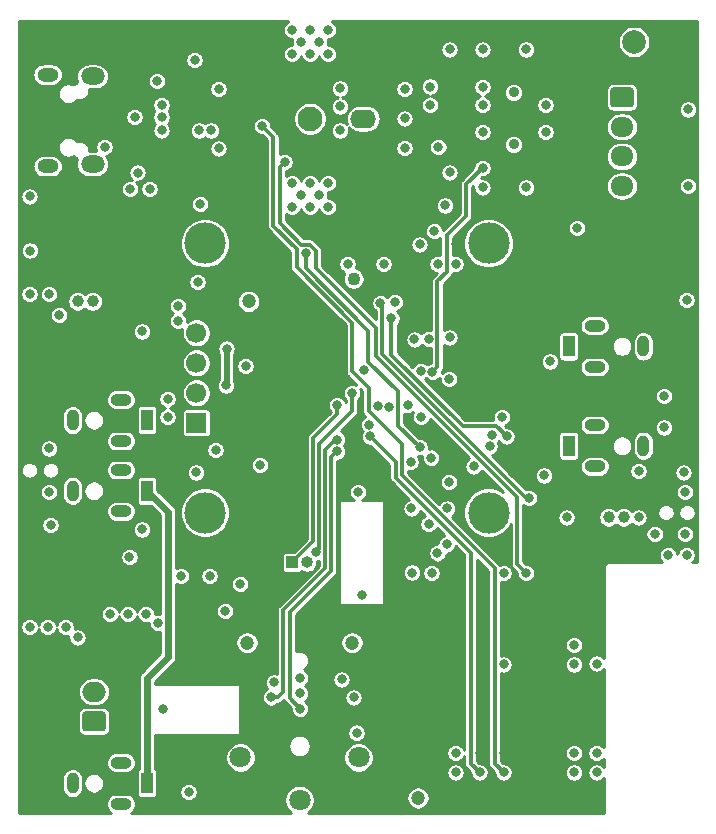
<source format=gbr>
%TF.GenerationSoftware,KiCad,Pcbnew,(5.1.10)-1*%
%TF.CreationDate,2022-01-17T19:42:39+07:00*%
%TF.ProjectId,Digital_module_v3,44696769-7461-46c5-9f6d-6f64756c655f,rev?*%
%TF.SameCoordinates,Original*%
%TF.FileFunction,Copper,L2,Inr*%
%TF.FilePolarity,Positive*%
%FSLAX46Y46*%
G04 Gerber Fmt 4.6, Leading zero omitted, Abs format (unit mm)*
G04 Created by KiCad (PCBNEW (5.1.10)-1) date 2022-01-17 19:42:39*
%MOMM*%
%LPD*%
G01*
G04 APERTURE LIST*
%TA.AperFunction,ComponentPad*%
%ADD10C,3.500000*%
%TD*%
%TA.AperFunction,ComponentPad*%
%ADD11C,1.700000*%
%TD*%
%TA.AperFunction,ComponentPad*%
%ADD12R,1.700000X1.700000*%
%TD*%
%TA.AperFunction,ComponentPad*%
%ADD13O,1.000000X1.000000*%
%TD*%
%TA.AperFunction,ComponentPad*%
%ADD14R,1.000000X1.000000*%
%TD*%
%TA.AperFunction,ComponentPad*%
%ADD15C,2.000000*%
%TD*%
%TA.AperFunction,ComponentPad*%
%ADD16C,1.800000*%
%TD*%
%TA.AperFunction,ComponentPad*%
%ADD17O,1.950000X1.700000*%
%TD*%
%TA.AperFunction,ComponentPad*%
%ADD18O,2.000000X1.700000*%
%TD*%
%TA.AperFunction,ComponentPad*%
%ADD19O,1.000000X1.800000*%
%TD*%
%TA.AperFunction,ComponentPad*%
%ADD20R,1.000000X1.800000*%
%TD*%
%TA.AperFunction,ComponentPad*%
%ADD21O,1.800000X1.000000*%
%TD*%
%TA.AperFunction,ComponentPad*%
%ADD22C,2.100000*%
%TD*%
%TA.AperFunction,ComponentPad*%
%ADD23O,2.200000X1.600000*%
%TD*%
%TA.AperFunction,ComponentPad*%
%ADD24C,0.900000*%
%TD*%
%TA.AperFunction,ComponentPad*%
%ADD25O,1.800000X1.150000*%
%TD*%
%TA.AperFunction,ComponentPad*%
%ADD26O,2.000000X1.450000*%
%TD*%
%TA.AperFunction,ViaPad*%
%ADD27C,0.800000*%
%TD*%
%TA.AperFunction,ViaPad*%
%ADD28C,1.000000*%
%TD*%
%TA.AperFunction,ViaPad*%
%ADD29C,1.200000*%
%TD*%
%TA.AperFunction,ViaPad*%
%ADD30C,1.100000*%
%TD*%
%TA.AperFunction,Conductor*%
%ADD31C,0.500000*%
%TD*%
%TA.AperFunction,Conductor*%
%ADD32C,0.300000*%
%TD*%
%TA.AperFunction,Conductor*%
%ADD33C,0.600000*%
%TD*%
%TA.AperFunction,Conductor*%
%ADD34C,0.254000*%
%TD*%
%TA.AperFunction,Conductor*%
%ADD35C,0.100000*%
%TD*%
G04 APERTURE END LIST*
D10*
%TO.N,N/C*%
%TO.C,U8*%
X111048800Y-116987800D03*
X111048800Y-94187800D03*
X87048800Y-94187800D03*
X87048800Y-116987800D03*
D11*
%TO.N,/Ctrl_part/IFC_SDA_VLT/S_left*%
X86318800Y-101777800D03*
%TO.N,/Ctrl_part/IFC_SCL_VLT/S_left*%
X86318800Y-104317800D03*
%TO.N,+5P*%
X86318800Y-106857800D03*
D12*
%TO.N,GND1*%
X86318800Y-109397800D03*
%TD*%
D13*
%TO.N,GND1*%
%TO.C,JP2*%
X95681800Y-121208800D03*
D14*
%TO.N,/Ctrl_part/SWCLK*%
X94411800Y-121208800D03*
%TD*%
D15*
%TO.N,GND1*%
%TO.C,GND1*%
X123367800Y-77139800D03*
%TD*%
D16*
%TO.N,GND1*%
%TO.C,BT1*%
X95046800Y-141318800D03*
%TO.N,N/C*%
X90046800Y-137718800D03*
%TO.N,Net-(BT1-Pad1)*%
X100046800Y-137718800D03*
%TD*%
D17*
%TO.N,Net-(J1-Pad4)*%
%TO.C,J1*%
X122351800Y-89338800D03*
%TO.N,/scl1*%
X122351800Y-86838800D03*
%TO.N,/sda1*%
X122351800Y-84338800D03*
%TO.N,GND1*%
%TA.AperFunction,ComponentPad*%
G36*
G01*
X121626800Y-80988800D02*
X123076800Y-80988800D01*
G75*
G02*
X123326800Y-81238800I0J-250000D01*
G01*
X123326800Y-82438800D01*
G75*
G02*
X123076800Y-82688800I-250000J0D01*
G01*
X121626800Y-82688800D01*
G75*
G02*
X121376800Y-82438800I0J250000D01*
G01*
X121376800Y-81238800D01*
G75*
G02*
X121626800Y-80988800I250000J0D01*
G01*
G37*
%TD.AperFunction*%
%TD*%
D18*
%TO.N,GND1*%
%TO.C,J4*%
X77647800Y-132170800D03*
%TO.N,Net-(BT1-Pad1)*%
%TA.AperFunction,ComponentPad*%
G36*
G01*
X78397800Y-135520800D02*
X76897800Y-135520800D01*
G75*
G02*
X76647800Y-135270800I0J250000D01*
G01*
X76647800Y-134070800D01*
G75*
G02*
X76897800Y-133820800I250000J0D01*
G01*
X78397800Y-133820800D01*
G75*
G02*
X78647800Y-134070800I0J-250000D01*
G01*
X78647800Y-135270800D01*
G75*
G02*
X78397800Y-135520800I-250000J0D01*
G01*
G37*
%TD.AperFunction*%
%TD*%
D19*
%TO.N,GND1*%
%TO.C,J2*%
X124151800Y-111330800D03*
D20*
%TO.N,/ADC*%
X117851800Y-111330800D03*
D21*
%TO.N,/ADC0*%
X120051800Y-113080800D03*
X120051800Y-109580800D03*
%TD*%
D19*
%TO.N,GND1*%
%TO.C,J8*%
X75833800Y-109171800D03*
D20*
%TO.N,+5VD*%
X82133800Y-109171800D03*
D21*
%TO.N,Net-(J8-Pad3)*%
X79933800Y-107421800D03*
X79933800Y-110921800D03*
%TD*%
D19*
%TO.N,GND1*%
%TO.C,J7*%
X75833800Y-115140800D03*
D20*
%TO.N,+5VD*%
X82133800Y-115140800D03*
D21*
%TO.N,Net-(J7-Pad3)*%
X79933800Y-113390800D03*
X79933800Y-116890800D03*
%TD*%
D19*
%TO.N,GND1*%
%TO.C,J6*%
X75833800Y-139905800D03*
D20*
%TO.N,+5VD*%
X82133800Y-139905800D03*
D21*
%TO.N,Net-(J6-Pad3)*%
X79933800Y-138155800D03*
X79933800Y-141655800D03*
%TD*%
%TO.N,/ADC2*%
%TO.C,J3*%
X120051800Y-101170800D03*
X120051800Y-104670800D03*
D20*
%TO.N,/ADC1*%
X117851800Y-102920800D03*
D19*
%TO.N,GND1*%
X124151800Y-102920800D03*
%TD*%
D22*
%TO.N,N/C*%
%TO.C,J11*%
X95938800Y-83639800D03*
D23*
X100438800Y-83639800D03*
%TD*%
D24*
%TO.N,N/C*%
%TO.C,J10*%
X113171800Y-81416800D03*
X113171800Y-85816800D03*
%TD*%
D25*
%TO.N,GND1*%
%TO.C,J5*%
X73720800Y-87660800D03*
X73720800Y-79910800D03*
D26*
X77520800Y-87510800D03*
X77520800Y-80060800D03*
%TD*%
D27*
%TO.N,*%
X94411800Y-76123800D03*
X94411800Y-78155800D03*
X97459800Y-78155800D03*
X97459800Y-76123800D03*
X95935800Y-76123800D03*
X95935800Y-78155800D03*
X94411800Y-89077800D03*
X97459800Y-89077800D03*
X95935800Y-89077800D03*
X94411800Y-91109800D03*
X95935800Y-91109800D03*
X97459800Y-91109800D03*
X96697800Y-90093800D03*
X95173800Y-90093800D03*
X95173800Y-77139800D03*
X96697800Y-77139800D03*
%TO.N,GND1*%
X107556300Y-116636800D03*
X84759800Y-99491800D03*
X73837800Y-111556800D03*
X73837800Y-115239800D03*
X125907800Y-109778800D03*
X116255800Y-104190800D03*
X112318800Y-129844800D03*
X108254800Y-137337800D03*
X118287800Y-129844800D03*
X127812800Y-120573800D03*
X107365800Y-90982800D03*
X83870800Y-108889800D03*
X106095800Y-82473800D03*
X110540800Y-84759800D03*
X115874800Y-84759800D03*
X115874800Y-82473800D03*
X110540800Y-82473800D03*
X88188800Y-86156800D03*
X98475800Y-84632800D03*
X103936800Y-83616800D03*
X98475800Y-82600800D03*
X86156800Y-78663800D03*
X82346800Y-89585800D03*
X80695800Y-89585800D03*
X72186800Y-90220800D03*
D28*
X77520800Y-99110800D03*
D27*
X99872800Y-135623300D03*
X127685800Y-118795800D03*
X127685800Y-115239800D03*
D29*
X105079800Y-141147800D03*
D27*
X104571800Y-122071800D03*
X106222800Y-122084800D03*
X92887800Y-131368800D03*
X83489800Y-133654800D03*
X83362800Y-83489800D03*
X78536790Y-86029800D03*
X81330800Y-88201800D03*
X86638800Y-90855800D03*
X73837800Y-98501800D03*
X72186800Y-98501800D03*
X74700800Y-100253800D03*
X107746800Y-88188800D03*
D28*
X122479000Y-117398600D03*
D27*
X104521300Y-116636800D03*
X76250800Y-127558800D03*
X80645300Y-120764300D03*
X73964800Y-118033800D03*
X83045300Y-126352300D03*
X100317300Y-123939300D03*
D29*
X90601792Y-128003300D03*
X99491800Y-128003304D03*
X90728800Y-99110800D03*
D27*
X88760300Y-125336300D03*
X105206800Y-94284800D03*
X107746800Y-102158800D03*
D30*
X99618800Y-97205800D03*
D27*
X127812800Y-98983800D03*
%TO.N,+3V3*%
X101904800Y-93141800D03*
X118160800Y-87807800D03*
X97713800Y-100507800D03*
X92506800Y-103301800D03*
X112318800Y-137337800D03*
X110286800Y-137337800D03*
X118287800Y-133908800D03*
X107746800Y-79425800D03*
X112191800Y-87807800D03*
X114223800Y-87807800D03*
X114223800Y-79425800D03*
X112191800Y-79425800D03*
X100126800Y-87807800D03*
X100126800Y-79425800D03*
X90220800Y-77139800D03*
X83362800Y-101650800D03*
X104571800Y-123621800D03*
X120192800Y-122098800D03*
X116255800Y-122098800D03*
X81330800Y-86651800D03*
X88188800Y-90855800D03*
D29*
X81584800Y-95681800D03*
D27*
X105841800Y-90982800D03*
X102971300Y-116636800D03*
X72414800Y-118033800D03*
X79095300Y-120764300D03*
D29*
X88061808Y-128003300D03*
X102031804Y-128003300D03*
D27*
X84759800Y-97967800D03*
X94157800Y-96697800D03*
X94538800Y-105460800D03*
D29*
X89458800Y-95173800D03*
D27*
X89458800Y-98856800D03*
X95554800Y-93396800D03*
X86220300Y-125336300D03*
X101904800Y-135559800D03*
X87934800Y-113588800D03*
X91998800Y-118160800D03*
X94284800Y-110667800D03*
X114096800Y-113842800D03*
X120192800Y-92887800D03*
X126415800Y-86029800D03*
X126414800Y-79552800D03*
X108254800Y-94285800D03*
X103682800Y-94284800D03*
X107746800Y-103682800D03*
X116001800Y-117398800D03*
%TO.N,+5P*%
X83870800Y-107365800D03*
X72211800Y-94806800D03*
D28*
X76251000Y-99110600D03*
X121209000Y-117398600D03*
D27*
X88823800Y-106221800D03*
X88873800Y-103097800D03*
%TO.N,/Ctrl_part/~RST*%
X85013800Y-122351800D03*
X105968800Y-117970300D03*
X81711800Y-118414800D03*
X90030300Y-123050300D03*
%TO.N,/Ctrl_part/jrline*%
X111136285Y-111381868D03*
%TO.N,/Ctrl_part/jcline*%
X110540800Y-80949800D03*
X106796800Y-86029800D03*
X112191800Y-108889800D03*
%TO.N,/Ctrl_part/jtline*%
X111335054Y-110401810D03*
%TO.N,/Ctrl_part/jlline*%
X106095800Y-80923800D03*
X109778800Y-113080800D03*
%TO.N,/Ctrl_part/jbline*%
X106301183Y-105088388D03*
X110540800Y-87808800D03*
%TO.N,/Ctrl_part/eLine_B*%
X98475800Y-81076800D03*
%TO.N,/ESP32_part/~RST*%
X126262800Y-120573800D03*
X127558800Y-113588800D03*
X114223800Y-122097800D03*
X93776800Y-87299800D03*
%TO.N,/ESP32_part/GPIO16*%
X120192800Y-129768800D03*
%TO.N,/ESP_LED*%
X110286800Y-138987800D03*
X101016127Y-110545725D03*
%TO.N,/Ctrl_part/SWDIO*%
X99491800Y-106857800D03*
X96443800Y-120319800D03*
%TO.N,/Ctrl_part/SWCLK*%
X87426800Y-122351800D03*
X98221800Y-107873800D03*
%TO.N,/+5V_valid*%
X95554800Y-95046800D03*
X105206800Y-111429800D03*
%TO.N,Net-(Q8-Pad3)*%
X123748800Y-113461800D03*
X115746800Y-113842800D03*
%TO.N,Net-(Q9-Pad3)*%
X117652800Y-117398800D03*
X123748800Y-117398800D03*
%TO.N,/DTS_2*%
X87934800Y-111683800D03*
X99999800Y-115250800D03*
%TO.N,/Ctrl_part/IFC_SDA*%
X84759800Y-100761800D03*
X101650800Y-108000800D03*
%TO.N,/Ctrl_part/IFC_SCL*%
X102650786Y-108008013D03*
X86410800Y-97459800D03*
%TO.N,/ESP32_part/GPIO0*%
X112318800Y-138987800D03*
X91871800Y-84251800D03*
%TO.N,/Ctrl_part/~IFC_INT*%
X81711800Y-101650800D03*
X106200469Y-112341145D03*
%TO.N,/ESP32_part/GPIO15*%
X108254800Y-138988300D03*
%TO.N,/ESP32_part/ADC*%
X118287800Y-128193800D03*
%TO.N,/~ESP_RST*%
X125907800Y-107111800D03*
X100949726Y-109547930D03*
%TO.N,/ESP32_part/RX*%
X118287800Y-138987800D03*
%TO.N,/ESP32_part/TX*%
X120192800Y-138988800D03*
%TO.N,/I2C_SDA*%
X95110302Y-130987816D03*
X98602800Y-131114800D03*
X105968800Y-102276541D03*
X107492800Y-119684800D03*
%TO.N,/I2C_SCL*%
X95095121Y-132305145D03*
X99618794Y-132638800D03*
X104776609Y-102334991D03*
X106724577Y-120434800D03*
%TO.N,/~I2C_INT*%
X107689476Y-114408124D03*
X105307131Y-104979469D03*
%TO.N,/~CTRL_INT*%
X100507800Y-104952800D03*
X104444800Y-112699800D03*
%TO.N,/~RTC_INT*%
X92630400Y-132631494D03*
X98221800Y-110810787D03*
%TO.N,/RTC_CLK*%
X95110300Y-133591300D03*
X98221792Y-111810800D03*
%TO.N,/Ctrl_part/~btn_int*%
X105333800Y-108889800D03*
X106451400Y-93167200D03*
%TO.N,Net-(D2-Pad2)*%
X82981800Y-80441800D03*
%TO.N,/Ctrl_part/IFC_SDA_VLT/S_left*%
X90474800Y-104572800D03*
%TO.N,Net-(R85-Pad2)*%
X118287800Y-137337800D03*
X87553800Y-84632800D03*
%TO.N,Net-(R86-Pad2)*%
X120192800Y-137337800D03*
X86537800Y-84632800D03*
%TO.N,/USB_D-*%
X83362804Y-82473800D03*
%TO.N,/USB_D+*%
X83362808Y-84632796D03*
%TO.N,/Ctrl_part/jtbtn*%
X114223800Y-77774800D03*
%TO.N,/Ctrl_part/jcbtn*%
X110540800Y-77774800D03*
%TO.N,/Ctrl_part/jlbtn*%
X107746800Y-77774800D03*
%TO.N,/Ctrl_part/jrbtn*%
X114223800Y-89458800D03*
%TO.N,/Ctrl_part/jbbtn*%
X110540800Y-89458800D03*
%TO.N,/Ctrl_part/EC11_A*%
X103938800Y-86139800D03*
%TO.N,/Ctrl_part/EC11_B*%
X103938800Y-81139800D03*
%TO.N,/Ctrl_part/EC11_E*%
X88188800Y-81139800D03*
%TO.N,/EXT_SDA*%
X127939800Y-82854800D03*
%TO.N,/EXT_SCL*%
X127939800Y-89330800D03*
%TO.N,/~EXT_INT*%
X118542800Y-92887800D03*
%TO.N,/POW_SCL*%
X103103800Y-99181800D03*
%TO.N,/POW_SDA*%
X102158800Y-95935800D03*
%TO.N,/FAN_SCL*%
X102834969Y-100548969D03*
X112572800Y-110541800D03*
%TO.N,/FAN_SDA*%
X114477800Y-115748800D03*
X101903810Y-99237800D03*
%TO.N,Net-(R19-Pad2)*%
X108254800Y-95935800D03*
%TO.N,Net-(R20-Pad2)*%
X106730800Y-95934800D03*
%TO.N,Net-(Q16-Pad1)*%
X112318300Y-122098300D03*
%TO.N,Net-(R41-Pad2)*%
X104190800Y-107873800D03*
X107698779Y-105674719D03*
%TO.N,Net-(R77-Pad2)*%
X125120798Y-118795800D03*
%TO.N,Net-(R89-Pad2)*%
X78981300Y-125590300D03*
%TO.N,Net-(R90-Pad2)*%
X80505300Y-125590300D03*
%TO.N,Net-(R95-Pad1)*%
X82029300Y-125590300D03*
%TO.N,/+5V*%
X81076800Y-83489800D03*
%TO.N,/ESP32_part/a0*%
X72186800Y-126669800D03*
%TO.N,/ESP32_part/a1*%
X73710800Y-126669800D03*
%TO.N,/ESP32_part/a2*%
X75234800Y-126669800D03*
%TO.N,Net-(Q6-Pad3)*%
X99110800Y-95935800D03*
%TO.N,Net-(Q10-Pad3)*%
X85648800Y-140639800D03*
X91683808Y-112953800D03*
%TO.N,Net-(Q12-Pad3)*%
X86284800Y-113588800D03*
%TD*%
D31*
%TO.N,+5P*%
X88873800Y-106171800D02*
X88823800Y-106221800D01*
X88873800Y-103097800D02*
X88873800Y-106171800D01*
D32*
%TO.N,/Ctrl_part/jbline*%
X109143800Y-89205800D02*
X110540800Y-87808800D01*
X109143800Y-91871800D02*
X109143800Y-89205800D01*
X107504799Y-93510801D02*
X109143800Y-91871800D01*
X106718801Y-97408299D02*
X107504799Y-96622301D01*
X106718801Y-104670770D02*
X106718801Y-97408299D01*
X107504799Y-96622301D02*
X107504799Y-93510801D01*
X106301183Y-105088388D02*
X106718801Y-104670770D01*
%TO.N,/ESP32_part/~RST*%
X113474299Y-121348299D02*
X114223800Y-122097800D01*
X113474299Y-115705419D02*
X113474299Y-121348299D01*
X95914801Y-94296799D02*
X96443800Y-94825798D01*
X101513546Y-103744666D02*
X113474299Y-115705419D01*
X96443800Y-96316800D02*
X101513546Y-101386546D01*
X95194799Y-94296799D02*
X95914801Y-94296799D01*
X93376801Y-87699799D02*
X93376801Y-92478801D01*
X101513546Y-101386546D02*
X101513546Y-103744666D01*
X96443800Y-94825798D02*
X96443800Y-96316800D01*
X93376801Y-92478801D02*
X95194799Y-94296799D01*
X93776800Y-87299800D02*
X93376801Y-87699799D01*
%TO.N,/ESP_LED*%
X103194789Y-112724387D02*
X101016127Y-110545725D01*
X103194789Y-114046658D02*
X103194789Y-112724387D01*
X109536799Y-120388668D02*
X103194789Y-114046658D01*
X109536799Y-138237799D02*
X109536799Y-120388668D01*
X110286800Y-138987800D02*
X109536799Y-138237799D01*
%TO.N,/Ctrl_part/SWDIO*%
X99491800Y-108381800D02*
X96697800Y-111175800D01*
X96697800Y-120065800D02*
X96443800Y-120319800D01*
X99491800Y-106857800D02*
X99491800Y-108381800D01*
X96697800Y-111175800D02*
X96697800Y-120065800D01*
%TO.N,/Ctrl_part/SWCLK*%
X96189800Y-119430800D02*
X94411800Y-121208800D01*
X98221800Y-108635800D02*
X96189800Y-110667800D01*
X96189800Y-110667800D02*
X96189800Y-119430800D01*
X98221800Y-107873800D02*
X98221800Y-108635800D01*
%TO.N,/+5V_valid*%
X95554800Y-95046800D02*
X95554800Y-96277678D01*
X100867801Y-104202799D02*
X103400787Y-106735785D01*
X95554800Y-96277678D02*
X100867801Y-101590679D01*
X100867801Y-101590679D02*
X100867801Y-104202799D01*
X103400787Y-106735785D02*
X103400787Y-109623787D01*
X103400787Y-109623787D02*
X105206800Y-111429800D01*
%TO.N,/ESP32_part/GPIO0*%
X111568799Y-122458801D02*
X111568799Y-138237799D01*
X111568299Y-122458301D02*
X111568799Y-122458801D01*
X111568299Y-121738299D02*
X111568299Y-122458301D01*
X111568799Y-138237799D02*
X112318800Y-138987800D01*
X91871800Y-84251800D02*
X92824300Y-85204300D01*
X92824300Y-85204300D02*
X92824300Y-92697300D01*
X92824300Y-92697300D02*
X94792800Y-94665800D01*
X94792800Y-96222798D02*
X99475301Y-100905299D01*
X94792800Y-94665800D02*
X94792800Y-96222798D01*
X99475301Y-100905299D02*
X99475301Y-105030303D01*
X99475301Y-105030303D02*
X100900799Y-106455801D01*
X100900799Y-106455801D02*
X100900799Y-108389001D01*
X111568799Y-121737799D02*
X111568299Y-121738299D01*
X100900799Y-108389001D02*
X103694799Y-111183001D01*
X103694799Y-113839548D02*
X111568799Y-121713548D01*
X103694799Y-111183001D02*
X103694799Y-113839548D01*
X111568799Y-121713548D02*
X111568799Y-121737799D01*
%TO.N,/~RTC_INT*%
X97213789Y-111675811D02*
X98078813Y-110810787D01*
X98078813Y-110810787D02*
X98221800Y-110810787D01*
X97213789Y-121708811D02*
X97213789Y-111675811D01*
X93649800Y-125272800D02*
X97213789Y-121708811D01*
X93649800Y-132177779D02*
X93649800Y-125272800D01*
X93196085Y-132631494D02*
X93649800Y-132177779D01*
X92630400Y-132631494D02*
X93196085Y-132631494D01*
%TO.N,/RTC_CLK*%
X97713800Y-121970800D02*
X97713800Y-112318792D01*
X97713800Y-112318792D02*
X98221792Y-111810800D01*
X94246799Y-132727799D02*
X94246799Y-125437801D01*
X94246799Y-125437801D02*
X97713800Y-121970800D01*
X95110300Y-133591300D02*
X94246799Y-132727799D01*
%TO.N,/FAN_SCL*%
X111682809Y-109651809D02*
X112572800Y-110541800D01*
X108869469Y-109651809D02*
X111682809Y-109651809D01*
X102834969Y-103617309D02*
X108869469Y-109651809D01*
X102834969Y-100548969D02*
X102834969Y-103617309D01*
X112572800Y-110541800D02*
X112572800Y-110541800D01*
%TO.N,/FAN_SDA*%
X114224800Y-115748800D02*
X102013556Y-103537556D01*
X102013556Y-103537556D02*
X102013556Y-99347546D01*
X102013556Y-99347546D02*
X101903810Y-99237800D01*
X114477800Y-115748800D02*
X114224800Y-115748800D01*
D33*
%TO.N,+5VD*%
X82133800Y-131010300D02*
X82133800Y-139905800D01*
X83945301Y-129198799D02*
X82133800Y-131010300D01*
X83945301Y-116952301D02*
X83945301Y-129198799D01*
X82133800Y-115140800D02*
X83945301Y-116952301D01*
%TD*%
D34*
%TO.N,+3V3*%
X94041858Y-75431687D02*
X93913941Y-75517158D01*
X93805158Y-75625941D01*
X93719687Y-75753858D01*
X93660813Y-75895991D01*
X93630800Y-76046878D01*
X93630800Y-76200722D01*
X93660813Y-76351609D01*
X93719687Y-76493742D01*
X93805158Y-76621659D01*
X93913941Y-76730442D01*
X94041858Y-76815913D01*
X94183991Y-76874787D01*
X94334878Y-76904800D01*
X94425792Y-76904800D01*
X94422813Y-76911991D01*
X94392800Y-77062878D01*
X94392800Y-77216722D01*
X94422813Y-77367609D01*
X94425792Y-77374800D01*
X94334878Y-77374800D01*
X94183991Y-77404813D01*
X94041858Y-77463687D01*
X93913941Y-77549158D01*
X93805158Y-77657941D01*
X93719687Y-77785858D01*
X93660813Y-77927991D01*
X93630800Y-78078878D01*
X93630800Y-78232722D01*
X93660813Y-78383609D01*
X93719687Y-78525742D01*
X93805158Y-78653659D01*
X93913941Y-78762442D01*
X94041858Y-78847913D01*
X94183991Y-78906787D01*
X94334878Y-78936800D01*
X94488722Y-78936800D01*
X94639609Y-78906787D01*
X94781742Y-78847913D01*
X94909659Y-78762442D01*
X95018442Y-78653659D01*
X95103913Y-78525742D01*
X95162787Y-78383609D01*
X95173800Y-78328242D01*
X95184813Y-78383609D01*
X95243687Y-78525742D01*
X95329158Y-78653659D01*
X95437941Y-78762442D01*
X95565858Y-78847913D01*
X95707991Y-78906787D01*
X95858878Y-78936800D01*
X96012722Y-78936800D01*
X96163609Y-78906787D01*
X96305742Y-78847913D01*
X96433659Y-78762442D01*
X96542442Y-78653659D01*
X96627913Y-78525742D01*
X96686787Y-78383609D01*
X96697800Y-78328242D01*
X96708813Y-78383609D01*
X96767687Y-78525742D01*
X96853158Y-78653659D01*
X96961941Y-78762442D01*
X97089858Y-78847913D01*
X97231991Y-78906787D01*
X97382878Y-78936800D01*
X97536722Y-78936800D01*
X97687609Y-78906787D01*
X97829742Y-78847913D01*
X97957659Y-78762442D01*
X98066442Y-78653659D01*
X98151913Y-78525742D01*
X98210787Y-78383609D01*
X98240800Y-78232722D01*
X98240800Y-78078878D01*
X98210787Y-77927991D01*
X98151913Y-77785858D01*
X98093127Y-77697878D01*
X106965800Y-77697878D01*
X106965800Y-77851722D01*
X106995813Y-78002609D01*
X107054687Y-78144742D01*
X107140158Y-78272659D01*
X107248941Y-78381442D01*
X107376858Y-78466913D01*
X107518991Y-78525787D01*
X107669878Y-78555800D01*
X107823722Y-78555800D01*
X107974609Y-78525787D01*
X108116742Y-78466913D01*
X108244659Y-78381442D01*
X108353442Y-78272659D01*
X108438913Y-78144742D01*
X108497787Y-78002609D01*
X108527800Y-77851722D01*
X108527800Y-77697878D01*
X109759800Y-77697878D01*
X109759800Y-77851722D01*
X109789813Y-78002609D01*
X109848687Y-78144742D01*
X109934158Y-78272659D01*
X110042941Y-78381442D01*
X110170858Y-78466913D01*
X110312991Y-78525787D01*
X110463878Y-78555800D01*
X110617722Y-78555800D01*
X110768609Y-78525787D01*
X110910742Y-78466913D01*
X111038659Y-78381442D01*
X111147442Y-78272659D01*
X111232913Y-78144742D01*
X111291787Y-78002609D01*
X111321800Y-77851722D01*
X111321800Y-77697878D01*
X113442800Y-77697878D01*
X113442800Y-77851722D01*
X113472813Y-78002609D01*
X113531687Y-78144742D01*
X113617158Y-78272659D01*
X113725941Y-78381442D01*
X113853858Y-78466913D01*
X113995991Y-78525787D01*
X114146878Y-78555800D01*
X114300722Y-78555800D01*
X114451609Y-78525787D01*
X114593742Y-78466913D01*
X114721659Y-78381442D01*
X114830442Y-78272659D01*
X114915913Y-78144742D01*
X114974787Y-78002609D01*
X115004800Y-77851722D01*
X115004800Y-77697878D01*
X114974787Y-77546991D01*
X114915913Y-77404858D01*
X114830442Y-77276941D01*
X114721659Y-77168158D01*
X114593742Y-77082687D01*
X114451609Y-77023813D01*
X114350911Y-77003783D01*
X121986800Y-77003783D01*
X121986800Y-77275817D01*
X122039871Y-77542623D01*
X122143974Y-77793949D01*
X122295107Y-78020136D01*
X122487464Y-78212493D01*
X122713651Y-78363626D01*
X122964977Y-78467729D01*
X123231783Y-78520800D01*
X123503817Y-78520800D01*
X123770623Y-78467729D01*
X124021949Y-78363626D01*
X124248136Y-78212493D01*
X124440493Y-78020136D01*
X124591626Y-77793949D01*
X124695729Y-77542623D01*
X124748800Y-77275817D01*
X124748800Y-77003783D01*
X124695729Y-76736977D01*
X124591626Y-76485651D01*
X124440493Y-76259464D01*
X124248136Y-76067107D01*
X124021949Y-75915974D01*
X123770623Y-75811871D01*
X123503817Y-75758800D01*
X123231783Y-75758800D01*
X122964977Y-75811871D01*
X122713651Y-75915974D01*
X122487464Y-76067107D01*
X122295107Y-76259464D01*
X122143974Y-76485651D01*
X122039871Y-76736977D01*
X121986800Y-77003783D01*
X114350911Y-77003783D01*
X114300722Y-76993800D01*
X114146878Y-76993800D01*
X113995991Y-77023813D01*
X113853858Y-77082687D01*
X113725941Y-77168158D01*
X113617158Y-77276941D01*
X113531687Y-77404858D01*
X113472813Y-77546991D01*
X113442800Y-77697878D01*
X111321800Y-77697878D01*
X111291787Y-77546991D01*
X111232913Y-77404858D01*
X111147442Y-77276941D01*
X111038659Y-77168158D01*
X110910742Y-77082687D01*
X110768609Y-77023813D01*
X110617722Y-76993800D01*
X110463878Y-76993800D01*
X110312991Y-77023813D01*
X110170858Y-77082687D01*
X110042941Y-77168158D01*
X109934158Y-77276941D01*
X109848687Y-77404858D01*
X109789813Y-77546991D01*
X109759800Y-77697878D01*
X108527800Y-77697878D01*
X108497787Y-77546991D01*
X108438913Y-77404858D01*
X108353442Y-77276941D01*
X108244659Y-77168158D01*
X108116742Y-77082687D01*
X107974609Y-77023813D01*
X107823722Y-76993800D01*
X107669878Y-76993800D01*
X107518991Y-77023813D01*
X107376858Y-77082687D01*
X107248941Y-77168158D01*
X107140158Y-77276941D01*
X107054687Y-77404858D01*
X106995813Y-77546991D01*
X106965800Y-77697878D01*
X98093127Y-77697878D01*
X98066442Y-77657941D01*
X97957659Y-77549158D01*
X97829742Y-77463687D01*
X97687609Y-77404813D01*
X97536722Y-77374800D01*
X97445808Y-77374800D01*
X97448787Y-77367609D01*
X97478800Y-77216722D01*
X97478800Y-77062878D01*
X97448787Y-76911991D01*
X97445808Y-76904800D01*
X97536722Y-76904800D01*
X97687609Y-76874787D01*
X97829742Y-76815913D01*
X97957659Y-76730442D01*
X98066442Y-76621659D01*
X98151913Y-76493742D01*
X98210787Y-76351609D01*
X98240800Y-76200722D01*
X98240800Y-76046878D01*
X98210787Y-75895991D01*
X98151913Y-75753858D01*
X98066442Y-75625941D01*
X97957659Y-75517158D01*
X97829742Y-75431687D01*
X97767729Y-75406000D01*
X128740500Y-75406000D01*
X128740501Y-121183800D01*
X128305633Y-121183800D01*
X128310659Y-121180442D01*
X128419442Y-121071659D01*
X128504913Y-120943742D01*
X128563787Y-120801609D01*
X128593800Y-120650722D01*
X128593800Y-120496878D01*
X128563787Y-120345991D01*
X128504913Y-120203858D01*
X128419442Y-120075941D01*
X128310659Y-119967158D01*
X128182742Y-119881687D01*
X128040609Y-119822813D01*
X127889722Y-119792800D01*
X127735878Y-119792800D01*
X127584991Y-119822813D01*
X127442858Y-119881687D01*
X127314941Y-119967158D01*
X127206158Y-120075941D01*
X127120687Y-120203858D01*
X127061813Y-120345991D01*
X127037800Y-120466714D01*
X127013787Y-120345991D01*
X126954913Y-120203858D01*
X126869442Y-120075941D01*
X126760659Y-119967158D01*
X126632742Y-119881687D01*
X126490609Y-119822813D01*
X126339722Y-119792800D01*
X126185878Y-119792800D01*
X126034991Y-119822813D01*
X125892858Y-119881687D01*
X125764941Y-119967158D01*
X125656158Y-120075941D01*
X125570687Y-120203858D01*
X125511813Y-120345991D01*
X125481800Y-120496878D01*
X125481800Y-120650722D01*
X125511813Y-120801609D01*
X125570687Y-120943742D01*
X125656158Y-121071659D01*
X125764941Y-121180442D01*
X125769967Y-121183800D01*
X121228741Y-121183800D01*
X121208800Y-121181836D01*
X121188860Y-121183800D01*
X121188859Y-121183800D01*
X121129210Y-121189675D01*
X121052679Y-121212890D01*
X120982147Y-121250590D01*
X120920326Y-121301326D01*
X120869590Y-121363147D01*
X120831890Y-121433679D01*
X120808675Y-121510210D01*
X120800836Y-121589800D01*
X120802801Y-121609751D01*
X120802801Y-129275968D01*
X120799442Y-129270941D01*
X120690659Y-129162158D01*
X120562742Y-129076687D01*
X120420609Y-129017813D01*
X120269722Y-128987800D01*
X120115878Y-128987800D01*
X119964991Y-129017813D01*
X119822858Y-129076687D01*
X119694941Y-129162158D01*
X119586158Y-129270941D01*
X119500687Y-129398858D01*
X119441813Y-129540991D01*
X119411800Y-129691878D01*
X119411800Y-129845722D01*
X119441813Y-129996609D01*
X119500687Y-130138742D01*
X119586158Y-130266659D01*
X119694941Y-130375442D01*
X119822858Y-130460913D01*
X119964991Y-130519787D01*
X120115878Y-130549800D01*
X120269722Y-130549800D01*
X120420609Y-130519787D01*
X120562742Y-130460913D01*
X120690659Y-130375442D01*
X120799442Y-130266659D01*
X120802801Y-130261632D01*
X120802800Y-136844967D01*
X120799442Y-136839941D01*
X120690659Y-136731158D01*
X120562742Y-136645687D01*
X120420609Y-136586813D01*
X120269722Y-136556800D01*
X120115878Y-136556800D01*
X119964991Y-136586813D01*
X119822858Y-136645687D01*
X119694941Y-136731158D01*
X119586158Y-136839941D01*
X119500687Y-136967858D01*
X119441813Y-137109991D01*
X119411800Y-137260878D01*
X119411800Y-137414722D01*
X119441813Y-137565609D01*
X119500687Y-137707742D01*
X119586158Y-137835659D01*
X119694941Y-137944442D01*
X119822858Y-138029913D01*
X119964991Y-138088787D01*
X120115878Y-138118800D01*
X120269722Y-138118800D01*
X120420609Y-138088787D01*
X120562742Y-138029913D01*
X120690659Y-137944442D01*
X120799442Y-137835659D01*
X120802800Y-137830633D01*
X120802800Y-138495967D01*
X120799442Y-138490941D01*
X120690659Y-138382158D01*
X120562742Y-138296687D01*
X120420609Y-138237813D01*
X120269722Y-138207800D01*
X120115878Y-138207800D01*
X119964991Y-138237813D01*
X119822858Y-138296687D01*
X119694941Y-138382158D01*
X119586158Y-138490941D01*
X119500687Y-138618858D01*
X119441813Y-138760991D01*
X119411800Y-138911878D01*
X119411800Y-139065722D01*
X119441813Y-139216609D01*
X119500687Y-139358742D01*
X119586158Y-139486659D01*
X119694941Y-139595442D01*
X119822858Y-139680913D01*
X119964991Y-139739787D01*
X120115878Y-139769800D01*
X120269722Y-139769800D01*
X120420609Y-139739787D01*
X120562742Y-139680913D01*
X120690659Y-139595442D01*
X120799442Y-139486659D01*
X120802800Y-139481633D01*
X120802800Y-142392810D01*
X95744275Y-142393407D01*
X95863390Y-142313818D01*
X96041818Y-142135390D01*
X96182007Y-141925581D01*
X96278572Y-141692454D01*
X96327800Y-141444967D01*
X96327800Y-141192633D01*
X96299664Y-141051180D01*
X104098800Y-141051180D01*
X104098800Y-141244420D01*
X104136499Y-141433947D01*
X104210449Y-141612478D01*
X104317807Y-141773151D01*
X104454449Y-141909793D01*
X104615122Y-142017151D01*
X104793653Y-142091101D01*
X104983180Y-142128800D01*
X105176420Y-142128800D01*
X105365947Y-142091101D01*
X105544478Y-142017151D01*
X105705151Y-141909793D01*
X105841793Y-141773151D01*
X105949151Y-141612478D01*
X106023101Y-141433947D01*
X106060800Y-141244420D01*
X106060800Y-141051180D01*
X106023101Y-140861653D01*
X105949151Y-140683122D01*
X105841793Y-140522449D01*
X105705151Y-140385807D01*
X105544478Y-140278449D01*
X105365947Y-140204499D01*
X105176420Y-140166800D01*
X104983180Y-140166800D01*
X104793653Y-140204499D01*
X104615122Y-140278449D01*
X104454449Y-140385807D01*
X104317807Y-140522449D01*
X104210449Y-140683122D01*
X104136499Y-140861653D01*
X104098800Y-141051180D01*
X96299664Y-141051180D01*
X96278572Y-140945146D01*
X96182007Y-140712019D01*
X96041818Y-140502210D01*
X95863390Y-140323782D01*
X95653581Y-140183593D01*
X95420454Y-140087028D01*
X95172967Y-140037800D01*
X94920633Y-140037800D01*
X94673146Y-140087028D01*
X94440019Y-140183593D01*
X94230210Y-140323782D01*
X94051782Y-140502210D01*
X93911593Y-140712019D01*
X93815028Y-140945146D01*
X93765800Y-141192633D01*
X93765800Y-141444967D01*
X93815028Y-141692454D01*
X93911593Y-141925581D01*
X94051782Y-142135390D01*
X94230210Y-142313818D01*
X94349374Y-142393441D01*
X80822080Y-142393763D01*
X80825625Y-142391868D01*
X80959775Y-142281775D01*
X81069868Y-142147625D01*
X81151675Y-141994575D01*
X81202052Y-141828506D01*
X81219062Y-141655800D01*
X81202052Y-141483094D01*
X81151675Y-141317025D01*
X81069868Y-141163975D01*
X80959775Y-141029825D01*
X80825625Y-140919732D01*
X80672575Y-140837925D01*
X80506506Y-140787548D01*
X80377073Y-140774800D01*
X79490527Y-140774800D01*
X79361094Y-140787548D01*
X79195025Y-140837925D01*
X79041975Y-140919732D01*
X78907825Y-141029825D01*
X78797732Y-141163975D01*
X78715925Y-141317025D01*
X78665548Y-141483094D01*
X78648538Y-141655800D01*
X78665548Y-141828506D01*
X78715925Y-141994575D01*
X78797732Y-142147625D01*
X78907825Y-142281775D01*
X79041975Y-142391868D01*
X79045599Y-142393805D01*
X71259500Y-142393991D01*
X71259500Y-139462527D01*
X74952800Y-139462527D01*
X74952800Y-140349072D01*
X74965548Y-140478505D01*
X75015925Y-140644574D01*
X75097732Y-140797624D01*
X75207825Y-140931775D01*
X75341975Y-141041868D01*
X75495025Y-141123675D01*
X75661094Y-141174052D01*
X75833800Y-141191062D01*
X76006505Y-141174052D01*
X76172574Y-141123675D01*
X76325624Y-141041868D01*
X76459775Y-140931775D01*
X76569868Y-140797625D01*
X76651675Y-140644575D01*
X76702052Y-140478506D01*
X76714800Y-140349073D01*
X76714800Y-139819029D01*
X76752800Y-139819029D01*
X76752800Y-139992571D01*
X76786656Y-140162778D01*
X76853068Y-140323110D01*
X76949482Y-140467405D01*
X77072195Y-140590118D01*
X77216490Y-140686532D01*
X77376822Y-140752944D01*
X77547029Y-140786800D01*
X77720571Y-140786800D01*
X77890778Y-140752944D01*
X78051110Y-140686532D01*
X78195405Y-140590118D01*
X78318118Y-140467405D01*
X78414532Y-140323110D01*
X78480944Y-140162778D01*
X78514800Y-139992571D01*
X78514800Y-139819029D01*
X78480944Y-139648822D01*
X78414532Y-139488490D01*
X78318118Y-139344195D01*
X78195405Y-139221482D01*
X78051110Y-139125068D01*
X77890778Y-139058656D01*
X77720571Y-139024800D01*
X77547029Y-139024800D01*
X77376822Y-139058656D01*
X77216490Y-139125068D01*
X77072195Y-139221482D01*
X76949482Y-139344195D01*
X76853068Y-139488490D01*
X76786656Y-139648822D01*
X76752800Y-139819029D01*
X76714800Y-139819029D01*
X76714800Y-139462527D01*
X76702052Y-139333094D01*
X76651675Y-139167025D01*
X76569868Y-139013975D01*
X76459775Y-138879825D01*
X76325625Y-138769732D01*
X76172575Y-138687925D01*
X76006506Y-138637548D01*
X75833800Y-138620538D01*
X75661095Y-138637548D01*
X75495026Y-138687925D01*
X75341976Y-138769732D01*
X75207826Y-138879825D01*
X75097733Y-139013975D01*
X75015926Y-139167025D01*
X74965549Y-139333094D01*
X74952800Y-139462527D01*
X71259500Y-139462527D01*
X71259500Y-138155800D01*
X78648538Y-138155800D01*
X78665548Y-138328506D01*
X78715925Y-138494575D01*
X78797732Y-138647625D01*
X78907825Y-138781775D01*
X79041975Y-138891868D01*
X79195025Y-138973675D01*
X79361094Y-139024052D01*
X79490527Y-139036800D01*
X80377073Y-139036800D01*
X80506506Y-139024052D01*
X80672575Y-138973675D01*
X80825625Y-138891868D01*
X80959775Y-138781775D01*
X81069868Y-138647625D01*
X81151675Y-138494575D01*
X81202052Y-138328506D01*
X81219062Y-138155800D01*
X81202052Y-137983094D01*
X81151675Y-137817025D01*
X81069868Y-137663975D01*
X80959775Y-137529825D01*
X80825625Y-137419732D01*
X80672575Y-137337925D01*
X80506506Y-137287548D01*
X80377073Y-137274800D01*
X79490527Y-137274800D01*
X79361094Y-137287548D01*
X79195025Y-137337925D01*
X79041975Y-137419732D01*
X78907825Y-137529825D01*
X78797732Y-137663975D01*
X78715925Y-137817025D01*
X78665548Y-137983094D01*
X78648538Y-138155800D01*
X71259500Y-138155800D01*
X71259500Y-134070800D01*
X76264957Y-134070800D01*
X76264957Y-135270800D01*
X76277117Y-135394262D01*
X76313129Y-135512979D01*
X76371610Y-135622389D01*
X76450312Y-135718288D01*
X76546211Y-135796990D01*
X76655621Y-135855471D01*
X76774338Y-135891483D01*
X76897800Y-135903643D01*
X78397800Y-135903643D01*
X78521262Y-135891483D01*
X78639979Y-135855471D01*
X78749389Y-135796990D01*
X78845288Y-135718288D01*
X78923990Y-135622389D01*
X78982471Y-135512979D01*
X79018483Y-135394262D01*
X79030643Y-135270800D01*
X79030643Y-134070800D01*
X79018483Y-133947338D01*
X78982471Y-133828621D01*
X78923990Y-133719211D01*
X78845288Y-133623312D01*
X78749389Y-133544610D01*
X78639979Y-133486129D01*
X78521262Y-133450117D01*
X78397800Y-133437957D01*
X76897800Y-133437957D01*
X76774338Y-133450117D01*
X76655621Y-133486129D01*
X76546211Y-133544610D01*
X76450312Y-133623312D01*
X76371610Y-133719211D01*
X76313129Y-133828621D01*
X76277117Y-133947338D01*
X76264957Y-134070800D01*
X71259500Y-134070800D01*
X71259500Y-132170800D01*
X76260844Y-132170800D01*
X76284612Y-132412118D01*
X76355002Y-132644163D01*
X76469309Y-132858016D01*
X76623140Y-133045460D01*
X76810584Y-133199291D01*
X77024437Y-133313598D01*
X77256482Y-133383988D01*
X77437328Y-133401800D01*
X77858272Y-133401800D01*
X78039118Y-133383988D01*
X78271163Y-133313598D01*
X78485016Y-133199291D01*
X78672460Y-133045460D01*
X78826291Y-132858016D01*
X78940598Y-132644163D01*
X79010988Y-132412118D01*
X79034756Y-132170800D01*
X79010988Y-131929482D01*
X78940598Y-131697437D01*
X78826291Y-131483584D01*
X78672460Y-131296140D01*
X78485016Y-131142309D01*
X78271163Y-131028002D01*
X78039118Y-130957612D01*
X77858272Y-130939800D01*
X77437328Y-130939800D01*
X77256482Y-130957612D01*
X77024437Y-131028002D01*
X76810584Y-131142309D01*
X76623140Y-131296140D01*
X76469309Y-131483584D01*
X76355002Y-131697437D01*
X76284612Y-131929482D01*
X76260844Y-132170800D01*
X71259500Y-132170800D01*
X71259500Y-126592878D01*
X71405800Y-126592878D01*
X71405800Y-126746722D01*
X71435813Y-126897609D01*
X71494687Y-127039742D01*
X71580158Y-127167659D01*
X71688941Y-127276442D01*
X71816858Y-127361913D01*
X71958991Y-127420787D01*
X72109878Y-127450800D01*
X72263722Y-127450800D01*
X72414609Y-127420787D01*
X72556742Y-127361913D01*
X72684659Y-127276442D01*
X72793442Y-127167659D01*
X72878913Y-127039742D01*
X72937787Y-126897609D01*
X72948800Y-126842242D01*
X72959813Y-126897609D01*
X73018687Y-127039742D01*
X73104158Y-127167659D01*
X73212941Y-127276442D01*
X73340858Y-127361913D01*
X73482991Y-127420787D01*
X73633878Y-127450800D01*
X73787722Y-127450800D01*
X73938609Y-127420787D01*
X74080742Y-127361913D01*
X74208659Y-127276442D01*
X74317442Y-127167659D01*
X74402913Y-127039742D01*
X74461787Y-126897609D01*
X74472800Y-126842242D01*
X74483813Y-126897609D01*
X74542687Y-127039742D01*
X74628158Y-127167659D01*
X74736941Y-127276442D01*
X74864858Y-127361913D01*
X75006991Y-127420787D01*
X75157878Y-127450800D01*
X75311722Y-127450800D01*
X75462609Y-127420787D01*
X75483688Y-127412056D01*
X75469800Y-127481878D01*
X75469800Y-127635722D01*
X75499813Y-127786609D01*
X75558687Y-127928742D01*
X75644158Y-128056659D01*
X75752941Y-128165442D01*
X75880858Y-128250913D01*
X76022991Y-128309787D01*
X76173878Y-128339800D01*
X76327722Y-128339800D01*
X76478609Y-128309787D01*
X76620742Y-128250913D01*
X76748659Y-128165442D01*
X76857442Y-128056659D01*
X76942913Y-127928742D01*
X77001787Y-127786609D01*
X77031800Y-127635722D01*
X77031800Y-127481878D01*
X77001787Y-127330991D01*
X76942913Y-127188858D01*
X76857442Y-127060941D01*
X76748659Y-126952158D01*
X76620742Y-126866687D01*
X76478609Y-126807813D01*
X76327722Y-126777800D01*
X76173878Y-126777800D01*
X76022991Y-126807813D01*
X76001912Y-126816544D01*
X76015800Y-126746722D01*
X76015800Y-126592878D01*
X75985787Y-126441991D01*
X75926913Y-126299858D01*
X75841442Y-126171941D01*
X75732659Y-126063158D01*
X75604742Y-125977687D01*
X75462609Y-125918813D01*
X75311722Y-125888800D01*
X75157878Y-125888800D01*
X75006991Y-125918813D01*
X74864858Y-125977687D01*
X74736941Y-126063158D01*
X74628158Y-126171941D01*
X74542687Y-126299858D01*
X74483813Y-126441991D01*
X74472800Y-126497358D01*
X74461787Y-126441991D01*
X74402913Y-126299858D01*
X74317442Y-126171941D01*
X74208659Y-126063158D01*
X74080742Y-125977687D01*
X73938609Y-125918813D01*
X73787722Y-125888800D01*
X73633878Y-125888800D01*
X73482991Y-125918813D01*
X73340858Y-125977687D01*
X73212941Y-126063158D01*
X73104158Y-126171941D01*
X73018687Y-126299858D01*
X72959813Y-126441991D01*
X72948800Y-126497358D01*
X72937787Y-126441991D01*
X72878913Y-126299858D01*
X72793442Y-126171941D01*
X72684659Y-126063158D01*
X72556742Y-125977687D01*
X72414609Y-125918813D01*
X72263722Y-125888800D01*
X72109878Y-125888800D01*
X71958991Y-125918813D01*
X71816858Y-125977687D01*
X71688941Y-126063158D01*
X71580158Y-126171941D01*
X71494687Y-126299858D01*
X71435813Y-126441991D01*
X71405800Y-126592878D01*
X71259500Y-126592878D01*
X71259500Y-125513378D01*
X78200300Y-125513378D01*
X78200300Y-125667222D01*
X78230313Y-125818109D01*
X78289187Y-125960242D01*
X78374658Y-126088159D01*
X78483441Y-126196942D01*
X78611358Y-126282413D01*
X78753491Y-126341287D01*
X78904378Y-126371300D01*
X79058222Y-126371300D01*
X79209109Y-126341287D01*
X79351242Y-126282413D01*
X79479159Y-126196942D01*
X79587942Y-126088159D01*
X79673413Y-125960242D01*
X79732287Y-125818109D01*
X79743300Y-125762742D01*
X79754313Y-125818109D01*
X79813187Y-125960242D01*
X79898658Y-126088159D01*
X80007441Y-126196942D01*
X80135358Y-126282413D01*
X80277491Y-126341287D01*
X80428378Y-126371300D01*
X80582222Y-126371300D01*
X80733109Y-126341287D01*
X80875242Y-126282413D01*
X81003159Y-126196942D01*
X81111942Y-126088159D01*
X81197413Y-125960242D01*
X81256287Y-125818109D01*
X81267300Y-125762742D01*
X81278313Y-125818109D01*
X81337187Y-125960242D01*
X81422658Y-126088159D01*
X81531441Y-126196942D01*
X81659358Y-126282413D01*
X81801491Y-126341287D01*
X81952378Y-126371300D01*
X82106222Y-126371300D01*
X82257109Y-126341287D01*
X82264300Y-126338308D01*
X82264300Y-126429222D01*
X82294313Y-126580109D01*
X82353187Y-126722242D01*
X82438658Y-126850159D01*
X82547441Y-126958942D01*
X82675358Y-127044413D01*
X82817491Y-127103287D01*
X82968378Y-127133300D01*
X83122222Y-127133300D01*
X83264302Y-127105039D01*
X83264302Y-128916718D01*
X81675922Y-130505100D01*
X81649930Y-130526431D01*
X81564830Y-130630127D01*
X81501594Y-130748433D01*
X81497431Y-130762158D01*
X81462654Y-130876802D01*
X81449505Y-131010300D01*
X81452800Y-131043753D01*
X81452801Y-138670535D01*
X81421104Y-138687478D01*
X81363089Y-138735089D01*
X81315478Y-138793104D01*
X81280099Y-138859292D01*
X81258313Y-138931111D01*
X81250957Y-139005800D01*
X81250957Y-140805800D01*
X81258313Y-140880489D01*
X81280099Y-140952308D01*
X81315478Y-141018496D01*
X81363089Y-141076511D01*
X81421104Y-141124122D01*
X81487292Y-141159501D01*
X81559111Y-141181287D01*
X81633800Y-141188643D01*
X82633800Y-141188643D01*
X82708489Y-141181287D01*
X82780308Y-141159501D01*
X82846496Y-141124122D01*
X82904511Y-141076511D01*
X82952122Y-141018496D01*
X82987501Y-140952308D01*
X83009287Y-140880489D01*
X83016643Y-140805800D01*
X83016643Y-140562878D01*
X84867800Y-140562878D01*
X84867800Y-140716722D01*
X84897813Y-140867609D01*
X84956687Y-141009742D01*
X85042158Y-141137659D01*
X85150941Y-141246442D01*
X85278858Y-141331913D01*
X85420991Y-141390787D01*
X85571878Y-141420800D01*
X85725722Y-141420800D01*
X85876609Y-141390787D01*
X86018742Y-141331913D01*
X86146659Y-141246442D01*
X86255442Y-141137659D01*
X86340913Y-141009742D01*
X86399787Y-140867609D01*
X86429800Y-140716722D01*
X86429800Y-140562878D01*
X86399787Y-140411991D01*
X86340913Y-140269858D01*
X86255442Y-140141941D01*
X86146659Y-140033158D01*
X86018742Y-139947687D01*
X85876609Y-139888813D01*
X85725722Y-139858800D01*
X85571878Y-139858800D01*
X85420991Y-139888813D01*
X85278858Y-139947687D01*
X85150941Y-140033158D01*
X85042158Y-140141941D01*
X84956687Y-140269858D01*
X84897813Y-140411991D01*
X84867800Y-140562878D01*
X83016643Y-140562878D01*
X83016643Y-139005800D01*
X83009287Y-138931111D01*
X82987501Y-138859292D01*
X82952122Y-138793104D01*
X82904511Y-138735089D01*
X82846496Y-138687478D01*
X82814800Y-138670536D01*
X82814800Y-137592633D01*
X88765800Y-137592633D01*
X88765800Y-137844967D01*
X88815028Y-138092454D01*
X88911593Y-138325581D01*
X89051782Y-138535390D01*
X89230210Y-138713818D01*
X89440019Y-138854007D01*
X89673146Y-138950572D01*
X89920633Y-138999800D01*
X90172967Y-138999800D01*
X90420454Y-138950572D01*
X90653581Y-138854007D01*
X90863390Y-138713818D01*
X91041818Y-138535390D01*
X91182007Y-138325581D01*
X91278572Y-138092454D01*
X91327800Y-137844967D01*
X91327800Y-137592633D01*
X91278572Y-137345146D01*
X91182007Y-137112019D01*
X91041818Y-136902210D01*
X90863390Y-136723782D01*
X90775641Y-136665150D01*
X94085800Y-136665150D01*
X94085800Y-136854450D01*
X94122731Y-137040113D01*
X94195173Y-137215004D01*
X94300342Y-137372402D01*
X94434198Y-137506258D01*
X94591596Y-137611427D01*
X94766487Y-137683869D01*
X94952150Y-137720800D01*
X95141450Y-137720800D01*
X95327113Y-137683869D01*
X95502004Y-137611427D01*
X95530131Y-137592633D01*
X98765800Y-137592633D01*
X98765800Y-137844967D01*
X98815028Y-138092454D01*
X98911593Y-138325581D01*
X99051782Y-138535390D01*
X99230210Y-138713818D01*
X99440019Y-138854007D01*
X99673146Y-138950572D01*
X99920633Y-138999800D01*
X100172967Y-138999800D01*
X100420454Y-138950572D01*
X100515076Y-138911378D01*
X107473800Y-138911378D01*
X107473800Y-139065222D01*
X107503813Y-139216109D01*
X107562687Y-139358242D01*
X107648158Y-139486159D01*
X107756941Y-139594942D01*
X107884858Y-139680413D01*
X108026991Y-139739287D01*
X108177878Y-139769300D01*
X108331722Y-139769300D01*
X108482609Y-139739287D01*
X108624742Y-139680413D01*
X108752659Y-139594942D01*
X108861442Y-139486159D01*
X108946913Y-139358242D01*
X109005787Y-139216109D01*
X109035800Y-139065222D01*
X109035800Y-138911378D01*
X109005787Y-138760491D01*
X108946913Y-138618358D01*
X108861442Y-138490441D01*
X108752659Y-138381658D01*
X108624742Y-138296187D01*
X108482609Y-138237313D01*
X108331722Y-138207300D01*
X108177878Y-138207300D01*
X108026991Y-138237313D01*
X107884858Y-138296187D01*
X107756941Y-138381658D01*
X107648158Y-138490441D01*
X107562687Y-138618358D01*
X107503813Y-138760491D01*
X107473800Y-138911378D01*
X100515076Y-138911378D01*
X100653581Y-138854007D01*
X100863390Y-138713818D01*
X101041818Y-138535390D01*
X101182007Y-138325581D01*
X101278572Y-138092454D01*
X101327800Y-137844967D01*
X101327800Y-137592633D01*
X101278572Y-137345146D01*
X101182007Y-137112019D01*
X101041818Y-136902210D01*
X100863390Y-136723782D01*
X100653581Y-136583593D01*
X100420454Y-136487028D01*
X100172967Y-136437800D01*
X99920633Y-136437800D01*
X99673146Y-136487028D01*
X99440019Y-136583593D01*
X99230210Y-136723782D01*
X99051782Y-136902210D01*
X98911593Y-137112019D01*
X98815028Y-137345146D01*
X98765800Y-137592633D01*
X95530131Y-137592633D01*
X95659402Y-137506258D01*
X95793258Y-137372402D01*
X95898427Y-137215004D01*
X95970869Y-137040113D01*
X96007800Y-136854450D01*
X96007800Y-136665150D01*
X95970869Y-136479487D01*
X95898427Y-136304596D01*
X95793258Y-136147198D01*
X95659402Y-136013342D01*
X95502004Y-135908173D01*
X95327113Y-135835731D01*
X95141450Y-135798800D01*
X94952150Y-135798800D01*
X94766487Y-135835731D01*
X94591596Y-135908173D01*
X94434198Y-136013342D01*
X94300342Y-136147198D01*
X94195173Y-136304596D01*
X94122731Y-136479487D01*
X94085800Y-136665150D01*
X90775641Y-136665150D01*
X90653581Y-136583593D01*
X90420454Y-136487028D01*
X90172967Y-136437800D01*
X89920633Y-136437800D01*
X89673146Y-136487028D01*
X89440019Y-136583593D01*
X89230210Y-136723782D01*
X89051782Y-136902210D01*
X88911593Y-137112019D01*
X88815028Y-137345146D01*
X88765800Y-137592633D01*
X82814800Y-137592633D01*
X82814800Y-135813800D01*
X89839800Y-135813800D01*
X89864576Y-135811360D01*
X89888401Y-135804133D01*
X89910357Y-135792397D01*
X89929603Y-135776603D01*
X89945397Y-135757357D01*
X89957133Y-135735401D01*
X89964360Y-135711576D01*
X89966800Y-135686800D01*
X89966800Y-135546378D01*
X99091800Y-135546378D01*
X99091800Y-135700222D01*
X99121813Y-135851109D01*
X99180687Y-135993242D01*
X99266158Y-136121159D01*
X99374941Y-136229942D01*
X99502858Y-136315413D01*
X99644991Y-136374287D01*
X99795878Y-136404300D01*
X99949722Y-136404300D01*
X100100609Y-136374287D01*
X100242742Y-136315413D01*
X100370659Y-136229942D01*
X100479442Y-136121159D01*
X100564913Y-135993242D01*
X100623787Y-135851109D01*
X100653800Y-135700222D01*
X100653800Y-135546378D01*
X100623787Y-135395491D01*
X100564913Y-135253358D01*
X100479442Y-135125441D01*
X100370659Y-135016658D01*
X100242742Y-134931187D01*
X100100609Y-134872313D01*
X99949722Y-134842300D01*
X99795878Y-134842300D01*
X99644991Y-134872313D01*
X99502858Y-134931187D01*
X99374941Y-135016658D01*
X99266158Y-135125441D01*
X99180687Y-135253358D01*
X99121813Y-135395491D01*
X99091800Y-135546378D01*
X89966800Y-135546378D01*
X89966800Y-131622800D01*
X89964360Y-131598024D01*
X89957133Y-131574199D01*
X89945397Y-131552243D01*
X89929603Y-131532997D01*
X89910357Y-131517203D01*
X89888401Y-131505467D01*
X89864576Y-131498240D01*
X89839800Y-131495800D01*
X82814800Y-131495800D01*
X82814800Y-131292378D01*
X84403185Y-129703995D01*
X84429171Y-129682669D01*
X84514271Y-129578973D01*
X84577507Y-129460667D01*
X84616447Y-129332298D01*
X84626301Y-129232252D01*
X84626301Y-129232251D01*
X84629596Y-129198800D01*
X84626301Y-129165349D01*
X84626301Y-127906680D01*
X89620792Y-127906680D01*
X89620792Y-128099920D01*
X89658491Y-128289447D01*
X89732441Y-128467978D01*
X89839799Y-128628651D01*
X89976441Y-128765293D01*
X90137114Y-128872651D01*
X90315645Y-128946601D01*
X90505172Y-128984300D01*
X90698412Y-128984300D01*
X90887939Y-128946601D01*
X91066470Y-128872651D01*
X91227143Y-128765293D01*
X91363785Y-128628651D01*
X91471143Y-128467978D01*
X91545093Y-128289447D01*
X91582792Y-128099920D01*
X91582792Y-127906680D01*
X91545093Y-127717153D01*
X91471143Y-127538622D01*
X91363785Y-127377949D01*
X91227143Y-127241307D01*
X91066470Y-127133949D01*
X90887939Y-127059999D01*
X90698412Y-127022300D01*
X90505172Y-127022300D01*
X90315645Y-127059999D01*
X90137114Y-127133949D01*
X89976441Y-127241307D01*
X89839799Y-127377949D01*
X89732441Y-127538622D01*
X89658491Y-127717153D01*
X89620792Y-127906680D01*
X84626301Y-127906680D01*
X84626301Y-125259378D01*
X87979300Y-125259378D01*
X87979300Y-125413222D01*
X88009313Y-125564109D01*
X88068187Y-125706242D01*
X88153658Y-125834159D01*
X88262441Y-125942942D01*
X88390358Y-126028413D01*
X88532491Y-126087287D01*
X88683378Y-126117300D01*
X88837222Y-126117300D01*
X88988109Y-126087287D01*
X89130242Y-126028413D01*
X89258159Y-125942942D01*
X89366942Y-125834159D01*
X89452413Y-125706242D01*
X89511287Y-125564109D01*
X89541300Y-125413222D01*
X89541300Y-125259378D01*
X89511287Y-125108491D01*
X89452413Y-124966358D01*
X89366942Y-124838441D01*
X89258159Y-124729658D01*
X89130242Y-124644187D01*
X88988109Y-124585313D01*
X88837222Y-124555300D01*
X88683378Y-124555300D01*
X88532491Y-124585313D01*
X88390358Y-124644187D01*
X88262441Y-124729658D01*
X88153658Y-124838441D01*
X88068187Y-124966358D01*
X88009313Y-125108491D01*
X87979300Y-125259378D01*
X84626301Y-125259378D01*
X84626301Y-123032182D01*
X84643858Y-123043913D01*
X84785991Y-123102787D01*
X84936878Y-123132800D01*
X85090722Y-123132800D01*
X85241609Y-123102787D01*
X85383742Y-123043913D01*
X85511659Y-122958442D01*
X85620442Y-122849659D01*
X85705913Y-122721742D01*
X85764787Y-122579609D01*
X85794800Y-122428722D01*
X85794800Y-122274878D01*
X86645800Y-122274878D01*
X86645800Y-122428722D01*
X86675813Y-122579609D01*
X86734687Y-122721742D01*
X86820158Y-122849659D01*
X86928941Y-122958442D01*
X87056858Y-123043913D01*
X87198991Y-123102787D01*
X87349878Y-123132800D01*
X87503722Y-123132800D01*
X87654609Y-123102787D01*
X87796742Y-123043913D01*
X87902305Y-122973378D01*
X89249300Y-122973378D01*
X89249300Y-123127222D01*
X89279313Y-123278109D01*
X89338187Y-123420242D01*
X89423658Y-123548159D01*
X89532441Y-123656942D01*
X89660358Y-123742413D01*
X89802491Y-123801287D01*
X89953378Y-123831300D01*
X90107222Y-123831300D01*
X90258109Y-123801287D01*
X90400242Y-123742413D01*
X90528159Y-123656942D01*
X90636942Y-123548159D01*
X90722413Y-123420242D01*
X90781287Y-123278109D01*
X90811300Y-123127222D01*
X90811300Y-122973378D01*
X90781287Y-122822491D01*
X90722413Y-122680358D01*
X90636942Y-122552441D01*
X90528159Y-122443658D01*
X90400242Y-122358187D01*
X90258109Y-122299313D01*
X90107222Y-122269300D01*
X89953378Y-122269300D01*
X89802491Y-122299313D01*
X89660358Y-122358187D01*
X89532441Y-122443658D01*
X89423658Y-122552441D01*
X89338187Y-122680358D01*
X89279313Y-122822491D01*
X89249300Y-122973378D01*
X87902305Y-122973378D01*
X87924659Y-122958442D01*
X88033442Y-122849659D01*
X88118913Y-122721742D01*
X88177787Y-122579609D01*
X88207800Y-122428722D01*
X88207800Y-122274878D01*
X88177787Y-122123991D01*
X88118913Y-121981858D01*
X88033442Y-121853941D01*
X87924659Y-121745158D01*
X87796742Y-121659687D01*
X87654609Y-121600813D01*
X87503722Y-121570800D01*
X87349878Y-121570800D01*
X87198991Y-121600813D01*
X87056858Y-121659687D01*
X86928941Y-121745158D01*
X86820158Y-121853941D01*
X86734687Y-121981858D01*
X86675813Y-122123991D01*
X86645800Y-122274878D01*
X85794800Y-122274878D01*
X85764787Y-122123991D01*
X85705913Y-121981858D01*
X85620442Y-121853941D01*
X85511659Y-121745158D01*
X85383742Y-121659687D01*
X85241609Y-121600813D01*
X85090722Y-121570800D01*
X84936878Y-121570800D01*
X84785991Y-121600813D01*
X84643858Y-121659687D01*
X84626301Y-121671418D01*
X84626301Y-116985751D01*
X84629596Y-116952300D01*
X84623538Y-116890800D01*
X84616447Y-116818802D01*
X84604045Y-116777915D01*
X84917800Y-116777915D01*
X84917800Y-117197685D01*
X84999693Y-117609390D01*
X85160332Y-117997207D01*
X85393544Y-118346233D01*
X85690367Y-118643056D01*
X86039393Y-118876268D01*
X86427210Y-119036907D01*
X86838915Y-119118800D01*
X87258685Y-119118800D01*
X87670390Y-119036907D01*
X88058207Y-118876268D01*
X88407233Y-118643056D01*
X88704056Y-118346233D01*
X88937268Y-117997207D01*
X89097907Y-117609390D01*
X89179800Y-117197685D01*
X89179800Y-116777915D01*
X89097907Y-116366210D01*
X88937268Y-115978393D01*
X88704056Y-115629367D01*
X88407233Y-115332544D01*
X88058207Y-115099332D01*
X87670390Y-114938693D01*
X87258685Y-114856800D01*
X86838915Y-114856800D01*
X86427210Y-114938693D01*
X86039393Y-115099332D01*
X85690367Y-115332544D01*
X85393544Y-115629367D01*
X85160332Y-115978393D01*
X84999693Y-116366210D01*
X84917800Y-116777915D01*
X84604045Y-116777915D01*
X84577507Y-116690433D01*
X84514271Y-116572127D01*
X84497307Y-116551456D01*
X84450495Y-116494415D01*
X84450492Y-116494412D01*
X84429170Y-116468431D01*
X84403190Y-116447110D01*
X83016643Y-115060565D01*
X83016643Y-114240800D01*
X83009287Y-114166111D01*
X82987501Y-114094292D01*
X82952122Y-114028104D01*
X82904511Y-113970089D01*
X82846496Y-113922478D01*
X82780308Y-113887099D01*
X82708489Y-113865313D01*
X82633800Y-113857957D01*
X81633800Y-113857957D01*
X81559111Y-113865313D01*
X81487292Y-113887099D01*
X81421104Y-113922478D01*
X81363089Y-113970089D01*
X81315478Y-114028104D01*
X81280099Y-114094292D01*
X81258313Y-114166111D01*
X81250957Y-114240800D01*
X81250957Y-116040800D01*
X81258313Y-116115489D01*
X81280099Y-116187308D01*
X81315478Y-116253496D01*
X81363089Y-116311511D01*
X81421104Y-116359122D01*
X81487292Y-116394501D01*
X81559111Y-116416287D01*
X81633800Y-116423643D01*
X82453564Y-116423643D01*
X83264301Y-117234381D01*
X83264302Y-125599561D01*
X83122222Y-125571300D01*
X82968378Y-125571300D01*
X82817491Y-125601313D01*
X82810300Y-125604292D01*
X82810300Y-125513378D01*
X82780287Y-125362491D01*
X82721413Y-125220358D01*
X82635942Y-125092441D01*
X82527159Y-124983658D01*
X82399242Y-124898187D01*
X82257109Y-124839313D01*
X82106222Y-124809300D01*
X81952378Y-124809300D01*
X81801491Y-124839313D01*
X81659358Y-124898187D01*
X81531441Y-124983658D01*
X81422658Y-125092441D01*
X81337187Y-125220358D01*
X81278313Y-125362491D01*
X81267300Y-125417858D01*
X81256287Y-125362491D01*
X81197413Y-125220358D01*
X81111942Y-125092441D01*
X81003159Y-124983658D01*
X80875242Y-124898187D01*
X80733109Y-124839313D01*
X80582222Y-124809300D01*
X80428378Y-124809300D01*
X80277491Y-124839313D01*
X80135358Y-124898187D01*
X80007441Y-124983658D01*
X79898658Y-125092441D01*
X79813187Y-125220358D01*
X79754313Y-125362491D01*
X79743300Y-125417858D01*
X79732287Y-125362491D01*
X79673413Y-125220358D01*
X79587942Y-125092441D01*
X79479159Y-124983658D01*
X79351242Y-124898187D01*
X79209109Y-124839313D01*
X79058222Y-124809300D01*
X78904378Y-124809300D01*
X78753491Y-124839313D01*
X78611358Y-124898187D01*
X78483441Y-124983658D01*
X78374658Y-125092441D01*
X78289187Y-125220358D01*
X78230313Y-125362491D01*
X78200300Y-125513378D01*
X71259500Y-125513378D01*
X71259500Y-120687378D01*
X79864300Y-120687378D01*
X79864300Y-120841222D01*
X79894313Y-120992109D01*
X79953187Y-121134242D01*
X80038658Y-121262159D01*
X80147441Y-121370942D01*
X80275358Y-121456413D01*
X80417491Y-121515287D01*
X80568378Y-121545300D01*
X80722222Y-121545300D01*
X80873109Y-121515287D01*
X81015242Y-121456413D01*
X81143159Y-121370942D01*
X81251942Y-121262159D01*
X81337413Y-121134242D01*
X81396287Y-120992109D01*
X81426300Y-120841222D01*
X81426300Y-120687378D01*
X81396287Y-120536491D01*
X81337413Y-120394358D01*
X81251942Y-120266441D01*
X81143159Y-120157658D01*
X81015242Y-120072187D01*
X80873109Y-120013313D01*
X80722222Y-119983300D01*
X80568378Y-119983300D01*
X80417491Y-120013313D01*
X80275358Y-120072187D01*
X80147441Y-120157658D01*
X80038658Y-120266441D01*
X79953187Y-120394358D01*
X79894313Y-120536491D01*
X79864300Y-120687378D01*
X71259500Y-120687378D01*
X71259500Y-117956878D01*
X73183800Y-117956878D01*
X73183800Y-118110722D01*
X73213813Y-118261609D01*
X73272687Y-118403742D01*
X73358158Y-118531659D01*
X73466941Y-118640442D01*
X73594858Y-118725913D01*
X73736991Y-118784787D01*
X73887878Y-118814800D01*
X74041722Y-118814800D01*
X74192609Y-118784787D01*
X74334742Y-118725913D01*
X74462659Y-118640442D01*
X74571442Y-118531659D01*
X74656913Y-118403742D01*
X74684195Y-118337878D01*
X80930800Y-118337878D01*
X80930800Y-118491722D01*
X80960813Y-118642609D01*
X81019687Y-118784742D01*
X81105158Y-118912659D01*
X81213941Y-119021442D01*
X81341858Y-119106913D01*
X81483991Y-119165787D01*
X81634878Y-119195800D01*
X81788722Y-119195800D01*
X81939609Y-119165787D01*
X82081742Y-119106913D01*
X82209659Y-119021442D01*
X82318442Y-118912659D01*
X82403913Y-118784742D01*
X82462787Y-118642609D01*
X82492800Y-118491722D01*
X82492800Y-118337878D01*
X82462787Y-118186991D01*
X82403913Y-118044858D01*
X82318442Y-117916941D01*
X82209659Y-117808158D01*
X82081742Y-117722687D01*
X81939609Y-117663813D01*
X81788722Y-117633800D01*
X81634878Y-117633800D01*
X81483991Y-117663813D01*
X81341858Y-117722687D01*
X81213941Y-117808158D01*
X81105158Y-117916941D01*
X81019687Y-118044858D01*
X80960813Y-118186991D01*
X80930800Y-118337878D01*
X74684195Y-118337878D01*
X74715787Y-118261609D01*
X74745800Y-118110722D01*
X74745800Y-117956878D01*
X74715787Y-117805991D01*
X74656913Y-117663858D01*
X74571442Y-117535941D01*
X74462659Y-117427158D01*
X74334742Y-117341687D01*
X74192609Y-117282813D01*
X74041722Y-117252800D01*
X73887878Y-117252800D01*
X73736991Y-117282813D01*
X73594858Y-117341687D01*
X73466941Y-117427158D01*
X73358158Y-117535941D01*
X73272687Y-117663858D01*
X73213813Y-117805991D01*
X73183800Y-117956878D01*
X71259500Y-117956878D01*
X71259500Y-116890800D01*
X78648538Y-116890800D01*
X78665548Y-117063506D01*
X78715925Y-117229575D01*
X78797732Y-117382625D01*
X78907825Y-117516775D01*
X79041975Y-117626868D01*
X79195025Y-117708675D01*
X79361094Y-117759052D01*
X79490527Y-117771800D01*
X80377073Y-117771800D01*
X80506506Y-117759052D01*
X80672575Y-117708675D01*
X80825625Y-117626868D01*
X80959775Y-117516775D01*
X81069868Y-117382625D01*
X81151675Y-117229575D01*
X81202052Y-117063506D01*
X81219062Y-116890800D01*
X81202052Y-116718094D01*
X81151675Y-116552025D01*
X81069868Y-116398975D01*
X80959775Y-116264825D01*
X80825625Y-116154732D01*
X80672575Y-116072925D01*
X80506506Y-116022548D01*
X80377073Y-116009800D01*
X79490527Y-116009800D01*
X79361094Y-116022548D01*
X79195025Y-116072925D01*
X79041975Y-116154732D01*
X78907825Y-116264825D01*
X78797732Y-116398975D01*
X78715925Y-116552025D01*
X78665548Y-116718094D01*
X78648538Y-116890800D01*
X71259500Y-116890800D01*
X71259500Y-115162878D01*
X73056800Y-115162878D01*
X73056800Y-115316722D01*
X73086813Y-115467609D01*
X73145687Y-115609742D01*
X73231158Y-115737659D01*
X73339941Y-115846442D01*
X73467858Y-115931913D01*
X73609991Y-115990787D01*
X73760878Y-116020800D01*
X73914722Y-116020800D01*
X74065609Y-115990787D01*
X74207742Y-115931913D01*
X74335659Y-115846442D01*
X74444442Y-115737659D01*
X74529913Y-115609742D01*
X74588787Y-115467609D01*
X74618800Y-115316722D01*
X74618800Y-115162878D01*
X74588787Y-115011991D01*
X74529913Y-114869858D01*
X74444442Y-114741941D01*
X74400028Y-114697527D01*
X74952800Y-114697527D01*
X74952800Y-115584072D01*
X74965548Y-115713505D01*
X75015925Y-115879574D01*
X75097732Y-116032624D01*
X75207825Y-116166775D01*
X75341975Y-116276868D01*
X75495025Y-116358675D01*
X75661094Y-116409052D01*
X75833800Y-116426062D01*
X76006505Y-116409052D01*
X76172574Y-116358675D01*
X76325624Y-116276868D01*
X76459775Y-116166775D01*
X76569868Y-116032625D01*
X76651675Y-115879575D01*
X76702052Y-115713506D01*
X76714800Y-115584073D01*
X76714800Y-115054029D01*
X76752800Y-115054029D01*
X76752800Y-115227571D01*
X76786656Y-115397778D01*
X76853068Y-115558110D01*
X76949482Y-115702405D01*
X77072195Y-115825118D01*
X77216490Y-115921532D01*
X77376822Y-115987944D01*
X77547029Y-116021800D01*
X77720571Y-116021800D01*
X77890778Y-115987944D01*
X78051110Y-115921532D01*
X78195405Y-115825118D01*
X78318118Y-115702405D01*
X78414532Y-115558110D01*
X78480944Y-115397778D01*
X78514800Y-115227571D01*
X78514800Y-115054029D01*
X78480944Y-114883822D01*
X78414532Y-114723490D01*
X78318118Y-114579195D01*
X78195405Y-114456482D01*
X78051110Y-114360068D01*
X77890778Y-114293656D01*
X77720571Y-114259800D01*
X77547029Y-114259800D01*
X77376822Y-114293656D01*
X77216490Y-114360068D01*
X77072195Y-114456482D01*
X76949482Y-114579195D01*
X76853068Y-114723490D01*
X76786656Y-114883822D01*
X76752800Y-115054029D01*
X76714800Y-115054029D01*
X76714800Y-114697527D01*
X76702052Y-114568094D01*
X76651675Y-114402025D01*
X76569868Y-114248975D01*
X76459775Y-114114825D01*
X76325625Y-114004732D01*
X76172575Y-113922925D01*
X76006506Y-113872548D01*
X75833800Y-113855538D01*
X75661095Y-113872548D01*
X75495026Y-113922925D01*
X75341976Y-114004732D01*
X75207826Y-114114825D01*
X75097733Y-114248975D01*
X75015926Y-114402025D01*
X74965549Y-114568094D01*
X74952800Y-114697527D01*
X74400028Y-114697527D01*
X74335659Y-114633158D01*
X74207742Y-114547687D01*
X74065609Y-114488813D01*
X73914722Y-114458800D01*
X73760878Y-114458800D01*
X73609991Y-114488813D01*
X73467858Y-114547687D01*
X73339941Y-114633158D01*
X73231158Y-114741941D01*
X73145687Y-114869858D01*
X73086813Y-115011991D01*
X73056800Y-115162878D01*
X71259500Y-115162878D01*
X71259500Y-113326303D01*
X71444800Y-113326303D01*
X71444800Y-113470297D01*
X71472892Y-113611525D01*
X71527996Y-113744558D01*
X71607995Y-113864285D01*
X71709815Y-113966105D01*
X71829542Y-114046104D01*
X71962575Y-114101208D01*
X72103803Y-114129300D01*
X72247797Y-114129300D01*
X72389025Y-114101208D01*
X72522058Y-114046104D01*
X72641785Y-113966105D01*
X72743605Y-113864285D01*
X72823604Y-113744558D01*
X72878708Y-113611525D01*
X72906800Y-113470297D01*
X72906800Y-113326303D01*
X73244800Y-113326303D01*
X73244800Y-113470297D01*
X73272892Y-113611525D01*
X73327996Y-113744558D01*
X73407995Y-113864285D01*
X73509815Y-113966105D01*
X73629542Y-114046104D01*
X73762575Y-114101208D01*
X73903803Y-114129300D01*
X74047797Y-114129300D01*
X74189025Y-114101208D01*
X74322058Y-114046104D01*
X74441785Y-113966105D01*
X74543605Y-113864285D01*
X74623604Y-113744558D01*
X74678708Y-113611525D01*
X74706800Y-113470297D01*
X74706800Y-113390800D01*
X78648538Y-113390800D01*
X78665548Y-113563506D01*
X78715925Y-113729575D01*
X78797732Y-113882625D01*
X78907825Y-114016775D01*
X79041975Y-114126868D01*
X79195025Y-114208675D01*
X79361094Y-114259052D01*
X79490527Y-114271800D01*
X80377073Y-114271800D01*
X80506506Y-114259052D01*
X80672575Y-114208675D01*
X80825625Y-114126868D01*
X80959775Y-114016775D01*
X81069868Y-113882625D01*
X81151675Y-113729575D01*
X81202052Y-113563506D01*
X81207136Y-113511878D01*
X85503800Y-113511878D01*
X85503800Y-113665722D01*
X85533813Y-113816609D01*
X85592687Y-113958742D01*
X85678158Y-114086659D01*
X85786941Y-114195442D01*
X85914858Y-114280913D01*
X86056991Y-114339787D01*
X86207878Y-114369800D01*
X86361722Y-114369800D01*
X86512609Y-114339787D01*
X86654742Y-114280913D01*
X86782659Y-114195442D01*
X86891442Y-114086659D01*
X86976913Y-113958742D01*
X87035787Y-113816609D01*
X87065800Y-113665722D01*
X87065800Y-113511878D01*
X87035787Y-113360991D01*
X86976913Y-113218858D01*
X86891442Y-113090941D01*
X86782659Y-112982158D01*
X86654742Y-112896687D01*
X86606920Y-112876878D01*
X90902808Y-112876878D01*
X90902808Y-113030722D01*
X90932821Y-113181609D01*
X90991695Y-113323742D01*
X91077166Y-113451659D01*
X91185949Y-113560442D01*
X91313866Y-113645913D01*
X91455999Y-113704787D01*
X91606886Y-113734800D01*
X91760730Y-113734800D01*
X91911617Y-113704787D01*
X92053750Y-113645913D01*
X92181667Y-113560442D01*
X92290450Y-113451659D01*
X92375921Y-113323742D01*
X92434795Y-113181609D01*
X92464808Y-113030722D01*
X92464808Y-112876878D01*
X92434795Y-112725991D01*
X92375921Y-112583858D01*
X92290450Y-112455941D01*
X92181667Y-112347158D01*
X92053750Y-112261687D01*
X91911617Y-112202813D01*
X91760730Y-112172800D01*
X91606886Y-112172800D01*
X91455999Y-112202813D01*
X91313866Y-112261687D01*
X91185949Y-112347158D01*
X91077166Y-112455941D01*
X90991695Y-112583858D01*
X90932821Y-112725991D01*
X90902808Y-112876878D01*
X86606920Y-112876878D01*
X86512609Y-112837813D01*
X86361722Y-112807800D01*
X86207878Y-112807800D01*
X86056991Y-112837813D01*
X85914858Y-112896687D01*
X85786941Y-112982158D01*
X85678158Y-113090941D01*
X85592687Y-113218858D01*
X85533813Y-113360991D01*
X85503800Y-113511878D01*
X81207136Y-113511878D01*
X81219062Y-113390800D01*
X81202052Y-113218094D01*
X81151675Y-113052025D01*
X81069868Y-112898975D01*
X80959775Y-112764825D01*
X80825625Y-112654732D01*
X80672575Y-112572925D01*
X80506506Y-112522548D01*
X80377073Y-112509800D01*
X79490527Y-112509800D01*
X79361094Y-112522548D01*
X79195025Y-112572925D01*
X79041975Y-112654732D01*
X78907825Y-112764825D01*
X78797732Y-112898975D01*
X78715925Y-113052025D01*
X78665548Y-113218094D01*
X78648538Y-113390800D01*
X74706800Y-113390800D01*
X74706800Y-113326303D01*
X74678708Y-113185075D01*
X74623604Y-113052042D01*
X74543605Y-112932315D01*
X74441785Y-112830495D01*
X74322058Y-112750496D01*
X74189025Y-112695392D01*
X74047797Y-112667300D01*
X73903803Y-112667300D01*
X73762575Y-112695392D01*
X73629542Y-112750496D01*
X73509815Y-112830495D01*
X73407995Y-112932315D01*
X73327996Y-113052042D01*
X73272892Y-113185075D01*
X73244800Y-113326303D01*
X72906800Y-113326303D01*
X72878708Y-113185075D01*
X72823604Y-113052042D01*
X72743605Y-112932315D01*
X72641785Y-112830495D01*
X72522058Y-112750496D01*
X72389025Y-112695392D01*
X72247797Y-112667300D01*
X72103803Y-112667300D01*
X71962575Y-112695392D01*
X71829542Y-112750496D01*
X71709815Y-112830495D01*
X71607995Y-112932315D01*
X71527996Y-113052042D01*
X71472892Y-113185075D01*
X71444800Y-113326303D01*
X71259500Y-113326303D01*
X71259500Y-111479878D01*
X73056800Y-111479878D01*
X73056800Y-111633722D01*
X73086813Y-111784609D01*
X73145687Y-111926742D01*
X73231158Y-112054659D01*
X73339941Y-112163442D01*
X73467858Y-112248913D01*
X73609991Y-112307787D01*
X73760878Y-112337800D01*
X73914722Y-112337800D01*
X74065609Y-112307787D01*
X74207742Y-112248913D01*
X74335659Y-112163442D01*
X74444442Y-112054659D01*
X74529913Y-111926742D01*
X74588787Y-111784609D01*
X74618800Y-111633722D01*
X74618800Y-111479878D01*
X74588787Y-111328991D01*
X74529913Y-111186858D01*
X74444442Y-111058941D01*
X74335659Y-110950158D01*
X74293219Y-110921800D01*
X78648538Y-110921800D01*
X78665548Y-111094506D01*
X78715925Y-111260575D01*
X78797732Y-111413625D01*
X78907825Y-111547775D01*
X79041975Y-111657868D01*
X79195025Y-111739675D01*
X79361094Y-111790052D01*
X79490527Y-111802800D01*
X80377073Y-111802800D01*
X80506506Y-111790052D01*
X80672575Y-111739675D01*
X80825625Y-111657868D01*
X80887757Y-111606878D01*
X87153800Y-111606878D01*
X87153800Y-111760722D01*
X87183813Y-111911609D01*
X87242687Y-112053742D01*
X87328158Y-112181659D01*
X87436941Y-112290442D01*
X87564858Y-112375913D01*
X87706991Y-112434787D01*
X87857878Y-112464800D01*
X88011722Y-112464800D01*
X88162609Y-112434787D01*
X88304742Y-112375913D01*
X88432659Y-112290442D01*
X88541442Y-112181659D01*
X88626913Y-112053742D01*
X88685787Y-111911609D01*
X88715800Y-111760722D01*
X88715800Y-111606878D01*
X88685787Y-111455991D01*
X88626913Y-111313858D01*
X88541442Y-111185941D01*
X88432659Y-111077158D01*
X88304742Y-110991687D01*
X88162609Y-110932813D01*
X88011722Y-110902800D01*
X87857878Y-110902800D01*
X87706991Y-110932813D01*
X87564858Y-110991687D01*
X87436941Y-111077158D01*
X87328158Y-111185941D01*
X87242687Y-111313858D01*
X87183813Y-111455991D01*
X87153800Y-111606878D01*
X80887757Y-111606878D01*
X80959775Y-111547775D01*
X81069868Y-111413625D01*
X81151675Y-111260575D01*
X81202052Y-111094506D01*
X81219062Y-110921800D01*
X81202052Y-110749094D01*
X81151675Y-110583025D01*
X81069868Y-110429975D01*
X80959775Y-110295825D01*
X80825625Y-110185732D01*
X80672575Y-110103925D01*
X80506506Y-110053548D01*
X80377073Y-110040800D01*
X79490527Y-110040800D01*
X79361094Y-110053548D01*
X79195025Y-110103925D01*
X79041975Y-110185732D01*
X78907825Y-110295825D01*
X78797732Y-110429975D01*
X78715925Y-110583025D01*
X78665548Y-110749094D01*
X78648538Y-110921800D01*
X74293219Y-110921800D01*
X74207742Y-110864687D01*
X74065609Y-110805813D01*
X73914722Y-110775800D01*
X73760878Y-110775800D01*
X73609991Y-110805813D01*
X73467858Y-110864687D01*
X73339941Y-110950158D01*
X73231158Y-111058941D01*
X73145687Y-111186858D01*
X73086813Y-111328991D01*
X73056800Y-111479878D01*
X71259500Y-111479878D01*
X71259500Y-108728527D01*
X74952800Y-108728527D01*
X74952800Y-109615072D01*
X74965548Y-109744505D01*
X75015925Y-109910574D01*
X75097732Y-110063624D01*
X75207825Y-110197775D01*
X75341975Y-110307868D01*
X75495025Y-110389675D01*
X75661094Y-110440052D01*
X75833800Y-110457062D01*
X76006505Y-110440052D01*
X76172574Y-110389675D01*
X76325624Y-110307868D01*
X76459775Y-110197775D01*
X76569868Y-110063625D01*
X76651675Y-109910575D01*
X76702052Y-109744506D01*
X76714800Y-109615073D01*
X76714800Y-109085029D01*
X76752800Y-109085029D01*
X76752800Y-109258571D01*
X76786656Y-109428778D01*
X76853068Y-109589110D01*
X76949482Y-109733405D01*
X77072195Y-109856118D01*
X77216490Y-109952532D01*
X77376822Y-110018944D01*
X77547029Y-110052800D01*
X77720571Y-110052800D01*
X77890778Y-110018944D01*
X78051110Y-109952532D01*
X78195405Y-109856118D01*
X78318118Y-109733405D01*
X78414532Y-109589110D01*
X78480944Y-109428778D01*
X78514800Y-109258571D01*
X78514800Y-109085029D01*
X78480944Y-108914822D01*
X78414532Y-108754490D01*
X78318118Y-108610195D01*
X78195405Y-108487482D01*
X78051110Y-108391068D01*
X77890778Y-108324656D01*
X77720571Y-108290800D01*
X77547029Y-108290800D01*
X77376822Y-108324656D01*
X77216490Y-108391068D01*
X77072195Y-108487482D01*
X76949482Y-108610195D01*
X76853068Y-108754490D01*
X76786656Y-108914822D01*
X76752800Y-109085029D01*
X76714800Y-109085029D01*
X76714800Y-108728527D01*
X76702052Y-108599094D01*
X76651675Y-108433025D01*
X76569868Y-108279975D01*
X76459775Y-108145825D01*
X76325625Y-108035732D01*
X76172575Y-107953925D01*
X76006506Y-107903548D01*
X75833800Y-107886538D01*
X75661095Y-107903548D01*
X75495026Y-107953925D01*
X75341976Y-108035732D01*
X75207826Y-108145825D01*
X75097733Y-108279975D01*
X75015926Y-108433025D01*
X74965549Y-108599094D01*
X74952800Y-108728527D01*
X71259500Y-108728527D01*
X71259500Y-107421800D01*
X78648538Y-107421800D01*
X78665548Y-107594506D01*
X78715925Y-107760575D01*
X78797732Y-107913625D01*
X78907825Y-108047775D01*
X79041975Y-108157868D01*
X79195025Y-108239675D01*
X79361094Y-108290052D01*
X79490527Y-108302800D01*
X80377073Y-108302800D01*
X80506506Y-108290052D01*
X80566674Y-108271800D01*
X81250957Y-108271800D01*
X81250957Y-110071800D01*
X81258313Y-110146489D01*
X81280099Y-110218308D01*
X81315478Y-110284496D01*
X81363089Y-110342511D01*
X81421104Y-110390122D01*
X81487292Y-110425501D01*
X81559111Y-110447287D01*
X81633800Y-110454643D01*
X82633800Y-110454643D01*
X82708489Y-110447287D01*
X82780308Y-110425501D01*
X82846496Y-110390122D01*
X82904511Y-110342511D01*
X82952122Y-110284496D01*
X82987501Y-110218308D01*
X83009287Y-110146489D01*
X83016643Y-110071800D01*
X83016643Y-108271800D01*
X83009287Y-108197111D01*
X82987501Y-108125292D01*
X82952122Y-108059104D01*
X82904511Y-108001089D01*
X82846496Y-107953478D01*
X82780308Y-107918099D01*
X82708489Y-107896313D01*
X82633800Y-107888957D01*
X81633800Y-107888957D01*
X81559111Y-107896313D01*
X81487292Y-107918099D01*
X81421104Y-107953478D01*
X81363089Y-108001089D01*
X81315478Y-108059104D01*
X81280099Y-108125292D01*
X81258313Y-108197111D01*
X81250957Y-108271800D01*
X80566674Y-108271800D01*
X80672575Y-108239675D01*
X80825625Y-108157868D01*
X80959775Y-108047775D01*
X81069868Y-107913625D01*
X81151675Y-107760575D01*
X81202052Y-107594506D01*
X81219062Y-107421800D01*
X81205971Y-107288878D01*
X83089800Y-107288878D01*
X83089800Y-107442722D01*
X83119813Y-107593609D01*
X83178687Y-107735742D01*
X83264158Y-107863659D01*
X83372941Y-107972442D01*
X83500858Y-108057913D01*
X83642991Y-108116787D01*
X83698358Y-108127800D01*
X83642991Y-108138813D01*
X83500858Y-108197687D01*
X83372941Y-108283158D01*
X83264158Y-108391941D01*
X83178687Y-108519858D01*
X83119813Y-108661991D01*
X83089800Y-108812878D01*
X83089800Y-108966722D01*
X83119813Y-109117609D01*
X83178687Y-109259742D01*
X83264158Y-109387659D01*
X83372941Y-109496442D01*
X83500858Y-109581913D01*
X83642991Y-109640787D01*
X83793878Y-109670800D01*
X83947722Y-109670800D01*
X84098609Y-109640787D01*
X84240742Y-109581913D01*
X84368659Y-109496442D01*
X84477442Y-109387659D01*
X84562913Y-109259742D01*
X84621787Y-109117609D01*
X84651800Y-108966722D01*
X84651800Y-108812878D01*
X84621787Y-108661991D01*
X84574488Y-108547800D01*
X85085957Y-108547800D01*
X85085957Y-110247800D01*
X85093313Y-110322489D01*
X85115099Y-110394308D01*
X85150478Y-110460496D01*
X85198089Y-110518511D01*
X85256104Y-110566122D01*
X85322292Y-110601501D01*
X85394111Y-110623287D01*
X85468800Y-110630643D01*
X87168800Y-110630643D01*
X87243489Y-110623287D01*
X87315308Y-110601501D01*
X87381496Y-110566122D01*
X87439511Y-110518511D01*
X87487122Y-110460496D01*
X87522501Y-110394308D01*
X87544287Y-110322489D01*
X87551643Y-110247800D01*
X87551643Y-108547800D01*
X87544287Y-108473111D01*
X87522501Y-108401292D01*
X87487122Y-108335104D01*
X87439511Y-108277089D01*
X87381496Y-108229478D01*
X87315308Y-108194099D01*
X87243489Y-108172313D01*
X87168800Y-108164957D01*
X85468800Y-108164957D01*
X85394111Y-108172313D01*
X85322292Y-108194099D01*
X85256104Y-108229478D01*
X85198089Y-108277089D01*
X85150478Y-108335104D01*
X85115099Y-108401292D01*
X85093313Y-108473111D01*
X85085957Y-108547800D01*
X84574488Y-108547800D01*
X84562913Y-108519858D01*
X84477442Y-108391941D01*
X84368659Y-108283158D01*
X84240742Y-108197687D01*
X84098609Y-108138813D01*
X84043242Y-108127800D01*
X84098609Y-108116787D01*
X84240742Y-108057913D01*
X84368659Y-107972442D01*
X84477442Y-107863659D01*
X84562913Y-107735742D01*
X84621787Y-107593609D01*
X84651800Y-107442722D01*
X84651800Y-107288878D01*
X84621787Y-107137991D01*
X84562913Y-106995858D01*
X84477442Y-106867941D01*
X84368659Y-106759158D01*
X84334835Y-106736557D01*
X85087800Y-106736557D01*
X85087800Y-106979043D01*
X85135107Y-107216869D01*
X85227902Y-107440897D01*
X85362620Y-107642517D01*
X85534083Y-107813980D01*
X85735703Y-107948698D01*
X85959731Y-108041493D01*
X86197557Y-108088800D01*
X86440043Y-108088800D01*
X86677869Y-108041493D01*
X86901897Y-107948698D01*
X87103517Y-107813980D01*
X87274980Y-107642517D01*
X87409698Y-107440897D01*
X87502493Y-107216869D01*
X87549800Y-106979043D01*
X87549800Y-106736557D01*
X87502493Y-106498731D01*
X87409698Y-106274703D01*
X87322952Y-106144878D01*
X88042800Y-106144878D01*
X88042800Y-106298722D01*
X88072813Y-106449609D01*
X88131687Y-106591742D01*
X88217158Y-106719659D01*
X88325941Y-106828442D01*
X88453858Y-106913913D01*
X88595991Y-106972787D01*
X88746878Y-107002800D01*
X88900722Y-107002800D01*
X89051609Y-106972787D01*
X89193742Y-106913913D01*
X89321659Y-106828442D01*
X89430442Y-106719659D01*
X89515913Y-106591742D01*
X89574787Y-106449609D01*
X89604800Y-106298722D01*
X89604800Y-106144878D01*
X89574787Y-105993991D01*
X89515913Y-105851858D01*
X89504800Y-105835226D01*
X89504800Y-104495878D01*
X89693800Y-104495878D01*
X89693800Y-104649722D01*
X89723813Y-104800609D01*
X89782687Y-104942742D01*
X89868158Y-105070659D01*
X89976941Y-105179442D01*
X90104858Y-105264913D01*
X90246991Y-105323787D01*
X90397878Y-105353800D01*
X90551722Y-105353800D01*
X90702609Y-105323787D01*
X90844742Y-105264913D01*
X90972659Y-105179442D01*
X91081442Y-105070659D01*
X91166913Y-104942742D01*
X91225787Y-104800609D01*
X91255800Y-104649722D01*
X91255800Y-104495878D01*
X91225787Y-104344991D01*
X91166913Y-104202858D01*
X91081442Y-104074941D01*
X90972659Y-103966158D01*
X90844742Y-103880687D01*
X90702609Y-103821813D01*
X90551722Y-103791800D01*
X90397878Y-103791800D01*
X90246991Y-103821813D01*
X90104858Y-103880687D01*
X89976941Y-103966158D01*
X89868158Y-104074941D01*
X89782687Y-104202858D01*
X89723813Y-104344991D01*
X89693800Y-104495878D01*
X89504800Y-104495878D01*
X89504800Y-103559205D01*
X89565913Y-103467742D01*
X89624787Y-103325609D01*
X89654800Y-103174722D01*
X89654800Y-103020878D01*
X89624787Y-102869991D01*
X89565913Y-102727858D01*
X89480442Y-102599941D01*
X89371659Y-102491158D01*
X89243742Y-102405687D01*
X89101609Y-102346813D01*
X88950722Y-102316800D01*
X88796878Y-102316800D01*
X88645991Y-102346813D01*
X88503858Y-102405687D01*
X88375941Y-102491158D01*
X88267158Y-102599941D01*
X88181687Y-102727858D01*
X88122813Y-102869991D01*
X88092800Y-103020878D01*
X88092800Y-103174722D01*
X88122813Y-103325609D01*
X88181687Y-103467742D01*
X88242800Y-103559205D01*
X88242801Y-105698298D01*
X88217158Y-105723941D01*
X88131687Y-105851858D01*
X88072813Y-105993991D01*
X88042800Y-106144878D01*
X87322952Y-106144878D01*
X87274980Y-106073083D01*
X87103517Y-105901620D01*
X86901897Y-105766902D01*
X86677869Y-105674107D01*
X86440043Y-105626800D01*
X86197557Y-105626800D01*
X85959731Y-105674107D01*
X85735703Y-105766902D01*
X85534083Y-105901620D01*
X85362620Y-106073083D01*
X85227902Y-106274703D01*
X85135107Y-106498731D01*
X85087800Y-106736557D01*
X84334835Y-106736557D01*
X84240742Y-106673687D01*
X84098609Y-106614813D01*
X83947722Y-106584800D01*
X83793878Y-106584800D01*
X83642991Y-106614813D01*
X83500858Y-106673687D01*
X83372941Y-106759158D01*
X83264158Y-106867941D01*
X83178687Y-106995858D01*
X83119813Y-107137991D01*
X83089800Y-107288878D01*
X81205971Y-107288878D01*
X81202052Y-107249094D01*
X81151675Y-107083025D01*
X81069868Y-106929975D01*
X80959775Y-106795825D01*
X80825625Y-106685732D01*
X80672575Y-106603925D01*
X80506506Y-106553548D01*
X80377073Y-106540800D01*
X79490527Y-106540800D01*
X79361094Y-106553548D01*
X79195025Y-106603925D01*
X79041975Y-106685732D01*
X78907825Y-106795825D01*
X78797732Y-106929975D01*
X78715925Y-107083025D01*
X78665548Y-107249094D01*
X78648538Y-107421800D01*
X71259500Y-107421800D01*
X71259500Y-104196557D01*
X85087800Y-104196557D01*
X85087800Y-104439043D01*
X85135107Y-104676869D01*
X85227902Y-104900897D01*
X85362620Y-105102517D01*
X85534083Y-105273980D01*
X85735703Y-105408698D01*
X85959731Y-105501493D01*
X86197557Y-105548800D01*
X86440043Y-105548800D01*
X86677869Y-105501493D01*
X86901897Y-105408698D01*
X87103517Y-105273980D01*
X87274980Y-105102517D01*
X87409698Y-104900897D01*
X87502493Y-104676869D01*
X87549800Y-104439043D01*
X87549800Y-104196557D01*
X87502493Y-103958731D01*
X87409698Y-103734703D01*
X87274980Y-103533083D01*
X87103517Y-103361620D01*
X86901897Y-103226902D01*
X86677869Y-103134107D01*
X86440043Y-103086800D01*
X86197557Y-103086800D01*
X85959731Y-103134107D01*
X85735703Y-103226902D01*
X85534083Y-103361620D01*
X85362620Y-103533083D01*
X85227902Y-103734703D01*
X85135107Y-103958731D01*
X85087800Y-104196557D01*
X71259500Y-104196557D01*
X71259500Y-101573878D01*
X80930800Y-101573878D01*
X80930800Y-101727722D01*
X80960813Y-101878609D01*
X81019687Y-102020742D01*
X81105158Y-102148659D01*
X81213941Y-102257442D01*
X81341858Y-102342913D01*
X81483991Y-102401787D01*
X81634878Y-102431800D01*
X81788722Y-102431800D01*
X81939609Y-102401787D01*
X82081742Y-102342913D01*
X82209659Y-102257442D01*
X82318442Y-102148659D01*
X82403913Y-102020742D01*
X82462787Y-101878609D01*
X82492800Y-101727722D01*
X82492800Y-101573878D01*
X82462787Y-101422991D01*
X82403913Y-101280858D01*
X82318442Y-101152941D01*
X82209659Y-101044158D01*
X82081742Y-100958687D01*
X81939609Y-100899813D01*
X81788722Y-100869800D01*
X81634878Y-100869800D01*
X81483991Y-100899813D01*
X81341858Y-100958687D01*
X81213941Y-101044158D01*
X81105158Y-101152941D01*
X81019687Y-101280858D01*
X80960813Y-101422991D01*
X80930800Y-101573878D01*
X71259500Y-101573878D01*
X71259500Y-100176878D01*
X73919800Y-100176878D01*
X73919800Y-100330722D01*
X73949813Y-100481609D01*
X74008687Y-100623742D01*
X74094158Y-100751659D01*
X74202941Y-100860442D01*
X74330858Y-100945913D01*
X74472991Y-101004787D01*
X74623878Y-101034800D01*
X74777722Y-101034800D01*
X74928609Y-101004787D01*
X75070742Y-100945913D01*
X75198659Y-100860442D01*
X75307442Y-100751659D01*
X75392913Y-100623742D01*
X75451787Y-100481609D01*
X75481800Y-100330722D01*
X75481800Y-100176878D01*
X75451787Y-100025991D01*
X75392913Y-99883858D01*
X75307442Y-99755941D01*
X75198659Y-99647158D01*
X75070742Y-99561687D01*
X74928609Y-99502813D01*
X74777722Y-99472800D01*
X74623878Y-99472800D01*
X74472991Y-99502813D01*
X74330858Y-99561687D01*
X74202941Y-99647158D01*
X74094158Y-99755941D01*
X74008687Y-99883858D01*
X73949813Y-100025991D01*
X73919800Y-100176878D01*
X71259500Y-100176878D01*
X71259500Y-98424878D01*
X71405800Y-98424878D01*
X71405800Y-98578722D01*
X71435813Y-98729609D01*
X71494687Y-98871742D01*
X71580158Y-98999659D01*
X71688941Y-99108442D01*
X71816858Y-99193913D01*
X71958991Y-99252787D01*
X72109878Y-99282800D01*
X72263722Y-99282800D01*
X72414609Y-99252787D01*
X72556742Y-99193913D01*
X72684659Y-99108442D01*
X72793442Y-98999659D01*
X72878913Y-98871742D01*
X72937787Y-98729609D01*
X72967800Y-98578722D01*
X72967800Y-98424878D01*
X73056800Y-98424878D01*
X73056800Y-98578722D01*
X73086813Y-98729609D01*
X73145687Y-98871742D01*
X73231158Y-98999659D01*
X73339941Y-99108442D01*
X73467858Y-99193913D01*
X73609991Y-99252787D01*
X73760878Y-99282800D01*
X73914722Y-99282800D01*
X74065609Y-99252787D01*
X74207742Y-99193913D01*
X74335659Y-99108442D01*
X74420272Y-99023829D01*
X75370000Y-99023829D01*
X75370000Y-99197371D01*
X75403856Y-99367578D01*
X75470268Y-99527910D01*
X75566682Y-99672205D01*
X75689395Y-99794918D01*
X75833690Y-99891332D01*
X75994022Y-99957744D01*
X76164229Y-99991600D01*
X76337771Y-99991600D01*
X76507978Y-99957744D01*
X76668310Y-99891332D01*
X76812605Y-99794918D01*
X76885800Y-99721723D01*
X76959195Y-99795118D01*
X77103490Y-99891532D01*
X77263822Y-99957944D01*
X77434029Y-99991800D01*
X77607571Y-99991800D01*
X77777778Y-99957944D01*
X77938110Y-99891532D01*
X78082405Y-99795118D01*
X78205118Y-99672405D01*
X78301532Y-99528110D01*
X78348434Y-99414878D01*
X83978800Y-99414878D01*
X83978800Y-99568722D01*
X84008813Y-99719609D01*
X84067687Y-99861742D01*
X84153158Y-99989659D01*
X84261941Y-100098442D01*
X84304382Y-100126800D01*
X84261941Y-100155158D01*
X84153158Y-100263941D01*
X84067687Y-100391858D01*
X84008813Y-100533991D01*
X83978800Y-100684878D01*
X83978800Y-100838722D01*
X84008813Y-100989609D01*
X84067687Y-101131742D01*
X84153158Y-101259659D01*
X84261941Y-101368442D01*
X84389858Y-101453913D01*
X84531991Y-101512787D01*
X84682878Y-101542800D01*
X84836722Y-101542800D01*
X84987609Y-101512787D01*
X85127962Y-101454650D01*
X85087800Y-101656557D01*
X85087800Y-101899043D01*
X85135107Y-102136869D01*
X85227902Y-102360897D01*
X85362620Y-102562517D01*
X85534083Y-102733980D01*
X85735703Y-102868698D01*
X85959731Y-102961493D01*
X86197557Y-103008800D01*
X86440043Y-103008800D01*
X86677869Y-102961493D01*
X86901897Y-102868698D01*
X87103517Y-102733980D01*
X87274980Y-102562517D01*
X87409698Y-102360897D01*
X87502493Y-102136869D01*
X87549800Y-101899043D01*
X87549800Y-101656557D01*
X87502493Y-101418731D01*
X87409698Y-101194703D01*
X87274980Y-100993083D01*
X87103517Y-100821620D01*
X86901897Y-100686902D01*
X86677869Y-100594107D01*
X86440043Y-100546800D01*
X86197557Y-100546800D01*
X85959731Y-100594107D01*
X85735703Y-100686902D01*
X85540800Y-100817132D01*
X85540800Y-100684878D01*
X85510787Y-100533991D01*
X85451913Y-100391858D01*
X85366442Y-100263941D01*
X85257659Y-100155158D01*
X85215218Y-100126800D01*
X85257659Y-100098442D01*
X85366442Y-99989659D01*
X85451913Y-99861742D01*
X85510787Y-99719609D01*
X85540800Y-99568722D01*
X85540800Y-99414878D01*
X85510787Y-99263991D01*
X85451913Y-99121858D01*
X85379966Y-99014180D01*
X89747800Y-99014180D01*
X89747800Y-99207420D01*
X89785499Y-99396947D01*
X89859449Y-99575478D01*
X89966807Y-99736151D01*
X90103449Y-99872793D01*
X90264122Y-99980151D01*
X90442653Y-100054101D01*
X90632180Y-100091800D01*
X90825420Y-100091800D01*
X91014947Y-100054101D01*
X91193478Y-99980151D01*
X91354151Y-99872793D01*
X91490793Y-99736151D01*
X91598151Y-99575478D01*
X91672101Y-99396947D01*
X91709800Y-99207420D01*
X91709800Y-99014180D01*
X91672101Y-98824653D01*
X91598151Y-98646122D01*
X91490793Y-98485449D01*
X91354151Y-98348807D01*
X91193478Y-98241449D01*
X91014947Y-98167499D01*
X90825420Y-98129800D01*
X90632180Y-98129800D01*
X90442653Y-98167499D01*
X90264122Y-98241449D01*
X90103449Y-98348807D01*
X89966807Y-98485449D01*
X89859449Y-98646122D01*
X89785499Y-98824653D01*
X89747800Y-99014180D01*
X85379966Y-99014180D01*
X85366442Y-98993941D01*
X85257659Y-98885158D01*
X85129742Y-98799687D01*
X84987609Y-98740813D01*
X84836722Y-98710800D01*
X84682878Y-98710800D01*
X84531991Y-98740813D01*
X84389858Y-98799687D01*
X84261941Y-98885158D01*
X84153158Y-98993941D01*
X84067687Y-99121858D01*
X84008813Y-99263991D01*
X83978800Y-99414878D01*
X78348434Y-99414878D01*
X78367944Y-99367778D01*
X78401800Y-99197571D01*
X78401800Y-99024029D01*
X78367944Y-98853822D01*
X78301532Y-98693490D01*
X78205118Y-98549195D01*
X78082405Y-98426482D01*
X77938110Y-98330068D01*
X77777778Y-98263656D01*
X77607571Y-98229800D01*
X77434029Y-98229800D01*
X77263822Y-98263656D01*
X77103490Y-98330068D01*
X76959195Y-98426482D01*
X76886000Y-98499677D01*
X76812605Y-98426282D01*
X76668310Y-98329868D01*
X76507978Y-98263456D01*
X76337771Y-98229600D01*
X76164229Y-98229600D01*
X75994022Y-98263456D01*
X75833690Y-98329868D01*
X75689395Y-98426282D01*
X75566682Y-98548995D01*
X75470268Y-98693290D01*
X75403856Y-98853622D01*
X75370000Y-99023829D01*
X74420272Y-99023829D01*
X74444442Y-98999659D01*
X74529913Y-98871742D01*
X74588787Y-98729609D01*
X74618800Y-98578722D01*
X74618800Y-98424878D01*
X74588787Y-98273991D01*
X74529913Y-98131858D01*
X74444442Y-98003941D01*
X74335659Y-97895158D01*
X74207742Y-97809687D01*
X74065609Y-97750813D01*
X73914722Y-97720800D01*
X73760878Y-97720800D01*
X73609991Y-97750813D01*
X73467858Y-97809687D01*
X73339941Y-97895158D01*
X73231158Y-98003941D01*
X73145687Y-98131858D01*
X73086813Y-98273991D01*
X73056800Y-98424878D01*
X72967800Y-98424878D01*
X72937787Y-98273991D01*
X72878913Y-98131858D01*
X72793442Y-98003941D01*
X72684659Y-97895158D01*
X72556742Y-97809687D01*
X72414609Y-97750813D01*
X72263722Y-97720800D01*
X72109878Y-97720800D01*
X71958991Y-97750813D01*
X71816858Y-97809687D01*
X71688941Y-97895158D01*
X71580158Y-98003941D01*
X71494687Y-98131858D01*
X71435813Y-98273991D01*
X71405800Y-98424878D01*
X71259500Y-98424878D01*
X71259500Y-97382878D01*
X85629800Y-97382878D01*
X85629800Y-97536722D01*
X85659813Y-97687609D01*
X85718687Y-97829742D01*
X85804158Y-97957659D01*
X85912941Y-98066442D01*
X86040858Y-98151913D01*
X86182991Y-98210787D01*
X86333878Y-98240800D01*
X86487722Y-98240800D01*
X86638609Y-98210787D01*
X86780742Y-98151913D01*
X86908659Y-98066442D01*
X87017442Y-97957659D01*
X87102913Y-97829742D01*
X87161787Y-97687609D01*
X87191800Y-97536722D01*
X87191800Y-97382878D01*
X87161787Y-97231991D01*
X87102913Y-97089858D01*
X87017442Y-96961941D01*
X86908659Y-96853158D01*
X86780742Y-96767687D01*
X86638609Y-96708813D01*
X86487722Y-96678800D01*
X86333878Y-96678800D01*
X86182991Y-96708813D01*
X86040858Y-96767687D01*
X85912941Y-96853158D01*
X85804158Y-96961941D01*
X85718687Y-97089858D01*
X85659813Y-97231991D01*
X85629800Y-97382878D01*
X71259500Y-97382878D01*
X71259500Y-94729878D01*
X71430800Y-94729878D01*
X71430800Y-94883722D01*
X71460813Y-95034609D01*
X71519687Y-95176742D01*
X71605158Y-95304659D01*
X71713941Y-95413442D01*
X71841858Y-95498913D01*
X71983991Y-95557787D01*
X72134878Y-95587800D01*
X72288722Y-95587800D01*
X72439609Y-95557787D01*
X72581742Y-95498913D01*
X72709659Y-95413442D01*
X72818442Y-95304659D01*
X72903913Y-95176742D01*
X72962787Y-95034609D01*
X72992800Y-94883722D01*
X72992800Y-94729878D01*
X72962787Y-94578991D01*
X72903913Y-94436858D01*
X72818442Y-94308941D01*
X72709659Y-94200158D01*
X72581742Y-94114687D01*
X72439609Y-94055813D01*
X72288722Y-94025800D01*
X72134878Y-94025800D01*
X71983991Y-94055813D01*
X71841858Y-94114687D01*
X71713941Y-94200158D01*
X71605158Y-94308941D01*
X71519687Y-94436858D01*
X71460813Y-94578991D01*
X71430800Y-94729878D01*
X71259500Y-94729878D01*
X71259500Y-93977915D01*
X84917800Y-93977915D01*
X84917800Y-94397685D01*
X84999693Y-94809390D01*
X85160332Y-95197207D01*
X85393544Y-95546233D01*
X85690367Y-95843056D01*
X86039393Y-96076268D01*
X86427210Y-96236907D01*
X86838915Y-96318800D01*
X87258685Y-96318800D01*
X87670390Y-96236907D01*
X88058207Y-96076268D01*
X88407233Y-95843056D01*
X88704056Y-95546233D01*
X88937268Y-95197207D01*
X89097907Y-94809390D01*
X89179800Y-94397685D01*
X89179800Y-93977915D01*
X89097907Y-93566210D01*
X88937268Y-93178393D01*
X88704056Y-92829367D01*
X88407233Y-92532544D01*
X88058207Y-92299332D01*
X87670390Y-92138693D01*
X87258685Y-92056800D01*
X86838915Y-92056800D01*
X86427210Y-92138693D01*
X86039393Y-92299332D01*
X85690367Y-92532544D01*
X85393544Y-92829367D01*
X85160332Y-93178393D01*
X84999693Y-93566210D01*
X84917800Y-93977915D01*
X71259500Y-93977915D01*
X71259500Y-90143878D01*
X71405800Y-90143878D01*
X71405800Y-90297722D01*
X71435813Y-90448609D01*
X71494687Y-90590742D01*
X71580158Y-90718659D01*
X71688941Y-90827442D01*
X71816858Y-90912913D01*
X71958991Y-90971787D01*
X72109878Y-91001800D01*
X72263722Y-91001800D01*
X72414609Y-90971787D01*
X72556742Y-90912913D01*
X72684659Y-90827442D01*
X72733223Y-90778878D01*
X85857800Y-90778878D01*
X85857800Y-90932722D01*
X85887813Y-91083609D01*
X85946687Y-91225742D01*
X86032158Y-91353659D01*
X86140941Y-91462442D01*
X86268858Y-91547913D01*
X86410991Y-91606787D01*
X86561878Y-91636800D01*
X86715722Y-91636800D01*
X86866609Y-91606787D01*
X87008742Y-91547913D01*
X87136659Y-91462442D01*
X87245442Y-91353659D01*
X87330913Y-91225742D01*
X87389787Y-91083609D01*
X87419800Y-90932722D01*
X87419800Y-90778878D01*
X87389787Y-90627991D01*
X87330913Y-90485858D01*
X87245442Y-90357941D01*
X87136659Y-90249158D01*
X87008742Y-90163687D01*
X86866609Y-90104813D01*
X86715722Y-90074800D01*
X86561878Y-90074800D01*
X86410991Y-90104813D01*
X86268858Y-90163687D01*
X86140941Y-90249158D01*
X86032158Y-90357941D01*
X85946687Y-90485858D01*
X85887813Y-90627991D01*
X85857800Y-90778878D01*
X72733223Y-90778878D01*
X72793442Y-90718659D01*
X72878913Y-90590742D01*
X72937787Y-90448609D01*
X72967800Y-90297722D01*
X72967800Y-90143878D01*
X72937787Y-89992991D01*
X72878913Y-89850858D01*
X72793442Y-89722941D01*
X72684659Y-89614158D01*
X72556742Y-89528687D01*
X72508920Y-89508878D01*
X79914800Y-89508878D01*
X79914800Y-89662722D01*
X79944813Y-89813609D01*
X80003687Y-89955742D01*
X80089158Y-90083659D01*
X80197941Y-90192442D01*
X80325858Y-90277913D01*
X80467991Y-90336787D01*
X80618878Y-90366800D01*
X80772722Y-90366800D01*
X80923609Y-90336787D01*
X81065742Y-90277913D01*
X81193659Y-90192442D01*
X81302442Y-90083659D01*
X81387913Y-89955742D01*
X81446787Y-89813609D01*
X81476800Y-89662722D01*
X81476800Y-89508878D01*
X81565800Y-89508878D01*
X81565800Y-89662722D01*
X81595813Y-89813609D01*
X81654687Y-89955742D01*
X81740158Y-90083659D01*
X81848941Y-90192442D01*
X81976858Y-90277913D01*
X82118991Y-90336787D01*
X82269878Y-90366800D01*
X82423722Y-90366800D01*
X82574609Y-90336787D01*
X82716742Y-90277913D01*
X82844659Y-90192442D01*
X82953442Y-90083659D01*
X83038913Y-89955742D01*
X83097787Y-89813609D01*
X83127800Y-89662722D01*
X83127800Y-89508878D01*
X83097787Y-89357991D01*
X83038913Y-89215858D01*
X82953442Y-89087941D01*
X82844659Y-88979158D01*
X82716742Y-88893687D01*
X82574609Y-88834813D01*
X82423722Y-88804800D01*
X82269878Y-88804800D01*
X82118991Y-88834813D01*
X81976858Y-88893687D01*
X81848941Y-88979158D01*
X81740158Y-89087941D01*
X81654687Y-89215858D01*
X81595813Y-89357991D01*
X81565800Y-89508878D01*
X81476800Y-89508878D01*
X81446787Y-89357991D01*
X81387913Y-89215858D01*
X81302442Y-89087941D01*
X81193659Y-88979158D01*
X81175895Y-88967288D01*
X81253878Y-88982800D01*
X81407722Y-88982800D01*
X81558609Y-88952787D01*
X81700742Y-88893913D01*
X81828659Y-88808442D01*
X81937442Y-88699659D01*
X82022913Y-88571742D01*
X82081787Y-88429609D01*
X82111800Y-88278722D01*
X82111800Y-88124878D01*
X82081787Y-87973991D01*
X82022913Y-87831858D01*
X81937442Y-87703941D01*
X81828659Y-87595158D01*
X81700742Y-87509687D01*
X81558609Y-87450813D01*
X81407722Y-87420800D01*
X81253878Y-87420800D01*
X81102991Y-87450813D01*
X80960858Y-87509687D01*
X80832941Y-87595158D01*
X80724158Y-87703941D01*
X80638687Y-87831858D01*
X80579813Y-87973991D01*
X80549800Y-88124878D01*
X80549800Y-88278722D01*
X80579813Y-88429609D01*
X80638687Y-88571742D01*
X80724158Y-88699659D01*
X80832941Y-88808442D01*
X80850705Y-88820312D01*
X80772722Y-88804800D01*
X80618878Y-88804800D01*
X80467991Y-88834813D01*
X80325858Y-88893687D01*
X80197941Y-88979158D01*
X80089158Y-89087941D01*
X80003687Y-89215858D01*
X79944813Y-89357991D01*
X79914800Y-89508878D01*
X72508920Y-89508878D01*
X72414609Y-89469813D01*
X72263722Y-89439800D01*
X72109878Y-89439800D01*
X71958991Y-89469813D01*
X71816858Y-89528687D01*
X71688941Y-89614158D01*
X71580158Y-89722941D01*
X71494687Y-89850858D01*
X71435813Y-89992991D01*
X71405800Y-90143878D01*
X71259500Y-90143878D01*
X71259500Y-87660800D01*
X72435175Y-87660800D01*
X72453633Y-87848209D01*
X72508298Y-88028415D01*
X72597070Y-88194495D01*
X72716536Y-88340064D01*
X72862105Y-88459530D01*
X73028185Y-88548302D01*
X73208391Y-88602967D01*
X73348841Y-88616800D01*
X74092759Y-88616800D01*
X74233209Y-88602967D01*
X74413415Y-88548302D01*
X74579495Y-88459530D01*
X74725064Y-88340064D01*
X74844530Y-88194495D01*
X74933302Y-88028415D01*
X74987967Y-87848209D01*
X75006425Y-87660800D01*
X74987967Y-87473391D01*
X74933302Y-87293185D01*
X74844530Y-87127105D01*
X74725064Y-86981536D01*
X74579495Y-86862070D01*
X74413415Y-86773298D01*
X74233209Y-86718633D01*
X74092759Y-86704800D01*
X73348841Y-86704800D01*
X73208391Y-86718633D01*
X73028185Y-86773298D01*
X72862105Y-86862070D01*
X72716536Y-86981536D01*
X72597070Y-87127105D01*
X72508298Y-87293185D01*
X72453633Y-87473391D01*
X72435175Y-87660800D01*
X71259500Y-87660800D01*
X71259500Y-85974029D01*
X74589800Y-85974029D01*
X74589800Y-86147571D01*
X74623656Y-86317778D01*
X74690068Y-86478110D01*
X74786482Y-86622405D01*
X74909195Y-86745118D01*
X75053490Y-86841532D01*
X75213822Y-86907944D01*
X75384029Y-86941800D01*
X75557571Y-86941800D01*
X75727778Y-86907944D01*
X75888110Y-86841532D01*
X75908444Y-86827945D01*
X75972941Y-86892442D01*
X76100858Y-86977913D01*
X76242991Y-87036787D01*
X76244884Y-87037164D01*
X76219046Y-87085504D01*
X76155803Y-87293986D01*
X76134449Y-87510800D01*
X76155803Y-87727614D01*
X76219046Y-87936096D01*
X76321745Y-88128234D01*
X76459956Y-88296644D01*
X76628366Y-88434855D01*
X76820504Y-88537554D01*
X77028986Y-88600797D01*
X77191470Y-88616800D01*
X77850130Y-88616800D01*
X78012614Y-88600797D01*
X78221096Y-88537554D01*
X78413234Y-88434855D01*
X78581644Y-88296644D01*
X78719855Y-88128234D01*
X78822554Y-87936096D01*
X78885797Y-87727614D01*
X78907151Y-87510800D01*
X78885797Y-87293986D01*
X78822554Y-87085504D01*
X78719855Y-86893366D01*
X78646708Y-86804237D01*
X78764599Y-86780787D01*
X78906732Y-86721913D01*
X79034649Y-86636442D01*
X79143432Y-86527659D01*
X79228903Y-86399742D01*
X79287777Y-86257609D01*
X79317790Y-86106722D01*
X79317790Y-86079878D01*
X87407800Y-86079878D01*
X87407800Y-86233722D01*
X87437813Y-86384609D01*
X87496687Y-86526742D01*
X87582158Y-86654659D01*
X87690941Y-86763442D01*
X87818858Y-86848913D01*
X87960991Y-86907787D01*
X88111878Y-86937800D01*
X88265722Y-86937800D01*
X88416609Y-86907787D01*
X88558742Y-86848913D01*
X88686659Y-86763442D01*
X88795442Y-86654659D01*
X88880913Y-86526742D01*
X88939787Y-86384609D01*
X88969800Y-86233722D01*
X88969800Y-86079878D01*
X88939787Y-85928991D01*
X88880913Y-85786858D01*
X88795442Y-85658941D01*
X88686659Y-85550158D01*
X88558742Y-85464687D01*
X88416609Y-85405813D01*
X88265722Y-85375800D01*
X88111878Y-85375800D01*
X87960991Y-85405813D01*
X87818858Y-85464687D01*
X87690941Y-85550158D01*
X87582158Y-85658941D01*
X87496687Y-85786858D01*
X87437813Y-85928991D01*
X87407800Y-86079878D01*
X79317790Y-86079878D01*
X79317790Y-85952878D01*
X79287777Y-85801991D01*
X79228903Y-85659858D01*
X79143432Y-85531941D01*
X79034649Y-85423158D01*
X78906732Y-85337687D01*
X78764599Y-85278813D01*
X78613712Y-85248800D01*
X78459868Y-85248800D01*
X78308981Y-85278813D01*
X78166848Y-85337687D01*
X78038931Y-85423158D01*
X77930148Y-85531941D01*
X77844677Y-85659858D01*
X77785803Y-85801991D01*
X77755790Y-85952878D01*
X77755790Y-86106722D01*
X77785803Y-86257609D01*
X77844677Y-86399742D01*
X77848057Y-86404800D01*
X77243430Y-86404800D01*
X77251800Y-86362722D01*
X77251800Y-86208878D01*
X77221787Y-86057991D01*
X77162913Y-85915858D01*
X77077442Y-85787941D01*
X76968659Y-85679158D01*
X76840742Y-85593687D01*
X76698609Y-85534813D01*
X76547722Y-85504800D01*
X76393878Y-85504800D01*
X76242991Y-85534813D01*
X76192806Y-85555600D01*
X76155118Y-85499195D01*
X76032405Y-85376482D01*
X75888110Y-85280068D01*
X75727778Y-85213656D01*
X75557571Y-85179800D01*
X75384029Y-85179800D01*
X75213822Y-85213656D01*
X75053490Y-85280068D01*
X74909195Y-85376482D01*
X74786482Y-85499195D01*
X74690068Y-85643490D01*
X74623656Y-85803822D01*
X74589800Y-85974029D01*
X71259500Y-85974029D01*
X71259500Y-83412878D01*
X80295800Y-83412878D01*
X80295800Y-83566722D01*
X80325813Y-83717609D01*
X80384687Y-83859742D01*
X80470158Y-83987659D01*
X80578941Y-84096442D01*
X80706858Y-84181913D01*
X80848991Y-84240787D01*
X80999878Y-84270800D01*
X81153722Y-84270800D01*
X81304609Y-84240787D01*
X81446742Y-84181913D01*
X81574659Y-84096442D01*
X81683442Y-83987659D01*
X81768913Y-83859742D01*
X81827787Y-83717609D01*
X81857800Y-83566722D01*
X81857800Y-83412878D01*
X82581800Y-83412878D01*
X82581800Y-83566722D01*
X82611813Y-83717609D01*
X82670687Y-83859742D01*
X82756158Y-83987659D01*
X82829801Y-84061302D01*
X82756166Y-84134937D01*
X82670695Y-84262854D01*
X82611821Y-84404987D01*
X82581808Y-84555874D01*
X82581808Y-84709718D01*
X82611821Y-84860605D01*
X82670695Y-85002738D01*
X82756166Y-85130655D01*
X82864949Y-85239438D01*
X82992866Y-85324909D01*
X83134999Y-85383783D01*
X83285886Y-85413796D01*
X83439730Y-85413796D01*
X83590617Y-85383783D01*
X83732750Y-85324909D01*
X83860667Y-85239438D01*
X83969450Y-85130655D01*
X84054921Y-85002738D01*
X84113795Y-84860605D01*
X84143808Y-84709718D01*
X84143808Y-84555878D01*
X85756800Y-84555878D01*
X85756800Y-84709722D01*
X85786813Y-84860609D01*
X85845687Y-85002742D01*
X85931158Y-85130659D01*
X86039941Y-85239442D01*
X86167858Y-85324913D01*
X86309991Y-85383787D01*
X86460878Y-85413800D01*
X86614722Y-85413800D01*
X86765609Y-85383787D01*
X86907742Y-85324913D01*
X87035659Y-85239442D01*
X87045800Y-85229301D01*
X87055941Y-85239442D01*
X87183858Y-85324913D01*
X87325991Y-85383787D01*
X87476878Y-85413800D01*
X87630722Y-85413800D01*
X87781609Y-85383787D01*
X87923742Y-85324913D01*
X88051659Y-85239442D01*
X88160442Y-85130659D01*
X88245913Y-85002742D01*
X88304787Y-84860609D01*
X88334800Y-84709722D01*
X88334800Y-84555878D01*
X88304787Y-84404991D01*
X88245913Y-84262858D01*
X88187127Y-84174878D01*
X91090800Y-84174878D01*
X91090800Y-84328722D01*
X91120813Y-84479609D01*
X91179687Y-84621742D01*
X91265158Y-84749659D01*
X91373941Y-84858442D01*
X91501858Y-84943913D01*
X91643991Y-85002787D01*
X91794878Y-85032800D01*
X91901854Y-85032800D01*
X92293300Y-85424247D01*
X92293301Y-92671216D01*
X92290732Y-92697300D01*
X92300984Y-92801393D01*
X92331347Y-92901487D01*
X92380654Y-92993735D01*
X92430383Y-93054329D01*
X92447011Y-93074590D01*
X92467271Y-93091217D01*
X94261800Y-94885747D01*
X94261801Y-96196714D01*
X94259232Y-96222798D01*
X94269484Y-96326891D01*
X94299847Y-96426985D01*
X94349154Y-96519233D01*
X94394194Y-96574113D01*
X94415511Y-96600088D01*
X94435771Y-96616715D01*
X98944301Y-101125246D01*
X98944302Y-105004219D01*
X98941733Y-105030303D01*
X98951985Y-105134396D01*
X98982348Y-105234490D01*
X99031655Y-105326738D01*
X99050263Y-105349411D01*
X99098012Y-105407593D01*
X99118271Y-105424220D01*
X99858321Y-106164270D01*
X99719609Y-106106813D01*
X99568722Y-106076800D01*
X99414878Y-106076800D01*
X99263991Y-106106813D01*
X99121858Y-106165687D01*
X98993941Y-106251158D01*
X98885158Y-106359941D01*
X98799687Y-106487858D01*
X98740813Y-106629991D01*
X98710800Y-106780878D01*
X98710800Y-106934722D01*
X98740813Y-107085609D01*
X98799687Y-107227742D01*
X98885158Y-107355659D01*
X98960800Y-107431301D01*
X98960800Y-107617053D01*
X98913913Y-107503858D01*
X98828442Y-107375941D01*
X98719659Y-107267158D01*
X98591742Y-107181687D01*
X98449609Y-107122813D01*
X98298722Y-107092800D01*
X98144878Y-107092800D01*
X97993991Y-107122813D01*
X97851858Y-107181687D01*
X97723941Y-107267158D01*
X97615158Y-107375941D01*
X97529687Y-107503858D01*
X97470813Y-107645991D01*
X97440800Y-107796878D01*
X97440800Y-107950722D01*
X97470813Y-108101609D01*
X97529687Y-108243742D01*
X97615158Y-108371659D01*
X97675076Y-108431577D01*
X95832775Y-110273879D01*
X95812510Y-110290510D01*
X95746154Y-110371365D01*
X95696847Y-110463613D01*
X95666483Y-110563707D01*
X95658800Y-110641717D01*
X95658800Y-110641726D01*
X95656232Y-110667800D01*
X95658800Y-110693874D01*
X95658801Y-119210851D01*
X94543696Y-120325957D01*
X93911800Y-120325957D01*
X93837111Y-120333313D01*
X93765292Y-120355099D01*
X93699104Y-120390478D01*
X93641089Y-120438089D01*
X93593478Y-120496104D01*
X93558099Y-120562292D01*
X93536313Y-120634111D01*
X93528957Y-120708800D01*
X93528957Y-121708800D01*
X93536313Y-121783489D01*
X93558099Y-121855308D01*
X93593478Y-121921496D01*
X93641089Y-121979511D01*
X93699104Y-122027122D01*
X93765292Y-122062501D01*
X93837111Y-122084287D01*
X93911800Y-122091643D01*
X94911800Y-122091643D01*
X94986489Y-122084287D01*
X95058308Y-122062501D01*
X95124496Y-122027122D01*
X95182511Y-121979511D01*
X95206232Y-121950606D01*
X95264490Y-121989532D01*
X95424822Y-122055944D01*
X95595029Y-122089800D01*
X95768571Y-122089800D01*
X95938778Y-122055944D01*
X96099110Y-121989532D01*
X96243405Y-121893118D01*
X96366118Y-121770405D01*
X96462532Y-121626110D01*
X96528944Y-121465778D01*
X96562800Y-121295571D01*
X96562800Y-121122029D01*
X96557137Y-121093557D01*
X96671609Y-121070787D01*
X96682789Y-121066156D01*
X96682789Y-121488863D01*
X93292771Y-124878883D01*
X93272511Y-124895510D01*
X93255884Y-124915770D01*
X93255883Y-124915771D01*
X93206154Y-124976365D01*
X93156847Y-125068613D01*
X93126484Y-125168707D01*
X93116232Y-125272800D01*
X93118801Y-125298884D01*
X93118800Y-130619135D01*
X93115609Y-130617813D01*
X92964722Y-130587800D01*
X92810878Y-130587800D01*
X92659991Y-130617813D01*
X92517858Y-130676687D01*
X92389941Y-130762158D01*
X92281158Y-130870941D01*
X92195687Y-130998858D01*
X92136813Y-131140991D01*
X92106800Y-131291878D01*
X92106800Y-131445722D01*
X92136813Y-131596609D01*
X92195687Y-131738742D01*
X92281158Y-131866659D01*
X92326517Y-131912018D01*
X92260458Y-131939381D01*
X92132541Y-132024852D01*
X92023758Y-132133635D01*
X91938287Y-132261552D01*
X91879413Y-132403685D01*
X91849400Y-132554572D01*
X91849400Y-132708416D01*
X91879413Y-132859303D01*
X91938287Y-133001436D01*
X92023758Y-133129353D01*
X92132541Y-133238136D01*
X92260458Y-133323607D01*
X92402591Y-133382481D01*
X92553478Y-133412494D01*
X92707322Y-133412494D01*
X92858209Y-133382481D01*
X93000342Y-133323607D01*
X93128259Y-133238136D01*
X93201906Y-133164489D01*
X93222159Y-133162494D01*
X93222169Y-133162494D01*
X93300179Y-133154811D01*
X93400273Y-133124447D01*
X93492520Y-133075140D01*
X93573375Y-133008784D01*
X93590006Y-132988519D01*
X93728870Y-132849655D01*
X93753846Y-132931986D01*
X93803153Y-133024234D01*
X93869509Y-133105089D01*
X93889774Y-133121720D01*
X94329300Y-133561247D01*
X94329300Y-133668222D01*
X94359313Y-133819109D01*
X94418187Y-133961242D01*
X94503658Y-134089159D01*
X94612441Y-134197942D01*
X94740358Y-134283413D01*
X94882491Y-134342287D01*
X95033378Y-134372300D01*
X95187222Y-134372300D01*
X95338109Y-134342287D01*
X95480242Y-134283413D01*
X95608159Y-134197942D01*
X95716942Y-134089159D01*
X95802413Y-133961242D01*
X95861287Y-133819109D01*
X95891300Y-133668222D01*
X95891300Y-133514378D01*
X95861287Y-133363491D01*
X95802413Y-133221358D01*
X95716942Y-133093441D01*
X95608159Y-132984658D01*
X95546040Y-132943151D01*
X95592980Y-132911787D01*
X95701763Y-132803004D01*
X95787234Y-132675087D01*
X95834127Y-132561878D01*
X98837794Y-132561878D01*
X98837794Y-132715722D01*
X98867807Y-132866609D01*
X98926681Y-133008742D01*
X99012152Y-133136659D01*
X99120935Y-133245442D01*
X99248852Y-133330913D01*
X99390985Y-133389787D01*
X99541872Y-133419800D01*
X99695716Y-133419800D01*
X99846603Y-133389787D01*
X99988736Y-133330913D01*
X100116653Y-133245442D01*
X100225436Y-133136659D01*
X100310907Y-133008742D01*
X100369781Y-132866609D01*
X100399794Y-132715722D01*
X100399794Y-132561878D01*
X100369781Y-132410991D01*
X100310907Y-132268858D01*
X100225436Y-132140941D01*
X100116653Y-132032158D01*
X99988736Y-131946687D01*
X99846603Y-131887813D01*
X99695716Y-131857800D01*
X99541872Y-131857800D01*
X99390985Y-131887813D01*
X99248852Y-131946687D01*
X99120935Y-132032158D01*
X99012152Y-132140941D01*
X98926681Y-132268858D01*
X98867807Y-132410991D01*
X98837794Y-132561878D01*
X95834127Y-132561878D01*
X95846108Y-132532954D01*
X95876121Y-132382067D01*
X95876121Y-132228223D01*
X95846108Y-132077336D01*
X95787234Y-131935203D01*
X95701763Y-131807286D01*
X95592980Y-131698503D01*
X95522713Y-131651552D01*
X95608161Y-131594458D01*
X95716944Y-131485675D01*
X95802415Y-131357758D01*
X95861289Y-131215625D01*
X95891302Y-131064738D01*
X95891302Y-131037878D01*
X97821800Y-131037878D01*
X97821800Y-131191722D01*
X97851813Y-131342609D01*
X97910687Y-131484742D01*
X97996158Y-131612659D01*
X98104941Y-131721442D01*
X98232858Y-131806913D01*
X98374991Y-131865787D01*
X98525878Y-131895800D01*
X98679722Y-131895800D01*
X98830609Y-131865787D01*
X98972742Y-131806913D01*
X99100659Y-131721442D01*
X99209442Y-131612659D01*
X99294913Y-131484742D01*
X99353787Y-131342609D01*
X99383800Y-131191722D01*
X99383800Y-131037878D01*
X99353787Y-130886991D01*
X99294913Y-130744858D01*
X99209442Y-130616941D01*
X99100659Y-130508158D01*
X98972742Y-130422687D01*
X98830609Y-130363813D01*
X98679722Y-130333800D01*
X98525878Y-130333800D01*
X98374991Y-130363813D01*
X98232858Y-130422687D01*
X98104941Y-130508158D01*
X97996158Y-130616941D01*
X97910687Y-130744858D01*
X97851813Y-130886991D01*
X97821800Y-131037878D01*
X95891302Y-131037878D01*
X95891302Y-130910894D01*
X95861289Y-130760007D01*
X95802415Y-130617874D01*
X95716944Y-130489957D01*
X95608161Y-130381174D01*
X95480244Y-130295703D01*
X95400608Y-130262716D01*
X95440426Y-130246223D01*
X95576532Y-130155280D01*
X95692280Y-130039532D01*
X95783223Y-129903426D01*
X95845865Y-129752194D01*
X95877800Y-129591646D01*
X95877800Y-129427954D01*
X95845865Y-129267406D01*
X95783223Y-129116174D01*
X95692280Y-128980068D01*
X95576532Y-128864320D01*
X95440426Y-128773377D01*
X95289194Y-128710735D01*
X95128646Y-128678800D01*
X94964954Y-128678800D01*
X94804406Y-128710735D01*
X94777799Y-128721756D01*
X94777799Y-127906684D01*
X98510800Y-127906684D01*
X98510800Y-128099924D01*
X98548499Y-128289451D01*
X98622449Y-128467982D01*
X98729807Y-128628655D01*
X98866449Y-128765297D01*
X99027122Y-128872655D01*
X99205653Y-128946605D01*
X99395180Y-128984304D01*
X99588420Y-128984304D01*
X99777947Y-128946605D01*
X99956478Y-128872655D01*
X100117151Y-128765297D01*
X100253793Y-128628655D01*
X100361151Y-128467982D01*
X100435101Y-128289451D01*
X100472800Y-128099924D01*
X100472800Y-127906684D01*
X100435101Y-127717157D01*
X100361151Y-127538626D01*
X100253793Y-127377953D01*
X100117151Y-127241311D01*
X99956478Y-127133953D01*
X99777947Y-127060003D01*
X99588420Y-127022304D01*
X99395180Y-127022304D01*
X99205653Y-127060003D01*
X99027122Y-127133953D01*
X98866449Y-127241311D01*
X98729807Y-127377953D01*
X98622449Y-127538626D01*
X98548499Y-127717157D01*
X98510800Y-127906684D01*
X94777799Y-127906684D01*
X94777799Y-125657747D01*
X98070830Y-122364717D01*
X98091090Y-122348090D01*
X98128926Y-122301987D01*
X98157446Y-122267236D01*
X98206753Y-122174988D01*
X98210582Y-122162366D01*
X98237117Y-122074894D01*
X98244800Y-121996884D01*
X98244800Y-121996874D01*
X98247368Y-121970800D01*
X98244800Y-121944726D01*
X98244800Y-116065300D01*
X98412300Y-116065300D01*
X98412300Y-124701300D01*
X98414740Y-124726076D01*
X98421967Y-124749901D01*
X98433703Y-124771857D01*
X98449497Y-124791103D01*
X98468743Y-124806897D01*
X98490699Y-124818633D01*
X98514524Y-124825860D01*
X98539300Y-124828300D01*
X102095300Y-124828300D01*
X102120076Y-124825860D01*
X102143901Y-124818633D01*
X102165857Y-124806897D01*
X102185103Y-124791103D01*
X102200897Y-124771857D01*
X102212633Y-124749901D01*
X102219860Y-124726076D01*
X102222300Y-124701300D01*
X102222300Y-121994878D01*
X103790800Y-121994878D01*
X103790800Y-122148722D01*
X103820813Y-122299609D01*
X103879687Y-122441742D01*
X103965158Y-122569659D01*
X104073941Y-122678442D01*
X104201858Y-122763913D01*
X104343991Y-122822787D01*
X104494878Y-122852800D01*
X104648722Y-122852800D01*
X104799609Y-122822787D01*
X104941742Y-122763913D01*
X105069659Y-122678442D01*
X105178442Y-122569659D01*
X105263913Y-122441742D01*
X105322787Y-122299609D01*
X105352800Y-122148722D01*
X105352800Y-122007878D01*
X105441800Y-122007878D01*
X105441800Y-122161722D01*
X105471813Y-122312609D01*
X105530687Y-122454742D01*
X105616158Y-122582659D01*
X105724941Y-122691442D01*
X105852858Y-122776913D01*
X105994991Y-122835787D01*
X106145878Y-122865800D01*
X106299722Y-122865800D01*
X106450609Y-122835787D01*
X106592742Y-122776913D01*
X106720659Y-122691442D01*
X106829442Y-122582659D01*
X106914913Y-122454742D01*
X106973787Y-122312609D01*
X107003800Y-122161722D01*
X107003800Y-122007878D01*
X106973787Y-121856991D01*
X106914913Y-121714858D01*
X106829442Y-121586941D01*
X106720659Y-121478158D01*
X106592742Y-121392687D01*
X106450609Y-121333813D01*
X106299722Y-121303800D01*
X106145878Y-121303800D01*
X105994991Y-121333813D01*
X105852858Y-121392687D01*
X105724941Y-121478158D01*
X105616158Y-121586941D01*
X105530687Y-121714858D01*
X105471813Y-121856991D01*
X105441800Y-122007878D01*
X105352800Y-122007878D01*
X105352800Y-121994878D01*
X105322787Y-121843991D01*
X105263913Y-121701858D01*
X105178442Y-121573941D01*
X105069659Y-121465158D01*
X104941742Y-121379687D01*
X104799609Y-121320813D01*
X104648722Y-121290800D01*
X104494878Y-121290800D01*
X104343991Y-121320813D01*
X104201858Y-121379687D01*
X104073941Y-121465158D01*
X103965158Y-121573941D01*
X103879687Y-121701858D01*
X103820813Y-121843991D01*
X103790800Y-121994878D01*
X102222300Y-121994878D01*
X102222300Y-116065300D01*
X102219860Y-116040524D01*
X102212633Y-116016699D01*
X102200897Y-115994743D01*
X102185103Y-115975497D01*
X102165857Y-115959703D01*
X102143901Y-115947967D01*
X102120076Y-115940740D01*
X102095300Y-115938300D01*
X100376646Y-115938300D01*
X100497659Y-115857442D01*
X100606442Y-115748659D01*
X100691913Y-115620742D01*
X100750787Y-115478609D01*
X100780800Y-115327722D01*
X100780800Y-115173878D01*
X100750787Y-115022991D01*
X100691913Y-114880858D01*
X100606442Y-114752941D01*
X100497659Y-114644158D01*
X100369742Y-114558687D01*
X100227609Y-114499813D01*
X100076722Y-114469800D01*
X99922878Y-114469800D01*
X99771991Y-114499813D01*
X99629858Y-114558687D01*
X99501941Y-114644158D01*
X99393158Y-114752941D01*
X99307687Y-114880858D01*
X99248813Y-115022991D01*
X99218800Y-115173878D01*
X99218800Y-115327722D01*
X99248813Y-115478609D01*
X99307687Y-115620742D01*
X99393158Y-115748659D01*
X99501941Y-115857442D01*
X99622954Y-115938300D01*
X98539300Y-115938300D01*
X98514524Y-115940740D01*
X98490699Y-115947967D01*
X98468743Y-115959703D01*
X98449497Y-115975497D01*
X98433703Y-115994743D01*
X98421967Y-116016699D01*
X98414740Y-116040524D01*
X98412300Y-116065300D01*
X98244800Y-116065300D01*
X98244800Y-112591800D01*
X98298714Y-112591800D01*
X98449601Y-112561787D01*
X98591734Y-112502913D01*
X98719651Y-112417442D01*
X98828434Y-112308659D01*
X98913905Y-112180742D01*
X98972779Y-112038609D01*
X99002792Y-111887722D01*
X99002792Y-111733878D01*
X98972779Y-111582991D01*
X98913905Y-111440858D01*
X98828434Y-111312941D01*
X98826291Y-111310798D01*
X98828442Y-111308646D01*
X98913913Y-111180729D01*
X98972787Y-111038596D01*
X99002800Y-110887709D01*
X99002800Y-110733865D01*
X98972787Y-110582978D01*
X98913913Y-110440845D01*
X98828442Y-110312928D01*
X98719659Y-110204145D01*
X98591742Y-110118674D01*
X98531024Y-110093523D01*
X99848836Y-108775712D01*
X99869090Y-108759090D01*
X99885712Y-108738836D01*
X99885718Y-108738830D01*
X99935446Y-108678236D01*
X99984753Y-108585988D01*
X99990843Y-108565913D01*
X100015117Y-108485894D01*
X100022800Y-108407884D01*
X100022800Y-108407874D01*
X100025368Y-108381800D01*
X100022800Y-108355726D01*
X100022800Y-107431301D01*
X100098442Y-107355659D01*
X100183913Y-107227742D01*
X100242787Y-107085609D01*
X100272800Y-106934722D01*
X100272800Y-106780878D01*
X100242787Y-106629991D01*
X100185330Y-106491280D01*
X100369799Y-106675749D01*
X100369800Y-108362917D01*
X100367231Y-108389001D01*
X100377483Y-108493094D01*
X100407846Y-108593188D01*
X100457153Y-108685436D01*
X100506882Y-108746030D01*
X100523510Y-108766291D01*
X100543770Y-108782918D01*
X100605866Y-108845014D01*
X100579784Y-108855817D01*
X100451867Y-108941288D01*
X100343084Y-109050071D01*
X100257613Y-109177988D01*
X100198739Y-109320121D01*
X100168726Y-109471008D01*
X100168726Y-109624852D01*
X100198739Y-109775739D01*
X100257613Y-109917872D01*
X100343084Y-110045789D01*
X100383720Y-110086425D01*
X100324014Y-110175783D01*
X100265140Y-110317916D01*
X100235127Y-110468803D01*
X100235127Y-110622647D01*
X100265140Y-110773534D01*
X100324014Y-110915667D01*
X100409485Y-111043584D01*
X100518268Y-111152367D01*
X100646185Y-111237838D01*
X100788318Y-111296712D01*
X100939205Y-111326725D01*
X101046181Y-111326725D01*
X102663790Y-112944335D01*
X102663789Y-114020584D01*
X102661221Y-114046658D01*
X102663789Y-114072732D01*
X102663789Y-114072741D01*
X102671472Y-114150751D01*
X102701836Y-114250845D01*
X102751143Y-114343093D01*
X102817499Y-114423948D01*
X102837764Y-114440579D01*
X104286071Y-115888886D01*
X104151358Y-115944687D01*
X104023441Y-116030158D01*
X103914658Y-116138941D01*
X103829187Y-116266858D01*
X103770313Y-116408991D01*
X103740300Y-116559878D01*
X103740300Y-116713722D01*
X103770313Y-116864609D01*
X103829187Y-117006742D01*
X103914658Y-117134659D01*
X104023441Y-117243442D01*
X104151358Y-117328913D01*
X104293491Y-117387787D01*
X104444378Y-117417800D01*
X104598222Y-117417800D01*
X104749109Y-117387787D01*
X104891242Y-117328913D01*
X105019159Y-117243442D01*
X105127942Y-117134659D01*
X105213413Y-117006742D01*
X105269213Y-116872029D01*
X105652961Y-117255777D01*
X105598858Y-117278187D01*
X105470941Y-117363658D01*
X105362158Y-117472441D01*
X105276687Y-117600358D01*
X105217813Y-117742491D01*
X105187800Y-117893378D01*
X105187800Y-118047222D01*
X105217813Y-118198109D01*
X105276687Y-118340242D01*
X105362158Y-118468159D01*
X105470941Y-118576942D01*
X105598858Y-118662413D01*
X105740991Y-118721287D01*
X105891878Y-118751300D01*
X106045722Y-118751300D01*
X106196609Y-118721287D01*
X106338742Y-118662413D01*
X106466659Y-118576942D01*
X106575442Y-118468159D01*
X106660913Y-118340242D01*
X106683323Y-118286139D01*
X107320046Y-118922862D01*
X107264991Y-118933813D01*
X107122858Y-118992687D01*
X106994941Y-119078158D01*
X106886158Y-119186941D01*
X106800687Y-119314858D01*
X106741813Y-119456991D01*
X106711800Y-119607878D01*
X106711800Y-119653800D01*
X106647655Y-119653800D01*
X106496768Y-119683813D01*
X106354635Y-119742687D01*
X106226718Y-119828158D01*
X106117935Y-119936941D01*
X106032464Y-120064858D01*
X105973590Y-120206991D01*
X105943577Y-120357878D01*
X105943577Y-120511722D01*
X105973590Y-120662609D01*
X106032464Y-120804742D01*
X106117935Y-120932659D01*
X106226718Y-121041442D01*
X106354635Y-121126913D01*
X106496768Y-121185787D01*
X106647655Y-121215800D01*
X106801499Y-121215800D01*
X106952386Y-121185787D01*
X107094519Y-121126913D01*
X107222436Y-121041442D01*
X107331219Y-120932659D01*
X107416690Y-120804742D01*
X107475564Y-120662609D01*
X107505577Y-120511722D01*
X107505577Y-120465800D01*
X107569722Y-120465800D01*
X107720609Y-120435787D01*
X107862742Y-120376913D01*
X107990659Y-120291442D01*
X108099442Y-120182659D01*
X108184913Y-120054742D01*
X108243787Y-119912609D01*
X108254738Y-119857555D01*
X109005800Y-120608617D01*
X109005799Y-137110052D01*
X109005787Y-137109991D01*
X108946913Y-136967858D01*
X108861442Y-136839941D01*
X108752659Y-136731158D01*
X108624742Y-136645687D01*
X108482609Y-136586813D01*
X108331722Y-136556800D01*
X108177878Y-136556800D01*
X108026991Y-136586813D01*
X107884858Y-136645687D01*
X107756941Y-136731158D01*
X107648158Y-136839941D01*
X107562687Y-136967858D01*
X107503813Y-137109991D01*
X107473800Y-137260878D01*
X107473800Y-137414722D01*
X107503813Y-137565609D01*
X107562687Y-137707742D01*
X107648158Y-137835659D01*
X107756941Y-137944442D01*
X107884858Y-138029913D01*
X108026991Y-138088787D01*
X108177878Y-138118800D01*
X108331722Y-138118800D01*
X108482609Y-138088787D01*
X108624742Y-138029913D01*
X108752659Y-137944442D01*
X108861442Y-137835659D01*
X108946913Y-137707742D01*
X109005787Y-137565609D01*
X109005799Y-137565548D01*
X109005799Y-138211725D01*
X109003231Y-138237799D01*
X109005799Y-138263873D01*
X109005799Y-138263882D01*
X109013482Y-138341892D01*
X109043846Y-138441986D01*
X109093153Y-138534234D01*
X109159509Y-138615089D01*
X109179774Y-138631720D01*
X109505800Y-138957747D01*
X109505800Y-139064722D01*
X109535813Y-139215609D01*
X109594687Y-139357742D01*
X109680158Y-139485659D01*
X109788941Y-139594442D01*
X109916858Y-139679913D01*
X110058991Y-139738787D01*
X110209878Y-139768800D01*
X110363722Y-139768800D01*
X110514609Y-139738787D01*
X110656742Y-139679913D01*
X110784659Y-139594442D01*
X110893442Y-139485659D01*
X110978913Y-139357742D01*
X111037787Y-139215609D01*
X111067800Y-139064722D01*
X111067800Y-138910878D01*
X111037787Y-138759991D01*
X110978913Y-138617858D01*
X110893442Y-138489941D01*
X110784659Y-138381158D01*
X110656742Y-138295687D01*
X110514609Y-138236813D01*
X110363722Y-138206800D01*
X110256747Y-138206800D01*
X110067799Y-138017853D01*
X110067799Y-120963496D01*
X111037299Y-121932996D01*
X111037299Y-122432227D01*
X111034731Y-122458301D01*
X111037299Y-122484375D01*
X111037299Y-122484385D01*
X111037799Y-122489461D01*
X111037800Y-138211715D01*
X111035231Y-138237799D01*
X111037800Y-138263882D01*
X111037800Y-138263883D01*
X111043877Y-138325581D01*
X111045483Y-138341892D01*
X111075846Y-138441986D01*
X111125153Y-138534234D01*
X111174882Y-138594828D01*
X111191510Y-138615089D01*
X111211769Y-138631715D01*
X111537800Y-138957747D01*
X111537800Y-139064722D01*
X111567813Y-139215609D01*
X111626687Y-139357742D01*
X111712158Y-139485659D01*
X111820941Y-139594442D01*
X111948858Y-139679913D01*
X112090991Y-139738787D01*
X112241878Y-139768800D01*
X112395722Y-139768800D01*
X112546609Y-139738787D01*
X112688742Y-139679913D01*
X112816659Y-139594442D01*
X112925442Y-139485659D01*
X113010913Y-139357742D01*
X113069787Y-139215609D01*
X113099800Y-139064722D01*
X113099800Y-138910878D01*
X117506800Y-138910878D01*
X117506800Y-139064722D01*
X117536813Y-139215609D01*
X117595687Y-139357742D01*
X117681158Y-139485659D01*
X117789941Y-139594442D01*
X117917858Y-139679913D01*
X118059991Y-139738787D01*
X118210878Y-139768800D01*
X118364722Y-139768800D01*
X118515609Y-139738787D01*
X118657742Y-139679913D01*
X118785659Y-139594442D01*
X118894442Y-139485659D01*
X118979913Y-139357742D01*
X119038787Y-139215609D01*
X119068800Y-139064722D01*
X119068800Y-138910878D01*
X119038787Y-138759991D01*
X118979913Y-138617858D01*
X118894442Y-138489941D01*
X118785659Y-138381158D01*
X118657742Y-138295687D01*
X118515609Y-138236813D01*
X118364722Y-138206800D01*
X118210878Y-138206800D01*
X118059991Y-138236813D01*
X117917858Y-138295687D01*
X117789941Y-138381158D01*
X117681158Y-138489941D01*
X117595687Y-138617858D01*
X117536813Y-138759991D01*
X117506800Y-138910878D01*
X113099800Y-138910878D01*
X113069787Y-138759991D01*
X113010913Y-138617858D01*
X112925442Y-138489941D01*
X112816659Y-138381158D01*
X112688742Y-138295687D01*
X112546609Y-138236813D01*
X112395722Y-138206800D01*
X112288747Y-138206800D01*
X112099799Y-138017853D01*
X112099799Y-137260878D01*
X117506800Y-137260878D01*
X117506800Y-137414722D01*
X117536813Y-137565609D01*
X117595687Y-137707742D01*
X117681158Y-137835659D01*
X117789941Y-137944442D01*
X117917858Y-138029913D01*
X118059991Y-138088787D01*
X118210878Y-138118800D01*
X118364722Y-138118800D01*
X118515609Y-138088787D01*
X118657742Y-138029913D01*
X118785659Y-137944442D01*
X118894442Y-137835659D01*
X118979913Y-137707742D01*
X119038787Y-137565609D01*
X119068800Y-137414722D01*
X119068800Y-137260878D01*
X119038787Y-137109991D01*
X118979913Y-136967858D01*
X118894442Y-136839941D01*
X118785659Y-136731158D01*
X118657742Y-136645687D01*
X118515609Y-136586813D01*
X118364722Y-136556800D01*
X118210878Y-136556800D01*
X118059991Y-136586813D01*
X117917858Y-136645687D01*
X117789941Y-136731158D01*
X117681158Y-136839941D01*
X117595687Y-136967858D01*
X117536813Y-137109991D01*
X117506800Y-137260878D01*
X112099799Y-137260878D01*
X112099799Y-130597539D01*
X112241878Y-130625800D01*
X112395722Y-130625800D01*
X112546609Y-130595787D01*
X112688742Y-130536913D01*
X112816659Y-130451442D01*
X112925442Y-130342659D01*
X113010913Y-130214742D01*
X113069787Y-130072609D01*
X113099800Y-129921722D01*
X113099800Y-129767878D01*
X117506800Y-129767878D01*
X117506800Y-129921722D01*
X117536813Y-130072609D01*
X117595687Y-130214742D01*
X117681158Y-130342659D01*
X117789941Y-130451442D01*
X117917858Y-130536913D01*
X118059991Y-130595787D01*
X118210878Y-130625800D01*
X118364722Y-130625800D01*
X118515609Y-130595787D01*
X118657742Y-130536913D01*
X118785659Y-130451442D01*
X118894442Y-130342659D01*
X118979913Y-130214742D01*
X119038787Y-130072609D01*
X119068800Y-129921722D01*
X119068800Y-129767878D01*
X119038787Y-129616991D01*
X118979913Y-129474858D01*
X118894442Y-129346941D01*
X118785659Y-129238158D01*
X118657742Y-129152687D01*
X118515609Y-129093813D01*
X118364722Y-129063800D01*
X118210878Y-129063800D01*
X118059991Y-129093813D01*
X117917858Y-129152687D01*
X117789941Y-129238158D01*
X117681158Y-129346941D01*
X117595687Y-129474858D01*
X117536813Y-129616991D01*
X117506800Y-129767878D01*
X113099800Y-129767878D01*
X113069787Y-129616991D01*
X113010913Y-129474858D01*
X112925442Y-129346941D01*
X112816659Y-129238158D01*
X112688742Y-129152687D01*
X112546609Y-129093813D01*
X112395722Y-129063800D01*
X112241878Y-129063800D01*
X112099799Y-129092061D01*
X112099799Y-128116878D01*
X117506800Y-128116878D01*
X117506800Y-128270722D01*
X117536813Y-128421609D01*
X117595687Y-128563742D01*
X117681158Y-128691659D01*
X117789941Y-128800442D01*
X117917858Y-128885913D01*
X118059991Y-128944787D01*
X118210878Y-128974800D01*
X118364722Y-128974800D01*
X118515609Y-128944787D01*
X118657742Y-128885913D01*
X118785659Y-128800442D01*
X118894442Y-128691659D01*
X118979913Y-128563742D01*
X119038787Y-128421609D01*
X119068800Y-128270722D01*
X119068800Y-128116878D01*
X119038787Y-127965991D01*
X118979913Y-127823858D01*
X118894442Y-127695941D01*
X118785659Y-127587158D01*
X118657742Y-127501687D01*
X118515609Y-127442813D01*
X118364722Y-127412800D01*
X118210878Y-127412800D01*
X118059991Y-127442813D01*
X117917858Y-127501687D01*
X117789941Y-127587158D01*
X117681158Y-127695941D01*
X117595687Y-127823858D01*
X117536813Y-127965991D01*
X117506800Y-128116878D01*
X112099799Y-128116878D01*
X112099799Y-122851138D01*
X112241378Y-122879300D01*
X112395222Y-122879300D01*
X112546109Y-122849287D01*
X112688242Y-122790413D01*
X112816159Y-122704942D01*
X112924942Y-122596159D01*
X113010413Y-122468242D01*
X113069287Y-122326109D01*
X113099300Y-122175222D01*
X113099300Y-122021378D01*
X113069287Y-121870491D01*
X113010413Y-121728358D01*
X112924942Y-121600441D01*
X112816159Y-121491658D01*
X112688242Y-121406187D01*
X112546109Y-121347313D01*
X112395222Y-121317300D01*
X112241378Y-121317300D01*
X112090491Y-121347313D01*
X111989495Y-121389147D01*
X111962717Y-121356518D01*
X111962711Y-121356512D01*
X111946089Y-121336258D01*
X111925835Y-121319636D01*
X107931559Y-117325361D01*
X108054159Y-117243442D01*
X108162942Y-117134659D01*
X108248413Y-117006742D01*
X108307287Y-116864609D01*
X108337300Y-116713722D01*
X108337300Y-116559878D01*
X108307287Y-116408991D01*
X108248413Y-116266858D01*
X108162942Y-116138941D01*
X108054159Y-116030158D01*
X107926242Y-115944687D01*
X107784109Y-115885813D01*
X107633222Y-115855800D01*
X107479378Y-115855800D01*
X107328491Y-115885813D01*
X107186358Y-115944687D01*
X107058441Y-116030158D01*
X106949658Y-116138941D01*
X106867739Y-116261542D01*
X104937399Y-114331202D01*
X106908476Y-114331202D01*
X106908476Y-114485046D01*
X106938489Y-114635933D01*
X106997363Y-114778066D01*
X107082834Y-114905983D01*
X107191617Y-115014766D01*
X107319534Y-115100237D01*
X107461667Y-115159111D01*
X107612554Y-115189124D01*
X107766398Y-115189124D01*
X107917285Y-115159111D01*
X108059418Y-115100237D01*
X108187335Y-115014766D01*
X108296118Y-114905983D01*
X108381589Y-114778066D01*
X108440463Y-114635933D01*
X108470476Y-114485046D01*
X108470476Y-114331202D01*
X108440463Y-114180315D01*
X108381589Y-114038182D01*
X108296118Y-113910265D01*
X108187335Y-113801482D01*
X108059418Y-113716011D01*
X107917285Y-113657137D01*
X107766398Y-113627124D01*
X107612554Y-113627124D01*
X107461667Y-113657137D01*
X107319534Y-113716011D01*
X107191617Y-113801482D01*
X107082834Y-113910265D01*
X106997363Y-114038182D01*
X106938489Y-114180315D01*
X106908476Y-114331202D01*
X104937399Y-114331202D01*
X104225799Y-113619602D01*
X104225799Y-113452539D01*
X104367878Y-113480800D01*
X104521722Y-113480800D01*
X104672609Y-113450787D01*
X104814742Y-113391913D01*
X104942659Y-113306442D01*
X105051442Y-113197659D01*
X105136913Y-113069742D01*
X105195787Y-112927609D01*
X105225800Y-112776722D01*
X105225800Y-112622878D01*
X105195787Y-112471991D01*
X105136913Y-112329858D01*
X105051442Y-112201941D01*
X105043025Y-112193524D01*
X105129878Y-112210800D01*
X105283722Y-112210800D01*
X105434609Y-112180787D01*
X105436196Y-112180130D01*
X105419469Y-112264223D01*
X105419469Y-112418067D01*
X105449482Y-112568954D01*
X105508356Y-112711087D01*
X105593827Y-112839004D01*
X105702610Y-112947787D01*
X105830527Y-113033258D01*
X105972660Y-113092132D01*
X106123547Y-113122145D01*
X106277391Y-113122145D01*
X106428278Y-113092132D01*
X106570411Y-113033258D01*
X106698328Y-112947787D01*
X106807111Y-112839004D01*
X106892582Y-112711087D01*
X106951456Y-112568954D01*
X106981469Y-112418067D01*
X106981469Y-112264223D01*
X106951456Y-112113336D01*
X106892582Y-111971203D01*
X106807111Y-111843286D01*
X106698328Y-111734503D01*
X106570411Y-111649032D01*
X106428278Y-111590158D01*
X106277391Y-111560145D01*
X106123547Y-111560145D01*
X105972660Y-111590158D01*
X105971073Y-111590815D01*
X105987800Y-111506722D01*
X105987800Y-111352878D01*
X105957787Y-111201991D01*
X105898913Y-111059858D01*
X105813442Y-110931941D01*
X105704659Y-110823158D01*
X105576742Y-110737687D01*
X105434609Y-110678813D01*
X105283722Y-110648800D01*
X105176747Y-110648800D01*
X103931787Y-109403841D01*
X103931787Y-108611862D01*
X103962991Y-108624787D01*
X104113878Y-108654800D01*
X104267722Y-108654800D01*
X104418609Y-108624787D01*
X104560742Y-108565913D01*
X104651381Y-108505351D01*
X104641687Y-108519858D01*
X104582813Y-108661991D01*
X104552800Y-108812878D01*
X104552800Y-108966722D01*
X104582813Y-109117609D01*
X104641687Y-109259742D01*
X104727158Y-109387659D01*
X104835941Y-109496442D01*
X104963858Y-109581913D01*
X105105991Y-109640787D01*
X105256878Y-109670800D01*
X105410722Y-109670800D01*
X105561609Y-109640787D01*
X105703742Y-109581913D01*
X105831659Y-109496442D01*
X105940442Y-109387659D01*
X106025913Y-109259742D01*
X106084787Y-109117609D01*
X106093208Y-109075274D01*
X109407517Y-112389583D01*
X109280941Y-112474158D01*
X109172158Y-112582941D01*
X109086687Y-112710858D01*
X109027813Y-112852991D01*
X108997800Y-113003878D01*
X108997800Y-113157722D01*
X109027813Y-113308609D01*
X109086687Y-113450742D01*
X109172158Y-113578659D01*
X109280941Y-113687442D01*
X109408858Y-113772913D01*
X109550991Y-113831787D01*
X109701878Y-113861800D01*
X109855722Y-113861800D01*
X110006609Y-113831787D01*
X110148742Y-113772913D01*
X110276659Y-113687442D01*
X110385442Y-113578659D01*
X110470017Y-113452083D01*
X112236189Y-115218256D01*
X112058207Y-115099332D01*
X111670390Y-114938693D01*
X111258685Y-114856800D01*
X110838915Y-114856800D01*
X110427210Y-114938693D01*
X110039393Y-115099332D01*
X109690367Y-115332544D01*
X109393544Y-115629367D01*
X109160332Y-115978393D01*
X108999693Y-116366210D01*
X108917800Y-116777915D01*
X108917800Y-117197685D01*
X108999693Y-117609390D01*
X109160332Y-117997207D01*
X109393544Y-118346233D01*
X109690367Y-118643056D01*
X110039393Y-118876268D01*
X110427210Y-119036907D01*
X110838915Y-119118800D01*
X111258685Y-119118800D01*
X111670390Y-119036907D01*
X112058207Y-118876268D01*
X112407233Y-118643056D01*
X112704056Y-118346233D01*
X112937268Y-117997207D01*
X112943299Y-117982646D01*
X112943300Y-121322215D01*
X112940731Y-121348299D01*
X112943300Y-121374383D01*
X112950983Y-121452393D01*
X112958705Y-121477847D01*
X112981346Y-121552486D01*
X113030653Y-121644734D01*
X113065722Y-121687465D01*
X113097010Y-121725589D01*
X113117269Y-121742216D01*
X113442800Y-122067746D01*
X113442800Y-122174722D01*
X113472813Y-122325609D01*
X113531687Y-122467742D01*
X113617158Y-122595659D01*
X113725941Y-122704442D01*
X113853858Y-122789913D01*
X113995991Y-122848787D01*
X114146878Y-122878800D01*
X114300722Y-122878800D01*
X114451609Y-122848787D01*
X114593742Y-122789913D01*
X114721659Y-122704442D01*
X114830442Y-122595659D01*
X114915913Y-122467742D01*
X114974787Y-122325609D01*
X115004800Y-122174722D01*
X115004800Y-122020878D01*
X114974787Y-121869991D01*
X114915913Y-121727858D01*
X114830442Y-121599941D01*
X114721659Y-121491158D01*
X114593742Y-121405687D01*
X114451609Y-121346813D01*
X114300722Y-121316800D01*
X114193746Y-121316800D01*
X114005299Y-121128353D01*
X114005299Y-118718878D01*
X124339798Y-118718878D01*
X124339798Y-118872722D01*
X124369811Y-119023609D01*
X124428685Y-119165742D01*
X124514156Y-119293659D01*
X124622939Y-119402442D01*
X124750856Y-119487913D01*
X124892989Y-119546787D01*
X125043876Y-119576800D01*
X125197720Y-119576800D01*
X125348607Y-119546787D01*
X125490740Y-119487913D01*
X125618657Y-119402442D01*
X125727440Y-119293659D01*
X125812911Y-119165742D01*
X125871785Y-119023609D01*
X125901798Y-118872722D01*
X125901798Y-118718878D01*
X126904800Y-118718878D01*
X126904800Y-118872722D01*
X126934813Y-119023609D01*
X126993687Y-119165742D01*
X127079158Y-119293659D01*
X127187941Y-119402442D01*
X127315858Y-119487913D01*
X127457991Y-119546787D01*
X127608878Y-119576800D01*
X127762722Y-119576800D01*
X127913609Y-119546787D01*
X128055742Y-119487913D01*
X128183659Y-119402442D01*
X128292442Y-119293659D01*
X128377913Y-119165742D01*
X128436787Y-119023609D01*
X128466800Y-118872722D01*
X128466800Y-118718878D01*
X128436787Y-118567991D01*
X128377913Y-118425858D01*
X128292442Y-118297941D01*
X128183659Y-118189158D01*
X128055742Y-118103687D01*
X127913609Y-118044813D01*
X127762722Y-118014800D01*
X127608878Y-118014800D01*
X127457991Y-118044813D01*
X127315858Y-118103687D01*
X127187941Y-118189158D01*
X127079158Y-118297941D01*
X126993687Y-118425858D01*
X126934813Y-118567991D01*
X126904800Y-118718878D01*
X125901798Y-118718878D01*
X125871785Y-118567991D01*
X125812911Y-118425858D01*
X125727440Y-118297941D01*
X125618657Y-118189158D01*
X125490740Y-118103687D01*
X125348607Y-118044813D01*
X125197720Y-118014800D01*
X125043876Y-118014800D01*
X124892989Y-118044813D01*
X124750856Y-118103687D01*
X124622939Y-118189158D01*
X124514156Y-118297941D01*
X124428685Y-118425858D01*
X124369811Y-118567991D01*
X124339798Y-118718878D01*
X114005299Y-118718878D01*
X114005299Y-117321878D01*
X116871800Y-117321878D01*
X116871800Y-117475722D01*
X116901813Y-117626609D01*
X116960687Y-117768742D01*
X117046158Y-117896659D01*
X117154941Y-118005442D01*
X117282858Y-118090913D01*
X117424991Y-118149787D01*
X117575878Y-118179800D01*
X117729722Y-118179800D01*
X117880609Y-118149787D01*
X118022742Y-118090913D01*
X118150659Y-118005442D01*
X118259442Y-117896659D01*
X118344913Y-117768742D01*
X118403787Y-117626609D01*
X118433800Y-117475722D01*
X118433800Y-117321878D01*
X118431802Y-117311829D01*
X120328000Y-117311829D01*
X120328000Y-117485371D01*
X120361856Y-117655578D01*
X120428268Y-117815910D01*
X120524682Y-117960205D01*
X120647395Y-118082918D01*
X120791690Y-118179332D01*
X120952022Y-118245744D01*
X121122229Y-118279600D01*
X121295771Y-118279600D01*
X121465978Y-118245744D01*
X121626310Y-118179332D01*
X121770605Y-118082918D01*
X121844000Y-118009523D01*
X121917395Y-118082918D01*
X122061690Y-118179332D01*
X122222022Y-118245744D01*
X122392229Y-118279600D01*
X122565771Y-118279600D01*
X122735978Y-118245744D01*
X122896310Y-118179332D01*
X123040605Y-118082918D01*
X123163318Y-117960205D01*
X123180295Y-117934796D01*
X123250941Y-118005442D01*
X123378858Y-118090913D01*
X123520991Y-118149787D01*
X123671878Y-118179800D01*
X123825722Y-118179800D01*
X123976609Y-118149787D01*
X124118742Y-118090913D01*
X124246659Y-118005442D01*
X124355442Y-117896659D01*
X124440913Y-117768742D01*
X124499787Y-117626609D01*
X124529800Y-117475722D01*
X124529800Y-117321878D01*
X124499787Y-117170991D01*
X124440913Y-117028858D01*
X124370718Y-116923803D01*
X125334800Y-116923803D01*
X125334800Y-117067797D01*
X125362892Y-117209025D01*
X125417996Y-117342058D01*
X125497995Y-117461785D01*
X125599815Y-117563605D01*
X125719542Y-117643604D01*
X125852575Y-117698708D01*
X125993803Y-117726800D01*
X126137797Y-117726800D01*
X126279025Y-117698708D01*
X126412058Y-117643604D01*
X126531785Y-117563605D01*
X126633605Y-117461785D01*
X126713604Y-117342058D01*
X126768708Y-117209025D01*
X126796800Y-117067797D01*
X126796800Y-116923803D01*
X127134800Y-116923803D01*
X127134800Y-117067797D01*
X127162892Y-117209025D01*
X127217996Y-117342058D01*
X127297995Y-117461785D01*
X127399815Y-117563605D01*
X127519542Y-117643604D01*
X127652575Y-117698708D01*
X127793803Y-117726800D01*
X127937797Y-117726800D01*
X128079025Y-117698708D01*
X128212058Y-117643604D01*
X128331785Y-117563605D01*
X128433605Y-117461785D01*
X128513604Y-117342058D01*
X128568708Y-117209025D01*
X128596800Y-117067797D01*
X128596800Y-116923803D01*
X128568708Y-116782575D01*
X128513604Y-116649542D01*
X128433605Y-116529815D01*
X128331785Y-116427995D01*
X128212058Y-116347996D01*
X128079025Y-116292892D01*
X127937797Y-116264800D01*
X127793803Y-116264800D01*
X127652575Y-116292892D01*
X127519542Y-116347996D01*
X127399815Y-116427995D01*
X127297995Y-116529815D01*
X127217996Y-116649542D01*
X127162892Y-116782575D01*
X127134800Y-116923803D01*
X126796800Y-116923803D01*
X126768708Y-116782575D01*
X126713604Y-116649542D01*
X126633605Y-116529815D01*
X126531785Y-116427995D01*
X126412058Y-116347996D01*
X126279025Y-116292892D01*
X126137797Y-116264800D01*
X125993803Y-116264800D01*
X125852575Y-116292892D01*
X125719542Y-116347996D01*
X125599815Y-116427995D01*
X125497995Y-116529815D01*
X125417996Y-116649542D01*
X125362892Y-116782575D01*
X125334800Y-116923803D01*
X124370718Y-116923803D01*
X124355442Y-116900941D01*
X124246659Y-116792158D01*
X124118742Y-116706687D01*
X123976609Y-116647813D01*
X123825722Y-116617800D01*
X123671878Y-116617800D01*
X123520991Y-116647813D01*
X123378858Y-116706687D01*
X123250941Y-116792158D01*
X123180456Y-116862643D01*
X123163318Y-116836995D01*
X123040605Y-116714282D01*
X122896310Y-116617868D01*
X122735978Y-116551456D01*
X122565771Y-116517600D01*
X122392229Y-116517600D01*
X122222022Y-116551456D01*
X122061690Y-116617868D01*
X121917395Y-116714282D01*
X121844000Y-116787677D01*
X121770605Y-116714282D01*
X121626310Y-116617868D01*
X121465978Y-116551456D01*
X121295771Y-116517600D01*
X121122229Y-116517600D01*
X120952022Y-116551456D01*
X120791690Y-116617868D01*
X120647395Y-116714282D01*
X120524682Y-116836995D01*
X120428268Y-116981290D01*
X120361856Y-117141622D01*
X120328000Y-117311829D01*
X118431802Y-117311829D01*
X118403787Y-117170991D01*
X118344913Y-117028858D01*
X118259442Y-116900941D01*
X118150659Y-116792158D01*
X118022742Y-116706687D01*
X117880609Y-116647813D01*
X117729722Y-116617800D01*
X117575878Y-116617800D01*
X117424991Y-116647813D01*
X117282858Y-116706687D01*
X117154941Y-116792158D01*
X117046158Y-116900941D01*
X116960687Y-117028858D01*
X116901813Y-117170991D01*
X116871800Y-117321878D01*
X114005299Y-117321878D01*
X114005299Y-116372386D01*
X114107858Y-116440913D01*
X114249991Y-116499787D01*
X114400878Y-116529800D01*
X114554722Y-116529800D01*
X114705609Y-116499787D01*
X114847742Y-116440913D01*
X114975659Y-116355442D01*
X115084442Y-116246659D01*
X115169913Y-116118742D01*
X115228787Y-115976609D01*
X115258800Y-115825722D01*
X115258800Y-115671878D01*
X115228787Y-115520991D01*
X115169913Y-115378858D01*
X115084442Y-115250941D01*
X114996379Y-115162878D01*
X126904800Y-115162878D01*
X126904800Y-115316722D01*
X126934813Y-115467609D01*
X126993687Y-115609742D01*
X127079158Y-115737659D01*
X127187941Y-115846442D01*
X127315858Y-115931913D01*
X127457991Y-115990787D01*
X127608878Y-116020800D01*
X127762722Y-116020800D01*
X127913609Y-115990787D01*
X128055742Y-115931913D01*
X128183659Y-115846442D01*
X128292442Y-115737659D01*
X128377913Y-115609742D01*
X128436787Y-115467609D01*
X128466800Y-115316722D01*
X128466800Y-115162878D01*
X128436787Y-115011991D01*
X128377913Y-114869858D01*
X128292442Y-114741941D01*
X128183659Y-114633158D01*
X128055742Y-114547687D01*
X127913609Y-114488813D01*
X127762722Y-114458800D01*
X127608878Y-114458800D01*
X127457991Y-114488813D01*
X127315858Y-114547687D01*
X127187941Y-114633158D01*
X127079158Y-114741941D01*
X126993687Y-114869858D01*
X126934813Y-115011991D01*
X126904800Y-115162878D01*
X114996379Y-115162878D01*
X114975659Y-115142158D01*
X114847742Y-115056687D01*
X114705609Y-114997813D01*
X114554722Y-114967800D01*
X114400878Y-114967800D01*
X114249991Y-114997813D01*
X114232150Y-115005203D01*
X112992825Y-113765878D01*
X114965800Y-113765878D01*
X114965800Y-113919722D01*
X114995813Y-114070609D01*
X115054687Y-114212742D01*
X115140158Y-114340659D01*
X115248941Y-114449442D01*
X115376858Y-114534913D01*
X115518991Y-114593787D01*
X115669878Y-114623800D01*
X115823722Y-114623800D01*
X115974609Y-114593787D01*
X116116742Y-114534913D01*
X116244659Y-114449442D01*
X116353442Y-114340659D01*
X116438913Y-114212742D01*
X116497787Y-114070609D01*
X116527800Y-113919722D01*
X116527800Y-113765878D01*
X116497787Y-113614991D01*
X116438913Y-113472858D01*
X116353442Y-113344941D01*
X116244659Y-113236158D01*
X116116742Y-113150687D01*
X115974609Y-113091813D01*
X115919243Y-113080800D01*
X118766538Y-113080800D01*
X118783548Y-113253506D01*
X118833925Y-113419575D01*
X118915732Y-113572625D01*
X119025825Y-113706775D01*
X119159975Y-113816868D01*
X119313025Y-113898675D01*
X119479094Y-113949052D01*
X119608527Y-113961800D01*
X120495073Y-113961800D01*
X120624506Y-113949052D01*
X120790575Y-113898675D01*
X120943625Y-113816868D01*
X121077775Y-113706775D01*
X121187868Y-113572625D01*
X121269675Y-113419575D01*
X121280200Y-113384878D01*
X122967800Y-113384878D01*
X122967800Y-113538722D01*
X122997813Y-113689609D01*
X123056687Y-113831742D01*
X123142158Y-113959659D01*
X123250941Y-114068442D01*
X123378858Y-114153913D01*
X123520991Y-114212787D01*
X123671878Y-114242800D01*
X123825722Y-114242800D01*
X123976609Y-114212787D01*
X124118742Y-114153913D01*
X124246659Y-114068442D01*
X124355442Y-113959659D01*
X124440913Y-113831742D01*
X124499787Y-113689609D01*
X124529800Y-113538722D01*
X124529800Y-113511878D01*
X126777800Y-113511878D01*
X126777800Y-113665722D01*
X126807813Y-113816609D01*
X126866687Y-113958742D01*
X126952158Y-114086659D01*
X127060941Y-114195442D01*
X127188858Y-114280913D01*
X127330991Y-114339787D01*
X127481878Y-114369800D01*
X127635722Y-114369800D01*
X127786609Y-114339787D01*
X127928742Y-114280913D01*
X128056659Y-114195442D01*
X128165442Y-114086659D01*
X128250913Y-113958742D01*
X128309787Y-113816609D01*
X128339800Y-113665722D01*
X128339800Y-113511878D01*
X128309787Y-113360991D01*
X128250913Y-113218858D01*
X128165442Y-113090941D01*
X128056659Y-112982158D01*
X127928742Y-112896687D01*
X127786609Y-112837813D01*
X127635722Y-112807800D01*
X127481878Y-112807800D01*
X127330991Y-112837813D01*
X127188858Y-112896687D01*
X127060941Y-112982158D01*
X126952158Y-113090941D01*
X126866687Y-113218858D01*
X126807813Y-113360991D01*
X126777800Y-113511878D01*
X124529800Y-113511878D01*
X124529800Y-113384878D01*
X124499787Y-113233991D01*
X124440913Y-113091858D01*
X124355442Y-112963941D01*
X124246659Y-112855158D01*
X124118742Y-112769687D01*
X123976609Y-112710813D01*
X123825722Y-112680800D01*
X123671878Y-112680800D01*
X123520991Y-112710813D01*
X123378858Y-112769687D01*
X123250941Y-112855158D01*
X123142158Y-112963941D01*
X123056687Y-113091858D01*
X122997813Y-113233991D01*
X122967800Y-113384878D01*
X121280200Y-113384878D01*
X121320052Y-113253506D01*
X121337062Y-113080800D01*
X121320052Y-112908094D01*
X121269675Y-112742025D01*
X121187868Y-112588975D01*
X121077775Y-112454825D01*
X120943625Y-112344732D01*
X120790575Y-112262925D01*
X120624506Y-112212548D01*
X120495073Y-112199800D01*
X119608527Y-112199800D01*
X119479094Y-112212548D01*
X119313025Y-112262925D01*
X119159975Y-112344732D01*
X119025825Y-112454825D01*
X118915732Y-112588975D01*
X118833925Y-112742025D01*
X118783548Y-112908094D01*
X118766538Y-113080800D01*
X115919243Y-113080800D01*
X115823722Y-113061800D01*
X115669878Y-113061800D01*
X115518991Y-113091813D01*
X115376858Y-113150687D01*
X115248941Y-113236158D01*
X115140158Y-113344941D01*
X115054687Y-113472858D01*
X114995813Y-113614991D01*
X114965800Y-113765878D01*
X112992825Y-113765878D01*
X111360514Y-112133567D01*
X111364094Y-112132855D01*
X111506227Y-112073981D01*
X111634144Y-111988510D01*
X111742927Y-111879727D01*
X111828398Y-111751810D01*
X111887272Y-111609677D01*
X111917285Y-111458790D01*
X111917285Y-111304946D01*
X111887272Y-111154059D01*
X111828398Y-111011926D01*
X111828187Y-111011610D01*
X111832913Y-111008452D01*
X111900288Y-110941077D01*
X111966158Y-111039659D01*
X112074941Y-111148442D01*
X112202858Y-111233913D01*
X112344991Y-111292787D01*
X112495878Y-111322800D01*
X112649722Y-111322800D01*
X112800609Y-111292787D01*
X112942742Y-111233913D01*
X113070659Y-111148442D01*
X113179442Y-111039659D01*
X113264913Y-110911742D01*
X113323787Y-110769609D01*
X113353800Y-110618722D01*
X113353800Y-110464878D01*
X113347022Y-110430800D01*
X116968957Y-110430800D01*
X116968957Y-112230800D01*
X116976313Y-112305489D01*
X116998099Y-112377308D01*
X117033478Y-112443496D01*
X117081089Y-112501511D01*
X117139104Y-112549122D01*
X117205292Y-112584501D01*
X117277111Y-112606287D01*
X117351800Y-112613643D01*
X118351800Y-112613643D01*
X118426489Y-112606287D01*
X118498308Y-112584501D01*
X118564496Y-112549122D01*
X118622511Y-112501511D01*
X118670122Y-112443496D01*
X118705501Y-112377308D01*
X118727287Y-112305489D01*
X118734643Y-112230800D01*
X118734643Y-111244029D01*
X121470800Y-111244029D01*
X121470800Y-111417571D01*
X121504656Y-111587778D01*
X121571068Y-111748110D01*
X121667482Y-111892405D01*
X121790195Y-112015118D01*
X121934490Y-112111532D01*
X122094822Y-112177944D01*
X122265029Y-112211800D01*
X122438571Y-112211800D01*
X122608778Y-112177944D01*
X122769110Y-112111532D01*
X122913405Y-112015118D01*
X123036118Y-111892405D01*
X123132532Y-111748110D01*
X123198944Y-111587778D01*
X123232800Y-111417571D01*
X123232800Y-111244029D01*
X123198944Y-111073822D01*
X123132532Y-110913490D01*
X123115185Y-110887528D01*
X123270800Y-110887528D01*
X123270800Y-111774073D01*
X123283549Y-111903506D01*
X123333926Y-112069575D01*
X123415733Y-112222625D01*
X123525826Y-112356775D01*
X123659976Y-112466868D01*
X123813026Y-112548675D01*
X123979095Y-112599052D01*
X124151800Y-112616062D01*
X124324506Y-112599052D01*
X124490575Y-112548675D01*
X124643625Y-112466868D01*
X124777775Y-112356775D01*
X124887868Y-112222625D01*
X124969675Y-112069575D01*
X125020052Y-111903506D01*
X125032800Y-111774073D01*
X125032800Y-110887527D01*
X125020052Y-110758094D01*
X124969675Y-110592025D01*
X124887868Y-110438975D01*
X124777775Y-110304825D01*
X124643624Y-110194732D01*
X124490574Y-110112925D01*
X124324505Y-110062548D01*
X124151800Y-110045538D01*
X123979094Y-110062548D01*
X123813025Y-110112925D01*
X123659975Y-110194732D01*
X123525825Y-110304825D01*
X123415732Y-110438976D01*
X123333925Y-110592026D01*
X123283548Y-110758095D01*
X123270800Y-110887528D01*
X123115185Y-110887528D01*
X123036118Y-110769195D01*
X122913405Y-110646482D01*
X122769110Y-110550068D01*
X122608778Y-110483656D01*
X122438571Y-110449800D01*
X122265029Y-110449800D01*
X122094822Y-110483656D01*
X121934490Y-110550068D01*
X121790195Y-110646482D01*
X121667482Y-110769195D01*
X121571068Y-110913490D01*
X121504656Y-111073822D01*
X121470800Y-111244029D01*
X118734643Y-111244029D01*
X118734643Y-110430800D01*
X118727287Y-110356111D01*
X118705501Y-110284292D01*
X118670122Y-110218104D01*
X118622511Y-110160089D01*
X118564496Y-110112478D01*
X118498308Y-110077099D01*
X118426489Y-110055313D01*
X118351800Y-110047957D01*
X117351800Y-110047957D01*
X117277111Y-110055313D01*
X117205292Y-110077099D01*
X117139104Y-110112478D01*
X117081089Y-110160089D01*
X117033478Y-110218104D01*
X116998099Y-110284292D01*
X116976313Y-110356111D01*
X116968957Y-110430800D01*
X113347022Y-110430800D01*
X113323787Y-110313991D01*
X113264913Y-110171858D01*
X113179442Y-110043941D01*
X113070659Y-109935158D01*
X112942742Y-109849687D01*
X112800609Y-109790813D01*
X112649722Y-109760800D01*
X112542747Y-109760800D01*
X112421818Y-109639872D01*
X112561742Y-109581913D01*
X112563407Y-109580800D01*
X118766538Y-109580800D01*
X118783548Y-109753506D01*
X118833925Y-109919575D01*
X118915732Y-110072625D01*
X119025825Y-110206775D01*
X119159975Y-110316868D01*
X119313025Y-110398675D01*
X119479094Y-110449052D01*
X119608527Y-110461800D01*
X120495073Y-110461800D01*
X120624506Y-110449052D01*
X120790575Y-110398675D01*
X120943625Y-110316868D01*
X121077775Y-110206775D01*
X121187868Y-110072625D01*
X121269675Y-109919575D01*
X121320052Y-109753506D01*
X121325136Y-109701878D01*
X125126800Y-109701878D01*
X125126800Y-109855722D01*
X125156813Y-110006609D01*
X125215687Y-110148742D01*
X125301158Y-110276659D01*
X125409941Y-110385442D01*
X125537858Y-110470913D01*
X125679991Y-110529787D01*
X125830878Y-110559800D01*
X125984722Y-110559800D01*
X126135609Y-110529787D01*
X126277742Y-110470913D01*
X126405659Y-110385442D01*
X126514442Y-110276659D01*
X126599913Y-110148742D01*
X126658787Y-110006609D01*
X126688800Y-109855722D01*
X126688800Y-109701878D01*
X126658787Y-109550991D01*
X126599913Y-109408858D01*
X126514442Y-109280941D01*
X126405659Y-109172158D01*
X126277742Y-109086687D01*
X126135609Y-109027813D01*
X125984722Y-108997800D01*
X125830878Y-108997800D01*
X125679991Y-109027813D01*
X125537858Y-109086687D01*
X125409941Y-109172158D01*
X125301158Y-109280941D01*
X125215687Y-109408858D01*
X125156813Y-109550991D01*
X125126800Y-109701878D01*
X121325136Y-109701878D01*
X121337062Y-109580800D01*
X121320052Y-109408094D01*
X121269675Y-109242025D01*
X121187868Y-109088975D01*
X121077775Y-108954825D01*
X120943625Y-108844732D01*
X120790575Y-108762925D01*
X120624506Y-108712548D01*
X120495073Y-108699800D01*
X119608527Y-108699800D01*
X119479094Y-108712548D01*
X119313025Y-108762925D01*
X119159975Y-108844732D01*
X119025825Y-108954825D01*
X118915732Y-109088975D01*
X118833925Y-109242025D01*
X118783548Y-109408094D01*
X118766538Y-109580800D01*
X112563407Y-109580800D01*
X112689659Y-109496442D01*
X112798442Y-109387659D01*
X112883913Y-109259742D01*
X112942787Y-109117609D01*
X112972800Y-108966722D01*
X112972800Y-108812878D01*
X112942787Y-108661991D01*
X112883913Y-108519858D01*
X112798442Y-108391941D01*
X112689659Y-108283158D01*
X112561742Y-108197687D01*
X112419609Y-108138813D01*
X112268722Y-108108800D01*
X112114878Y-108108800D01*
X111963991Y-108138813D01*
X111821858Y-108197687D01*
X111693941Y-108283158D01*
X111585158Y-108391941D01*
X111499687Y-108519858D01*
X111440813Y-108661991D01*
X111410800Y-108812878D01*
X111410800Y-108966722D01*
X111440813Y-109117609D01*
X111442138Y-109120809D01*
X109089417Y-109120809D01*
X107003486Y-107034878D01*
X125126800Y-107034878D01*
X125126800Y-107188722D01*
X125156813Y-107339609D01*
X125215687Y-107481742D01*
X125301158Y-107609659D01*
X125409941Y-107718442D01*
X125537858Y-107803913D01*
X125679991Y-107862787D01*
X125830878Y-107892800D01*
X125984722Y-107892800D01*
X126135609Y-107862787D01*
X126277742Y-107803913D01*
X126405659Y-107718442D01*
X126514442Y-107609659D01*
X126599913Y-107481742D01*
X126658787Y-107339609D01*
X126688800Y-107188722D01*
X126688800Y-107034878D01*
X126658787Y-106883991D01*
X126599913Y-106741858D01*
X126514442Y-106613941D01*
X126405659Y-106505158D01*
X126277742Y-106419687D01*
X126135609Y-106360813D01*
X125984722Y-106330800D01*
X125830878Y-106330800D01*
X125679991Y-106360813D01*
X125537858Y-106419687D01*
X125409941Y-106505158D01*
X125301158Y-106613941D01*
X125215687Y-106741858D01*
X125156813Y-106883991D01*
X125126800Y-107034878D01*
X107003486Y-107034878D01*
X105650992Y-105682385D01*
X105677073Y-105671582D01*
X105738699Y-105630405D01*
X105803324Y-105695030D01*
X105931241Y-105780501D01*
X106073374Y-105839375D01*
X106224261Y-105869388D01*
X106378105Y-105869388D01*
X106528992Y-105839375D01*
X106671125Y-105780501D01*
X106799042Y-105695030D01*
X106907825Y-105586247D01*
X106925270Y-105560139D01*
X106917779Y-105597797D01*
X106917779Y-105751641D01*
X106947792Y-105902528D01*
X107006666Y-106044661D01*
X107092137Y-106172578D01*
X107200920Y-106281361D01*
X107328837Y-106366832D01*
X107470970Y-106425706D01*
X107621857Y-106455719D01*
X107775701Y-106455719D01*
X107926588Y-106425706D01*
X108068721Y-106366832D01*
X108196638Y-106281361D01*
X108305421Y-106172578D01*
X108390892Y-106044661D01*
X108449766Y-105902528D01*
X108479779Y-105751641D01*
X108479779Y-105597797D01*
X108449766Y-105446910D01*
X108390892Y-105304777D01*
X108305421Y-105176860D01*
X108196638Y-105068077D01*
X108068721Y-104982606D01*
X107926588Y-104923732D01*
X107775701Y-104893719D01*
X107621857Y-104893719D01*
X107470970Y-104923732D01*
X107328837Y-104982606D01*
X107200920Y-105068077D01*
X107092137Y-105176860D01*
X107074692Y-105202968D01*
X107082183Y-105165310D01*
X107082183Y-105059474D01*
X107096091Y-105048060D01*
X107149808Y-104982606D01*
X107162447Y-104967206D01*
X107211754Y-104874958D01*
X107226570Y-104826116D01*
X107242118Y-104774864D01*
X107249801Y-104696854D01*
X107249801Y-104696845D01*
X107252369Y-104670771D01*
X107249801Y-104644697D01*
X107249801Y-104113878D01*
X115474800Y-104113878D01*
X115474800Y-104267722D01*
X115504813Y-104418609D01*
X115563687Y-104560742D01*
X115649158Y-104688659D01*
X115757941Y-104797442D01*
X115885858Y-104882913D01*
X116027991Y-104941787D01*
X116178878Y-104971800D01*
X116332722Y-104971800D01*
X116483609Y-104941787D01*
X116625742Y-104882913D01*
X116753659Y-104797442D01*
X116862442Y-104688659D01*
X116874374Y-104670800D01*
X118766538Y-104670800D01*
X118783548Y-104843506D01*
X118833925Y-105009575D01*
X118915732Y-105162625D01*
X119025825Y-105296775D01*
X119159975Y-105406868D01*
X119313025Y-105488675D01*
X119479094Y-105539052D01*
X119608527Y-105551800D01*
X120495073Y-105551800D01*
X120624506Y-105539052D01*
X120790575Y-105488675D01*
X120943625Y-105406868D01*
X121077775Y-105296775D01*
X121187868Y-105162625D01*
X121269675Y-105009575D01*
X121320052Y-104843506D01*
X121337062Y-104670800D01*
X121320052Y-104498094D01*
X121269675Y-104332025D01*
X121187868Y-104178975D01*
X121077775Y-104044825D01*
X120943625Y-103934732D01*
X120790575Y-103852925D01*
X120624506Y-103802548D01*
X120495073Y-103789800D01*
X119608527Y-103789800D01*
X119479094Y-103802548D01*
X119313025Y-103852925D01*
X119159975Y-103934732D01*
X119025825Y-104044825D01*
X118915732Y-104178975D01*
X118833925Y-104332025D01*
X118783548Y-104498094D01*
X118766538Y-104670800D01*
X116874374Y-104670800D01*
X116947913Y-104560742D01*
X117006787Y-104418609D01*
X117036800Y-104267722D01*
X117036800Y-104113878D01*
X117013304Y-103995754D01*
X117033478Y-104033496D01*
X117081089Y-104091511D01*
X117139104Y-104139122D01*
X117205292Y-104174501D01*
X117277111Y-104196287D01*
X117351800Y-104203643D01*
X118351800Y-104203643D01*
X118426489Y-104196287D01*
X118498308Y-104174501D01*
X118564496Y-104139122D01*
X118622511Y-104091511D01*
X118670122Y-104033496D01*
X118705501Y-103967308D01*
X118727287Y-103895489D01*
X118734643Y-103820800D01*
X118734643Y-102834029D01*
X121470800Y-102834029D01*
X121470800Y-103007571D01*
X121504656Y-103177778D01*
X121571068Y-103338110D01*
X121667482Y-103482405D01*
X121790195Y-103605118D01*
X121934490Y-103701532D01*
X122094822Y-103767944D01*
X122265029Y-103801800D01*
X122438571Y-103801800D01*
X122608778Y-103767944D01*
X122769110Y-103701532D01*
X122913405Y-103605118D01*
X123036118Y-103482405D01*
X123132532Y-103338110D01*
X123198944Y-103177778D01*
X123232800Y-103007571D01*
X123232800Y-102834029D01*
X123198944Y-102663822D01*
X123132532Y-102503490D01*
X123115185Y-102477528D01*
X123270800Y-102477528D01*
X123270800Y-103364073D01*
X123283549Y-103493506D01*
X123333926Y-103659575D01*
X123415733Y-103812625D01*
X123525826Y-103946775D01*
X123659976Y-104056868D01*
X123813026Y-104138675D01*
X123979095Y-104189052D01*
X124151800Y-104206062D01*
X124324506Y-104189052D01*
X124490575Y-104138675D01*
X124643625Y-104056868D01*
X124777775Y-103946775D01*
X124887868Y-103812625D01*
X124969675Y-103659575D01*
X125020052Y-103493506D01*
X125032800Y-103364073D01*
X125032800Y-102477527D01*
X125020052Y-102348094D01*
X124969675Y-102182025D01*
X124887868Y-102028975D01*
X124777775Y-101894825D01*
X124643624Y-101784732D01*
X124490574Y-101702925D01*
X124324505Y-101652548D01*
X124151800Y-101635538D01*
X123979094Y-101652548D01*
X123813025Y-101702925D01*
X123659975Y-101784732D01*
X123525825Y-101894825D01*
X123415732Y-102028976D01*
X123333925Y-102182026D01*
X123283548Y-102348095D01*
X123270800Y-102477528D01*
X123115185Y-102477528D01*
X123036118Y-102359195D01*
X122913405Y-102236482D01*
X122769110Y-102140068D01*
X122608778Y-102073656D01*
X122438571Y-102039800D01*
X122265029Y-102039800D01*
X122094822Y-102073656D01*
X121934490Y-102140068D01*
X121790195Y-102236482D01*
X121667482Y-102359195D01*
X121571068Y-102503490D01*
X121504656Y-102663822D01*
X121470800Y-102834029D01*
X118734643Y-102834029D01*
X118734643Y-102020800D01*
X118727287Y-101946111D01*
X118705501Y-101874292D01*
X118670122Y-101808104D01*
X118622511Y-101750089D01*
X118564496Y-101702478D01*
X118498308Y-101667099D01*
X118426489Y-101645313D01*
X118351800Y-101637957D01*
X117351800Y-101637957D01*
X117277111Y-101645313D01*
X117205292Y-101667099D01*
X117139104Y-101702478D01*
X117081089Y-101750089D01*
X117033478Y-101808104D01*
X116998099Y-101874292D01*
X116976313Y-101946111D01*
X116968957Y-102020800D01*
X116968957Y-103820800D01*
X116975529Y-103887528D01*
X116947913Y-103820858D01*
X116862442Y-103692941D01*
X116753659Y-103584158D01*
X116625742Y-103498687D01*
X116483609Y-103439813D01*
X116332722Y-103409800D01*
X116178878Y-103409800D01*
X116027991Y-103439813D01*
X115885858Y-103498687D01*
X115757941Y-103584158D01*
X115649158Y-103692941D01*
X115563687Y-103820858D01*
X115504813Y-103962991D01*
X115474800Y-104113878D01*
X107249801Y-104113878D01*
X107249801Y-102766017D01*
X107376858Y-102850913D01*
X107518991Y-102909787D01*
X107669878Y-102939800D01*
X107823722Y-102939800D01*
X107974609Y-102909787D01*
X108116742Y-102850913D01*
X108244659Y-102765442D01*
X108353442Y-102656659D01*
X108438913Y-102528742D01*
X108497787Y-102386609D01*
X108527800Y-102235722D01*
X108527800Y-102081878D01*
X108497787Y-101930991D01*
X108438913Y-101788858D01*
X108353442Y-101660941D01*
X108244659Y-101552158D01*
X108116742Y-101466687D01*
X107974609Y-101407813D01*
X107823722Y-101377800D01*
X107669878Y-101377800D01*
X107518991Y-101407813D01*
X107376858Y-101466687D01*
X107249801Y-101551583D01*
X107249801Y-101170800D01*
X118766538Y-101170800D01*
X118783548Y-101343506D01*
X118833925Y-101509575D01*
X118915732Y-101662625D01*
X119025825Y-101796775D01*
X119159975Y-101906868D01*
X119313025Y-101988675D01*
X119479094Y-102039052D01*
X119608527Y-102051800D01*
X120495073Y-102051800D01*
X120624506Y-102039052D01*
X120790575Y-101988675D01*
X120943625Y-101906868D01*
X121077775Y-101796775D01*
X121187868Y-101662625D01*
X121269675Y-101509575D01*
X121320052Y-101343506D01*
X121337062Y-101170800D01*
X121320052Y-100998094D01*
X121269675Y-100832025D01*
X121187868Y-100678975D01*
X121077775Y-100544825D01*
X120943625Y-100434732D01*
X120790575Y-100352925D01*
X120624506Y-100302548D01*
X120495073Y-100289800D01*
X119608527Y-100289800D01*
X119479094Y-100302548D01*
X119313025Y-100352925D01*
X119159975Y-100434732D01*
X119025825Y-100544825D01*
X118915732Y-100678975D01*
X118833925Y-100832025D01*
X118783548Y-100998094D01*
X118766538Y-101170800D01*
X107249801Y-101170800D01*
X107249801Y-98906878D01*
X127031800Y-98906878D01*
X127031800Y-99060722D01*
X127061813Y-99211609D01*
X127120687Y-99353742D01*
X127206158Y-99481659D01*
X127314941Y-99590442D01*
X127442858Y-99675913D01*
X127584991Y-99734787D01*
X127735878Y-99764800D01*
X127889722Y-99764800D01*
X128040609Y-99734787D01*
X128182742Y-99675913D01*
X128310659Y-99590442D01*
X128419442Y-99481659D01*
X128504913Y-99353742D01*
X128563787Y-99211609D01*
X128593800Y-99060722D01*
X128593800Y-98906878D01*
X128563787Y-98755991D01*
X128504913Y-98613858D01*
X128419442Y-98485941D01*
X128310659Y-98377158D01*
X128182742Y-98291687D01*
X128040609Y-98232813D01*
X127889722Y-98202800D01*
X127735878Y-98202800D01*
X127584991Y-98232813D01*
X127442858Y-98291687D01*
X127314941Y-98377158D01*
X127206158Y-98485941D01*
X127120687Y-98613858D01*
X127061813Y-98755991D01*
X127031800Y-98906878D01*
X107249801Y-98906878D01*
X107249801Y-97628245D01*
X107861829Y-97016218D01*
X107882089Y-96999591D01*
X107935724Y-96934237D01*
X107948445Y-96918737D01*
X107997752Y-96826489D01*
X108002829Y-96809753D01*
X108028116Y-96726395D01*
X108031920Y-96687767D01*
X108177878Y-96716800D01*
X108331722Y-96716800D01*
X108482609Y-96686787D01*
X108624742Y-96627913D01*
X108752659Y-96542442D01*
X108861442Y-96433659D01*
X108946913Y-96305742D01*
X109005787Y-96163609D01*
X109035800Y-96012722D01*
X109035800Y-95858878D01*
X109005787Y-95707991D01*
X108946913Y-95565858D01*
X108861442Y-95437941D01*
X108752659Y-95329158D01*
X108624742Y-95243687D01*
X108482609Y-95184813D01*
X108331722Y-95154800D01*
X108177878Y-95154800D01*
X108035799Y-95183061D01*
X108035799Y-93977915D01*
X108917800Y-93977915D01*
X108917800Y-94397685D01*
X108999693Y-94809390D01*
X109160332Y-95197207D01*
X109393544Y-95546233D01*
X109690367Y-95843056D01*
X110039393Y-96076268D01*
X110427210Y-96236907D01*
X110838915Y-96318800D01*
X111258685Y-96318800D01*
X111670390Y-96236907D01*
X112058207Y-96076268D01*
X112407233Y-95843056D01*
X112704056Y-95546233D01*
X112937268Y-95197207D01*
X113097907Y-94809390D01*
X113179800Y-94397685D01*
X113179800Y-93977915D01*
X113097907Y-93566210D01*
X112937268Y-93178393D01*
X112704056Y-92829367D01*
X112685567Y-92810878D01*
X117761800Y-92810878D01*
X117761800Y-92964722D01*
X117791813Y-93115609D01*
X117850687Y-93257742D01*
X117936158Y-93385659D01*
X118044941Y-93494442D01*
X118172858Y-93579913D01*
X118314991Y-93638787D01*
X118465878Y-93668800D01*
X118619722Y-93668800D01*
X118770609Y-93638787D01*
X118912742Y-93579913D01*
X119040659Y-93494442D01*
X119149442Y-93385659D01*
X119234913Y-93257742D01*
X119293787Y-93115609D01*
X119323800Y-92964722D01*
X119323800Y-92810878D01*
X119293787Y-92659991D01*
X119234913Y-92517858D01*
X119149442Y-92389941D01*
X119040659Y-92281158D01*
X118912742Y-92195687D01*
X118770609Y-92136813D01*
X118619722Y-92106800D01*
X118465878Y-92106800D01*
X118314991Y-92136813D01*
X118172858Y-92195687D01*
X118044941Y-92281158D01*
X117936158Y-92389941D01*
X117850687Y-92517858D01*
X117791813Y-92659991D01*
X117761800Y-92810878D01*
X112685567Y-92810878D01*
X112407233Y-92532544D01*
X112058207Y-92299332D01*
X111670390Y-92138693D01*
X111258685Y-92056800D01*
X110838915Y-92056800D01*
X110427210Y-92138693D01*
X110039393Y-92299332D01*
X109690367Y-92532544D01*
X109393544Y-92829367D01*
X109160332Y-93178393D01*
X108999693Y-93566210D01*
X108917800Y-93977915D01*
X108035799Y-93977915D01*
X108035799Y-93730747D01*
X109500830Y-92265717D01*
X109521090Y-92249090D01*
X109564917Y-92195687D01*
X109587446Y-92168236D01*
X109620284Y-92106800D01*
X109636753Y-92075988D01*
X109667117Y-91975894D01*
X109674800Y-91897884D01*
X109674800Y-91897873D01*
X109677368Y-91871801D01*
X109674800Y-91845729D01*
X109674800Y-89425746D01*
X109770013Y-89330533D01*
X109759800Y-89381878D01*
X109759800Y-89535722D01*
X109789813Y-89686609D01*
X109848687Y-89828742D01*
X109934158Y-89956659D01*
X110042941Y-90065442D01*
X110170858Y-90150913D01*
X110312991Y-90209787D01*
X110463878Y-90239800D01*
X110617722Y-90239800D01*
X110768609Y-90209787D01*
X110910742Y-90150913D01*
X111038659Y-90065442D01*
X111147442Y-89956659D01*
X111232913Y-89828742D01*
X111291787Y-89686609D01*
X111321800Y-89535722D01*
X111321800Y-89381878D01*
X113442800Y-89381878D01*
X113442800Y-89535722D01*
X113472813Y-89686609D01*
X113531687Y-89828742D01*
X113617158Y-89956659D01*
X113725941Y-90065442D01*
X113853858Y-90150913D01*
X113995991Y-90209787D01*
X114146878Y-90239800D01*
X114300722Y-90239800D01*
X114451609Y-90209787D01*
X114593742Y-90150913D01*
X114721659Y-90065442D01*
X114830442Y-89956659D01*
X114915913Y-89828742D01*
X114974787Y-89686609D01*
X115004800Y-89535722D01*
X115004800Y-89381878D01*
X114996232Y-89338800D01*
X120989844Y-89338800D01*
X121013612Y-89580118D01*
X121084002Y-89812163D01*
X121198309Y-90026016D01*
X121352140Y-90213460D01*
X121539584Y-90367291D01*
X121753437Y-90481598D01*
X121985482Y-90551988D01*
X122166328Y-90569800D01*
X122537272Y-90569800D01*
X122718118Y-90551988D01*
X122950163Y-90481598D01*
X123164016Y-90367291D01*
X123351460Y-90213460D01*
X123505291Y-90026016D01*
X123619598Y-89812163D01*
X123689988Y-89580118D01*
X123713756Y-89338800D01*
X123705392Y-89253878D01*
X127158800Y-89253878D01*
X127158800Y-89407722D01*
X127188813Y-89558609D01*
X127247687Y-89700742D01*
X127333158Y-89828659D01*
X127441941Y-89937442D01*
X127569858Y-90022913D01*
X127711991Y-90081787D01*
X127862878Y-90111800D01*
X128016722Y-90111800D01*
X128167609Y-90081787D01*
X128309742Y-90022913D01*
X128437659Y-89937442D01*
X128546442Y-89828659D01*
X128631913Y-89700742D01*
X128690787Y-89558609D01*
X128720800Y-89407722D01*
X128720800Y-89253878D01*
X128690787Y-89102991D01*
X128631913Y-88960858D01*
X128546442Y-88832941D01*
X128437659Y-88724158D01*
X128309742Y-88638687D01*
X128167609Y-88579813D01*
X128016722Y-88549800D01*
X127862878Y-88549800D01*
X127711991Y-88579813D01*
X127569858Y-88638687D01*
X127441941Y-88724158D01*
X127333158Y-88832941D01*
X127247687Y-88960858D01*
X127188813Y-89102991D01*
X127158800Y-89253878D01*
X123705392Y-89253878D01*
X123689988Y-89097482D01*
X123619598Y-88865437D01*
X123505291Y-88651584D01*
X123351460Y-88464140D01*
X123164016Y-88310309D01*
X122950163Y-88196002D01*
X122718118Y-88125612D01*
X122537272Y-88107800D01*
X122166328Y-88107800D01*
X121985482Y-88125612D01*
X121753437Y-88196002D01*
X121539584Y-88310309D01*
X121352140Y-88464140D01*
X121198309Y-88651584D01*
X121084002Y-88865437D01*
X121013612Y-89097482D01*
X120989844Y-89338800D01*
X114996232Y-89338800D01*
X114974787Y-89230991D01*
X114915913Y-89088858D01*
X114830442Y-88960941D01*
X114721659Y-88852158D01*
X114593742Y-88766687D01*
X114451609Y-88707813D01*
X114300722Y-88677800D01*
X114146878Y-88677800D01*
X113995991Y-88707813D01*
X113853858Y-88766687D01*
X113725941Y-88852158D01*
X113617158Y-88960941D01*
X113531687Y-89088858D01*
X113472813Y-89230991D01*
X113442800Y-89381878D01*
X111321800Y-89381878D01*
X111291787Y-89230991D01*
X111232913Y-89088858D01*
X111147442Y-88960941D01*
X111038659Y-88852158D01*
X110910742Y-88766687D01*
X110768609Y-88707813D01*
X110617722Y-88677800D01*
X110463878Y-88677800D01*
X110412534Y-88688013D01*
X110510747Y-88589800D01*
X110617722Y-88589800D01*
X110768609Y-88559787D01*
X110910742Y-88500913D01*
X111038659Y-88415442D01*
X111147442Y-88306659D01*
X111232913Y-88178742D01*
X111291787Y-88036609D01*
X111321800Y-87885722D01*
X111321800Y-87731878D01*
X111291787Y-87580991D01*
X111232913Y-87438858D01*
X111147442Y-87310941D01*
X111038659Y-87202158D01*
X110910742Y-87116687D01*
X110768609Y-87057813D01*
X110617722Y-87027800D01*
X110463878Y-87027800D01*
X110312991Y-87057813D01*
X110170858Y-87116687D01*
X110042941Y-87202158D01*
X109934158Y-87310941D01*
X109848687Y-87438858D01*
X109789813Y-87580991D01*
X109759800Y-87731878D01*
X109759800Y-87838853D01*
X108786771Y-88811883D01*
X108766511Y-88828510D01*
X108749884Y-88848770D01*
X108749883Y-88848771D01*
X108700154Y-88909365D01*
X108650847Y-89001613D01*
X108629695Y-89071343D01*
X108620484Y-89101706D01*
X108615263Y-89154722D01*
X108610232Y-89205800D01*
X108612801Y-89231884D01*
X108612800Y-91651853D01*
X107222773Y-93041881D01*
X107202387Y-92939391D01*
X107143513Y-92797258D01*
X107058042Y-92669341D01*
X106949259Y-92560558D01*
X106821342Y-92475087D01*
X106679209Y-92416213D01*
X106528322Y-92386200D01*
X106374478Y-92386200D01*
X106223591Y-92416213D01*
X106081458Y-92475087D01*
X105953541Y-92560558D01*
X105844758Y-92669341D01*
X105759287Y-92797258D01*
X105700413Y-92939391D01*
X105670400Y-93090278D01*
X105670400Y-93244122D01*
X105700413Y-93395009D01*
X105759287Y-93537142D01*
X105844758Y-93665059D01*
X105953541Y-93773842D01*
X106081458Y-93859313D01*
X106223591Y-93918187D01*
X106374478Y-93948200D01*
X106528322Y-93948200D01*
X106679209Y-93918187D01*
X106821342Y-93859313D01*
X106949259Y-93773842D01*
X106973800Y-93749301D01*
X106973799Y-95190105D01*
X106958609Y-95183813D01*
X106807722Y-95153800D01*
X106653878Y-95153800D01*
X106502991Y-95183813D01*
X106360858Y-95242687D01*
X106232941Y-95328158D01*
X106124158Y-95436941D01*
X106038687Y-95564858D01*
X105979813Y-95706991D01*
X105949800Y-95857878D01*
X105949800Y-96011722D01*
X105979813Y-96162609D01*
X106038687Y-96304742D01*
X106124158Y-96432659D01*
X106232941Y-96541442D01*
X106360858Y-96626913D01*
X106502991Y-96685787D01*
X106653878Y-96715800D01*
X106660354Y-96715800D01*
X106361772Y-97014382D01*
X106341512Y-97031009D01*
X106324885Y-97051269D01*
X106324884Y-97051270D01*
X106275155Y-97111864D01*
X106225848Y-97204112D01*
X106195485Y-97304206D01*
X106185233Y-97408299D01*
X106187802Y-97434383D01*
X106187801Y-101523802D01*
X106045722Y-101495541D01*
X105891878Y-101495541D01*
X105740991Y-101525554D01*
X105598858Y-101584428D01*
X105470941Y-101669899D01*
X105362158Y-101778682D01*
X105347195Y-101801076D01*
X105274468Y-101728349D01*
X105146551Y-101642878D01*
X105004418Y-101584004D01*
X104853531Y-101553991D01*
X104699687Y-101553991D01*
X104548800Y-101584004D01*
X104406667Y-101642878D01*
X104278750Y-101728349D01*
X104169967Y-101837132D01*
X104084496Y-101965049D01*
X104025622Y-102107182D01*
X103995609Y-102258069D01*
X103995609Y-102411913D01*
X104025622Y-102562800D01*
X104084496Y-102704933D01*
X104169967Y-102832850D01*
X104278750Y-102941633D01*
X104406667Y-103027104D01*
X104548800Y-103085978D01*
X104699687Y-103115991D01*
X104853531Y-103115991D01*
X105004418Y-103085978D01*
X105146551Y-103027104D01*
X105274468Y-102941633D01*
X105383251Y-102832850D01*
X105398214Y-102810456D01*
X105470941Y-102883183D01*
X105598858Y-102968654D01*
X105740991Y-103027528D01*
X105891878Y-103057541D01*
X106045722Y-103057541D01*
X106187801Y-103029280D01*
X106187801Y-104314640D01*
X106073374Y-104337401D01*
X105931241Y-104396275D01*
X105869615Y-104437452D01*
X105804990Y-104372827D01*
X105677073Y-104287356D01*
X105534940Y-104228482D01*
X105384053Y-104198469D01*
X105230209Y-104198469D01*
X105079322Y-104228482D01*
X104937189Y-104287356D01*
X104809272Y-104372827D01*
X104700489Y-104481610D01*
X104615018Y-104609527D01*
X104604215Y-104635608D01*
X103365969Y-103397363D01*
X103365969Y-101122470D01*
X103441611Y-101046828D01*
X103527082Y-100918911D01*
X103585956Y-100776778D01*
X103615969Y-100625891D01*
X103615969Y-100472047D01*
X103585956Y-100321160D01*
X103527082Y-100179027D01*
X103441611Y-100051110D01*
X103332828Y-99942327D01*
X103321546Y-99934789D01*
X103331609Y-99932787D01*
X103473742Y-99873913D01*
X103601659Y-99788442D01*
X103710442Y-99679659D01*
X103795913Y-99551742D01*
X103854787Y-99409609D01*
X103884800Y-99258722D01*
X103884800Y-99104878D01*
X103854787Y-98953991D01*
X103795913Y-98811858D01*
X103710442Y-98683941D01*
X103601659Y-98575158D01*
X103473742Y-98489687D01*
X103331609Y-98430813D01*
X103180722Y-98400800D01*
X103026878Y-98400800D01*
X102875991Y-98430813D01*
X102733858Y-98489687D01*
X102605941Y-98575158D01*
X102497158Y-98683941D01*
X102480052Y-98709541D01*
X102401669Y-98631158D01*
X102273752Y-98545687D01*
X102131619Y-98486813D01*
X101980732Y-98456800D01*
X101826888Y-98456800D01*
X101676001Y-98486813D01*
X101533868Y-98545687D01*
X101405951Y-98631158D01*
X101297168Y-98739941D01*
X101211697Y-98867858D01*
X101152823Y-99009991D01*
X101122810Y-99160878D01*
X101122810Y-99314722D01*
X101152823Y-99465609D01*
X101211697Y-99607742D01*
X101297168Y-99735659D01*
X101405951Y-99844442D01*
X101482557Y-99895628D01*
X101482557Y-100604609D01*
X96974800Y-96096854D01*
X96974800Y-95858878D01*
X98329800Y-95858878D01*
X98329800Y-96012722D01*
X98359813Y-96163609D01*
X98418687Y-96305742D01*
X98504158Y-96433659D01*
X98612941Y-96542442D01*
X98740858Y-96627913D01*
X98853932Y-96674750D01*
X98793758Y-96764806D01*
X98723578Y-96934237D01*
X98687800Y-97114104D01*
X98687800Y-97297496D01*
X98723578Y-97477363D01*
X98793758Y-97646794D01*
X98895645Y-97799278D01*
X99025322Y-97928955D01*
X99177806Y-98030842D01*
X99347237Y-98101022D01*
X99527104Y-98136800D01*
X99710496Y-98136800D01*
X99890363Y-98101022D01*
X100059794Y-98030842D01*
X100212278Y-97928955D01*
X100341955Y-97799278D01*
X100443842Y-97646794D01*
X100514022Y-97477363D01*
X100549800Y-97297496D01*
X100549800Y-97114104D01*
X100514022Y-96934237D01*
X100443842Y-96764806D01*
X100341955Y-96612322D01*
X100212278Y-96482645D01*
X100059794Y-96380758D01*
X99890363Y-96310578D01*
X99807719Y-96294139D01*
X99861787Y-96163609D01*
X99891800Y-96012722D01*
X99891800Y-95858878D01*
X101377800Y-95858878D01*
X101377800Y-96012722D01*
X101407813Y-96163609D01*
X101466687Y-96305742D01*
X101552158Y-96433659D01*
X101660941Y-96542442D01*
X101788858Y-96627913D01*
X101930991Y-96686787D01*
X102081878Y-96716800D01*
X102235722Y-96716800D01*
X102386609Y-96686787D01*
X102528742Y-96627913D01*
X102656659Y-96542442D01*
X102765442Y-96433659D01*
X102850913Y-96305742D01*
X102909787Y-96163609D01*
X102939800Y-96012722D01*
X102939800Y-95858878D01*
X102909787Y-95707991D01*
X102850913Y-95565858D01*
X102765442Y-95437941D01*
X102656659Y-95329158D01*
X102528742Y-95243687D01*
X102386609Y-95184813D01*
X102235722Y-95154800D01*
X102081878Y-95154800D01*
X101930991Y-95184813D01*
X101788858Y-95243687D01*
X101660941Y-95329158D01*
X101552158Y-95437941D01*
X101466687Y-95565858D01*
X101407813Y-95707991D01*
X101377800Y-95858878D01*
X99891800Y-95858878D01*
X99861787Y-95707991D01*
X99802913Y-95565858D01*
X99717442Y-95437941D01*
X99608659Y-95329158D01*
X99480742Y-95243687D01*
X99338609Y-95184813D01*
X99187722Y-95154800D01*
X99033878Y-95154800D01*
X98882991Y-95184813D01*
X98740858Y-95243687D01*
X98612941Y-95329158D01*
X98504158Y-95437941D01*
X98418687Y-95565858D01*
X98359813Y-95707991D01*
X98329800Y-95858878D01*
X96974800Y-95858878D01*
X96974800Y-94851872D01*
X96977368Y-94825798D01*
X96974800Y-94799724D01*
X96974800Y-94799714D01*
X96967117Y-94721704D01*
X96936753Y-94621610D01*
X96913973Y-94578991D01*
X96887446Y-94529362D01*
X96837718Y-94468768D01*
X96837712Y-94468762D01*
X96821090Y-94448508D01*
X96800835Y-94431885D01*
X96576828Y-94207878D01*
X104425800Y-94207878D01*
X104425800Y-94361722D01*
X104455813Y-94512609D01*
X104514687Y-94654742D01*
X104600158Y-94782659D01*
X104708941Y-94891442D01*
X104836858Y-94976913D01*
X104978991Y-95035787D01*
X105129878Y-95065800D01*
X105283722Y-95065800D01*
X105434609Y-95035787D01*
X105576742Y-94976913D01*
X105704659Y-94891442D01*
X105813442Y-94782659D01*
X105898913Y-94654742D01*
X105957787Y-94512609D01*
X105987800Y-94361722D01*
X105987800Y-94207878D01*
X105957787Y-94056991D01*
X105898913Y-93914858D01*
X105813442Y-93786941D01*
X105704659Y-93678158D01*
X105576742Y-93592687D01*
X105434609Y-93533813D01*
X105283722Y-93503800D01*
X105129878Y-93503800D01*
X104978991Y-93533813D01*
X104836858Y-93592687D01*
X104708941Y-93678158D01*
X104600158Y-93786941D01*
X104514687Y-93914858D01*
X104455813Y-94056991D01*
X104425800Y-94207878D01*
X96576828Y-94207878D01*
X96308722Y-93939774D01*
X96292091Y-93919509D01*
X96211236Y-93853153D01*
X96118989Y-93803846D01*
X96018895Y-93773482D01*
X95940885Y-93765799D01*
X95940875Y-93765799D01*
X95914801Y-93763231D01*
X95888727Y-93765799D01*
X95414746Y-93765799D01*
X93907801Y-92258855D01*
X93907801Y-91710302D01*
X93913941Y-91716442D01*
X94041858Y-91801913D01*
X94183991Y-91860787D01*
X94334878Y-91890800D01*
X94488722Y-91890800D01*
X94639609Y-91860787D01*
X94781742Y-91801913D01*
X94909659Y-91716442D01*
X95018442Y-91607659D01*
X95103913Y-91479742D01*
X95162787Y-91337609D01*
X95173800Y-91282242D01*
X95184813Y-91337609D01*
X95243687Y-91479742D01*
X95329158Y-91607659D01*
X95437941Y-91716442D01*
X95565858Y-91801913D01*
X95707991Y-91860787D01*
X95858878Y-91890800D01*
X96012722Y-91890800D01*
X96163609Y-91860787D01*
X96305742Y-91801913D01*
X96433659Y-91716442D01*
X96542442Y-91607659D01*
X96627913Y-91479742D01*
X96686787Y-91337609D01*
X96697800Y-91282242D01*
X96708813Y-91337609D01*
X96767687Y-91479742D01*
X96853158Y-91607659D01*
X96961941Y-91716442D01*
X97089858Y-91801913D01*
X97231991Y-91860787D01*
X97382878Y-91890800D01*
X97536722Y-91890800D01*
X97687609Y-91860787D01*
X97829742Y-91801913D01*
X97957659Y-91716442D01*
X98066442Y-91607659D01*
X98151913Y-91479742D01*
X98210787Y-91337609D01*
X98240800Y-91186722D01*
X98240800Y-91032878D01*
X98215539Y-90905878D01*
X106584800Y-90905878D01*
X106584800Y-91059722D01*
X106614813Y-91210609D01*
X106673687Y-91352742D01*
X106759158Y-91480659D01*
X106867941Y-91589442D01*
X106995858Y-91674913D01*
X107137991Y-91733787D01*
X107288878Y-91763800D01*
X107442722Y-91763800D01*
X107593609Y-91733787D01*
X107735742Y-91674913D01*
X107863659Y-91589442D01*
X107972442Y-91480659D01*
X108057913Y-91352742D01*
X108116787Y-91210609D01*
X108146800Y-91059722D01*
X108146800Y-90905878D01*
X108116787Y-90754991D01*
X108057913Y-90612858D01*
X107972442Y-90484941D01*
X107863659Y-90376158D01*
X107735742Y-90290687D01*
X107593609Y-90231813D01*
X107442722Y-90201800D01*
X107288878Y-90201800D01*
X107137991Y-90231813D01*
X106995858Y-90290687D01*
X106867941Y-90376158D01*
X106759158Y-90484941D01*
X106673687Y-90612858D01*
X106614813Y-90754991D01*
X106584800Y-90905878D01*
X98215539Y-90905878D01*
X98210787Y-90881991D01*
X98151913Y-90739858D01*
X98066442Y-90611941D01*
X97957659Y-90503158D01*
X97829742Y-90417687D01*
X97687609Y-90358813D01*
X97536722Y-90328800D01*
X97445808Y-90328800D01*
X97448787Y-90321609D01*
X97478800Y-90170722D01*
X97478800Y-90016878D01*
X97448787Y-89865991D01*
X97445808Y-89858800D01*
X97536722Y-89858800D01*
X97687609Y-89828787D01*
X97829742Y-89769913D01*
X97957659Y-89684442D01*
X98066442Y-89575659D01*
X98151913Y-89447742D01*
X98210787Y-89305609D01*
X98240800Y-89154722D01*
X98240800Y-89000878D01*
X98210787Y-88849991D01*
X98151913Y-88707858D01*
X98066442Y-88579941D01*
X97957659Y-88471158D01*
X97829742Y-88385687D01*
X97687609Y-88326813D01*
X97536722Y-88296800D01*
X97382878Y-88296800D01*
X97231991Y-88326813D01*
X97089858Y-88385687D01*
X96961941Y-88471158D01*
X96853158Y-88579941D01*
X96767687Y-88707858D01*
X96708813Y-88849991D01*
X96697800Y-88905358D01*
X96686787Y-88849991D01*
X96627913Y-88707858D01*
X96542442Y-88579941D01*
X96433659Y-88471158D01*
X96305742Y-88385687D01*
X96163609Y-88326813D01*
X96012722Y-88296800D01*
X95858878Y-88296800D01*
X95707991Y-88326813D01*
X95565858Y-88385687D01*
X95437941Y-88471158D01*
X95329158Y-88579941D01*
X95243687Y-88707858D01*
X95184813Y-88849991D01*
X95173800Y-88905358D01*
X95162787Y-88849991D01*
X95103913Y-88707858D01*
X95018442Y-88579941D01*
X94909659Y-88471158D01*
X94781742Y-88385687D01*
X94639609Y-88326813D01*
X94488722Y-88296800D01*
X94334878Y-88296800D01*
X94183991Y-88326813D01*
X94041858Y-88385687D01*
X93913941Y-88471158D01*
X93907801Y-88477298D01*
X93907801Y-88111878D01*
X106965800Y-88111878D01*
X106965800Y-88265722D01*
X106995813Y-88416609D01*
X107054687Y-88558742D01*
X107140158Y-88686659D01*
X107248941Y-88795442D01*
X107376858Y-88880913D01*
X107518991Y-88939787D01*
X107669878Y-88969800D01*
X107823722Y-88969800D01*
X107974609Y-88939787D01*
X108116742Y-88880913D01*
X108244659Y-88795442D01*
X108353442Y-88686659D01*
X108438913Y-88558742D01*
X108497787Y-88416609D01*
X108527800Y-88265722D01*
X108527800Y-88111878D01*
X108497787Y-87960991D01*
X108438913Y-87818858D01*
X108353442Y-87690941D01*
X108244659Y-87582158D01*
X108116742Y-87496687D01*
X107974609Y-87437813D01*
X107823722Y-87407800D01*
X107669878Y-87407800D01*
X107518991Y-87437813D01*
X107376858Y-87496687D01*
X107248941Y-87582158D01*
X107140158Y-87690941D01*
X107054687Y-87818858D01*
X106995813Y-87960991D01*
X106965800Y-88111878D01*
X93907801Y-88111878D01*
X93907801Y-88070043D01*
X94004609Y-88050787D01*
X94146742Y-87991913D01*
X94274659Y-87906442D01*
X94383442Y-87797659D01*
X94468913Y-87669742D01*
X94527787Y-87527609D01*
X94557800Y-87376722D01*
X94557800Y-87222878D01*
X94527787Y-87071991D01*
X94468913Y-86929858D01*
X94383442Y-86801941D01*
X94274659Y-86693158D01*
X94146742Y-86607687D01*
X94004609Y-86548813D01*
X93853722Y-86518800D01*
X93699878Y-86518800D01*
X93548991Y-86548813D01*
X93406858Y-86607687D01*
X93355300Y-86642137D01*
X93355300Y-86062878D01*
X103157800Y-86062878D01*
X103157800Y-86216722D01*
X103187813Y-86367609D01*
X103246687Y-86509742D01*
X103332158Y-86637659D01*
X103440941Y-86746442D01*
X103568858Y-86831913D01*
X103710991Y-86890787D01*
X103861878Y-86920800D01*
X104015722Y-86920800D01*
X104166609Y-86890787D01*
X104292115Y-86838800D01*
X120989844Y-86838800D01*
X121013612Y-87080118D01*
X121084002Y-87312163D01*
X121198309Y-87526016D01*
X121352140Y-87713460D01*
X121539584Y-87867291D01*
X121753437Y-87981598D01*
X121985482Y-88051988D01*
X122166328Y-88069800D01*
X122537272Y-88069800D01*
X122718118Y-88051988D01*
X122950163Y-87981598D01*
X123164016Y-87867291D01*
X123351460Y-87713460D01*
X123505291Y-87526016D01*
X123619598Y-87312163D01*
X123689988Y-87080118D01*
X123713756Y-86838800D01*
X123689988Y-86597482D01*
X123619598Y-86365437D01*
X123505291Y-86151584D01*
X123351460Y-85964140D01*
X123164016Y-85810309D01*
X122950163Y-85696002D01*
X122718118Y-85625612D01*
X122537272Y-85607800D01*
X122166328Y-85607800D01*
X121985482Y-85625612D01*
X121753437Y-85696002D01*
X121539584Y-85810309D01*
X121352140Y-85964140D01*
X121198309Y-86151584D01*
X121084002Y-86365437D01*
X121013612Y-86597482D01*
X120989844Y-86838800D01*
X104292115Y-86838800D01*
X104308742Y-86831913D01*
X104436659Y-86746442D01*
X104545442Y-86637659D01*
X104630913Y-86509742D01*
X104689787Y-86367609D01*
X104719800Y-86216722D01*
X104719800Y-86062878D01*
X104697920Y-85952878D01*
X106015800Y-85952878D01*
X106015800Y-86106722D01*
X106045813Y-86257609D01*
X106104687Y-86399742D01*
X106190158Y-86527659D01*
X106298941Y-86636442D01*
X106426858Y-86721913D01*
X106568991Y-86780787D01*
X106719878Y-86810800D01*
X106873722Y-86810800D01*
X107024609Y-86780787D01*
X107166742Y-86721913D01*
X107294659Y-86636442D01*
X107403442Y-86527659D01*
X107488913Y-86399742D01*
X107547787Y-86257609D01*
X107577800Y-86106722D01*
X107577800Y-85952878D01*
X107547787Y-85801991D01*
X107520020Y-85734954D01*
X112340800Y-85734954D01*
X112340800Y-85898646D01*
X112372735Y-86059194D01*
X112435377Y-86210426D01*
X112526320Y-86346532D01*
X112642068Y-86462280D01*
X112778174Y-86553223D01*
X112929406Y-86615865D01*
X113089954Y-86647800D01*
X113253646Y-86647800D01*
X113414194Y-86615865D01*
X113565426Y-86553223D01*
X113701532Y-86462280D01*
X113817280Y-86346532D01*
X113908223Y-86210426D01*
X113970865Y-86059194D01*
X114002800Y-85898646D01*
X114002800Y-85734954D01*
X113970865Y-85574406D01*
X113908223Y-85423174D01*
X113817280Y-85287068D01*
X113701532Y-85171320D01*
X113565426Y-85080377D01*
X113414194Y-85017735D01*
X113253646Y-84985800D01*
X113089954Y-84985800D01*
X112929406Y-85017735D01*
X112778174Y-85080377D01*
X112642068Y-85171320D01*
X112526320Y-85287068D01*
X112435377Y-85423174D01*
X112372735Y-85574406D01*
X112340800Y-85734954D01*
X107520020Y-85734954D01*
X107488913Y-85659858D01*
X107403442Y-85531941D01*
X107294659Y-85423158D01*
X107166742Y-85337687D01*
X107024609Y-85278813D01*
X106873722Y-85248800D01*
X106719878Y-85248800D01*
X106568991Y-85278813D01*
X106426858Y-85337687D01*
X106298941Y-85423158D01*
X106190158Y-85531941D01*
X106104687Y-85659858D01*
X106045813Y-85801991D01*
X106015800Y-85952878D01*
X104697920Y-85952878D01*
X104689787Y-85911991D01*
X104630913Y-85769858D01*
X104545442Y-85641941D01*
X104436659Y-85533158D01*
X104308742Y-85447687D01*
X104166609Y-85388813D01*
X104015722Y-85358800D01*
X103861878Y-85358800D01*
X103710991Y-85388813D01*
X103568858Y-85447687D01*
X103440941Y-85533158D01*
X103332158Y-85641941D01*
X103246687Y-85769858D01*
X103187813Y-85911991D01*
X103157800Y-86062878D01*
X93355300Y-86062878D01*
X93355300Y-85230371D01*
X93357868Y-85204299D01*
X93355300Y-85178227D01*
X93355300Y-85178216D01*
X93347617Y-85100206D01*
X93317253Y-85000112D01*
X93267984Y-84907936D01*
X93267946Y-84907864D01*
X93218217Y-84847270D01*
X93201590Y-84827010D01*
X93181330Y-84810383D01*
X92652800Y-84281854D01*
X92652800Y-84174878D01*
X92622787Y-84023991D01*
X92563913Y-83881858D01*
X92478442Y-83753941D01*
X92369659Y-83645158D01*
X92241742Y-83559687D01*
X92099609Y-83500813D01*
X92089786Y-83498859D01*
X94507800Y-83498859D01*
X94507800Y-83780741D01*
X94562793Y-84057207D01*
X94670664Y-84317633D01*
X94827270Y-84552009D01*
X95026591Y-84751330D01*
X95260967Y-84907936D01*
X95521393Y-85015807D01*
X95797859Y-85070800D01*
X96079741Y-85070800D01*
X96356207Y-85015807D01*
X96616633Y-84907936D01*
X96851009Y-84751330D01*
X97050330Y-84552009D01*
X97206936Y-84317633D01*
X97314807Y-84057207D01*
X97369800Y-83780741D01*
X97369800Y-83498859D01*
X97314807Y-83222393D01*
X97206936Y-82961967D01*
X97050330Y-82727591D01*
X96851009Y-82528270D01*
X96616633Y-82371664D01*
X96356207Y-82263793D01*
X96079741Y-82208800D01*
X95797859Y-82208800D01*
X95521393Y-82263793D01*
X95260967Y-82371664D01*
X95026591Y-82528270D01*
X94827270Y-82727591D01*
X94670664Y-82961967D01*
X94562793Y-83222393D01*
X94507800Y-83498859D01*
X92089786Y-83498859D01*
X91948722Y-83470800D01*
X91794878Y-83470800D01*
X91643991Y-83500813D01*
X91501858Y-83559687D01*
X91373941Y-83645158D01*
X91265158Y-83753941D01*
X91179687Y-83881858D01*
X91120813Y-84023991D01*
X91090800Y-84174878D01*
X88187127Y-84174878D01*
X88160442Y-84134941D01*
X88051659Y-84026158D01*
X87923742Y-83940687D01*
X87781609Y-83881813D01*
X87630722Y-83851800D01*
X87476878Y-83851800D01*
X87325991Y-83881813D01*
X87183858Y-83940687D01*
X87055941Y-84026158D01*
X87045800Y-84036299D01*
X87035659Y-84026158D01*
X86907742Y-83940687D01*
X86765609Y-83881813D01*
X86614722Y-83851800D01*
X86460878Y-83851800D01*
X86309991Y-83881813D01*
X86167858Y-83940687D01*
X86039941Y-84026158D01*
X85931158Y-84134941D01*
X85845687Y-84262858D01*
X85786813Y-84404991D01*
X85756800Y-84555878D01*
X84143808Y-84555878D01*
X84143808Y-84555874D01*
X84113795Y-84404987D01*
X84054921Y-84262854D01*
X83969450Y-84134937D01*
X83895807Y-84061294D01*
X83969442Y-83987659D01*
X84054913Y-83859742D01*
X84113787Y-83717609D01*
X84143800Y-83566722D01*
X84143800Y-83412878D01*
X84113787Y-83261991D01*
X84054913Y-83119858D01*
X83969442Y-82991941D01*
X83959303Y-82981802D01*
X83969446Y-82971659D01*
X84054917Y-82843742D01*
X84113791Y-82701609D01*
X84143804Y-82550722D01*
X84143804Y-82396878D01*
X84113791Y-82245991D01*
X84054917Y-82103858D01*
X83969446Y-81975941D01*
X83860663Y-81867158D01*
X83732746Y-81781687D01*
X83590613Y-81722813D01*
X83439726Y-81692800D01*
X83285882Y-81692800D01*
X83134995Y-81722813D01*
X82992862Y-81781687D01*
X82864945Y-81867158D01*
X82756162Y-81975941D01*
X82670691Y-82103858D01*
X82611817Y-82245991D01*
X82581804Y-82396878D01*
X82581804Y-82550722D01*
X82611817Y-82701609D01*
X82670691Y-82843742D01*
X82756162Y-82971659D01*
X82766301Y-82981798D01*
X82756158Y-82991941D01*
X82670687Y-83119858D01*
X82611813Y-83261991D01*
X82581800Y-83412878D01*
X81857800Y-83412878D01*
X81827787Y-83261991D01*
X81768913Y-83119858D01*
X81683442Y-82991941D01*
X81574659Y-82883158D01*
X81446742Y-82797687D01*
X81304609Y-82738813D01*
X81153722Y-82708800D01*
X80999878Y-82708800D01*
X80848991Y-82738813D01*
X80706858Y-82797687D01*
X80578941Y-82883158D01*
X80470158Y-82991941D01*
X80384687Y-83119858D01*
X80325813Y-83261991D01*
X80295800Y-83412878D01*
X71259500Y-83412878D01*
X71259500Y-81424029D01*
X74589800Y-81424029D01*
X74589800Y-81597571D01*
X74623656Y-81767778D01*
X74690068Y-81928110D01*
X74786482Y-82072405D01*
X74909195Y-82195118D01*
X75053490Y-82291532D01*
X75213822Y-82357944D01*
X75384029Y-82391800D01*
X75557571Y-82391800D01*
X75727778Y-82357944D01*
X75888110Y-82291532D01*
X76032405Y-82195118D01*
X76155118Y-82072405D01*
X76192806Y-82016000D01*
X76242991Y-82036787D01*
X76393878Y-82066800D01*
X76547722Y-82066800D01*
X76698609Y-82036787D01*
X76840742Y-81977913D01*
X76968659Y-81892442D01*
X77077442Y-81783659D01*
X77162913Y-81655742D01*
X77221787Y-81513609D01*
X77251800Y-81362722D01*
X77251800Y-81208878D01*
X77243430Y-81166800D01*
X77850130Y-81166800D01*
X78012614Y-81150797D01*
X78221096Y-81087554D01*
X78413234Y-80984855D01*
X78581644Y-80846644D01*
X78719855Y-80678234D01*
X78822554Y-80486096D01*
X78859325Y-80364878D01*
X82200800Y-80364878D01*
X82200800Y-80518722D01*
X82230813Y-80669609D01*
X82289687Y-80811742D01*
X82375158Y-80939659D01*
X82483941Y-81048442D01*
X82611858Y-81133913D01*
X82753991Y-81192787D01*
X82904878Y-81222800D01*
X83058722Y-81222800D01*
X83209609Y-81192787D01*
X83351742Y-81133913D01*
X83458053Y-81062878D01*
X87407800Y-81062878D01*
X87407800Y-81216722D01*
X87437813Y-81367609D01*
X87496687Y-81509742D01*
X87582158Y-81637659D01*
X87690941Y-81746442D01*
X87818858Y-81831913D01*
X87960991Y-81890787D01*
X88111878Y-81920800D01*
X88265722Y-81920800D01*
X88416609Y-81890787D01*
X88558742Y-81831913D01*
X88686659Y-81746442D01*
X88795442Y-81637659D01*
X88880913Y-81509742D01*
X88939787Y-81367609D01*
X88969800Y-81216722D01*
X88969800Y-81062878D01*
X88957269Y-80999878D01*
X97694800Y-80999878D01*
X97694800Y-81153722D01*
X97724813Y-81304609D01*
X97783687Y-81446742D01*
X97869158Y-81574659D01*
X97977941Y-81683442D01*
X98105858Y-81768913D01*
X98247991Y-81827787D01*
X98303358Y-81838800D01*
X98247991Y-81849813D01*
X98105858Y-81908687D01*
X97977941Y-81994158D01*
X97869158Y-82102941D01*
X97783687Y-82230858D01*
X97724813Y-82372991D01*
X97694800Y-82523878D01*
X97694800Y-82677722D01*
X97724813Y-82828609D01*
X97783687Y-82970742D01*
X97869158Y-83098659D01*
X97977941Y-83207442D01*
X98105858Y-83292913D01*
X98247991Y-83351787D01*
X98398878Y-83381800D01*
X98552722Y-83381800D01*
X98703609Y-83351787D01*
X98845742Y-83292913D01*
X98973659Y-83207442D01*
X99082442Y-83098659D01*
X99114845Y-83050164D01*
X99042419Y-83185664D01*
X98974888Y-83408284D01*
X98952086Y-83639800D01*
X98974888Y-83871316D01*
X99042419Y-84093936D01*
X99043547Y-84096046D01*
X98973659Y-84026158D01*
X98845742Y-83940687D01*
X98703609Y-83881813D01*
X98552722Y-83851800D01*
X98398878Y-83851800D01*
X98247991Y-83881813D01*
X98105858Y-83940687D01*
X97977941Y-84026158D01*
X97869158Y-84134941D01*
X97783687Y-84262858D01*
X97724813Y-84404991D01*
X97694800Y-84555878D01*
X97694800Y-84709722D01*
X97724813Y-84860609D01*
X97783687Y-85002742D01*
X97869158Y-85130659D01*
X97977941Y-85239442D01*
X98105858Y-85324913D01*
X98247991Y-85383787D01*
X98398878Y-85413800D01*
X98552722Y-85413800D01*
X98703609Y-85383787D01*
X98845742Y-85324913D01*
X98973659Y-85239442D01*
X99082442Y-85130659D01*
X99167913Y-85002742D01*
X99226787Y-84860609D01*
X99256800Y-84709722D01*
X99256800Y-84555878D01*
X99226787Y-84404991D01*
X99214358Y-84374986D01*
X99299666Y-84478934D01*
X99479497Y-84626517D01*
X99684664Y-84736181D01*
X99907284Y-84803712D01*
X100080784Y-84820800D01*
X100796816Y-84820800D01*
X100970316Y-84803712D01*
X101192936Y-84736181D01*
X101292658Y-84682878D01*
X109759800Y-84682878D01*
X109759800Y-84836722D01*
X109789813Y-84987609D01*
X109848687Y-85129742D01*
X109934158Y-85257659D01*
X110042941Y-85366442D01*
X110170858Y-85451913D01*
X110312991Y-85510787D01*
X110463878Y-85540800D01*
X110617722Y-85540800D01*
X110768609Y-85510787D01*
X110910742Y-85451913D01*
X111038659Y-85366442D01*
X111147442Y-85257659D01*
X111232913Y-85129742D01*
X111291787Y-84987609D01*
X111321800Y-84836722D01*
X111321800Y-84682878D01*
X115093800Y-84682878D01*
X115093800Y-84836722D01*
X115123813Y-84987609D01*
X115182687Y-85129742D01*
X115268158Y-85257659D01*
X115376941Y-85366442D01*
X115504858Y-85451913D01*
X115646991Y-85510787D01*
X115797878Y-85540800D01*
X115951722Y-85540800D01*
X116102609Y-85510787D01*
X116244742Y-85451913D01*
X116372659Y-85366442D01*
X116481442Y-85257659D01*
X116566913Y-85129742D01*
X116625787Y-84987609D01*
X116655800Y-84836722D01*
X116655800Y-84682878D01*
X116625787Y-84531991D01*
X116566913Y-84389858D01*
X116532798Y-84338800D01*
X120989844Y-84338800D01*
X121013612Y-84580118D01*
X121084002Y-84812163D01*
X121198309Y-85026016D01*
X121352140Y-85213460D01*
X121539584Y-85367291D01*
X121753437Y-85481598D01*
X121985482Y-85551988D01*
X122166328Y-85569800D01*
X122537272Y-85569800D01*
X122718118Y-85551988D01*
X122950163Y-85481598D01*
X123164016Y-85367291D01*
X123351460Y-85213460D01*
X123505291Y-85026016D01*
X123619598Y-84812163D01*
X123689988Y-84580118D01*
X123713756Y-84338800D01*
X123689988Y-84097482D01*
X123619598Y-83865437D01*
X123505291Y-83651584D01*
X123351460Y-83464140D01*
X123164016Y-83310309D01*
X122950163Y-83196002D01*
X122718118Y-83125612D01*
X122537272Y-83107800D01*
X122166328Y-83107800D01*
X121985482Y-83125612D01*
X121753437Y-83196002D01*
X121539584Y-83310309D01*
X121352140Y-83464140D01*
X121198309Y-83651584D01*
X121084002Y-83865437D01*
X121013612Y-84097482D01*
X120989844Y-84338800D01*
X116532798Y-84338800D01*
X116481442Y-84261941D01*
X116372659Y-84153158D01*
X116244742Y-84067687D01*
X116102609Y-84008813D01*
X115951722Y-83978800D01*
X115797878Y-83978800D01*
X115646991Y-84008813D01*
X115504858Y-84067687D01*
X115376941Y-84153158D01*
X115268158Y-84261941D01*
X115182687Y-84389858D01*
X115123813Y-84531991D01*
X115093800Y-84682878D01*
X111321800Y-84682878D01*
X111291787Y-84531991D01*
X111232913Y-84389858D01*
X111147442Y-84261941D01*
X111038659Y-84153158D01*
X110910742Y-84067687D01*
X110768609Y-84008813D01*
X110617722Y-83978800D01*
X110463878Y-83978800D01*
X110312991Y-84008813D01*
X110170858Y-84067687D01*
X110042941Y-84153158D01*
X109934158Y-84261941D01*
X109848687Y-84389858D01*
X109789813Y-84531991D01*
X109759800Y-84682878D01*
X101292658Y-84682878D01*
X101398103Y-84626517D01*
X101577934Y-84478934D01*
X101725517Y-84299103D01*
X101835181Y-84093936D01*
X101902712Y-83871316D01*
X101925514Y-83639800D01*
X101915673Y-83539878D01*
X103155800Y-83539878D01*
X103155800Y-83693722D01*
X103185813Y-83844609D01*
X103244687Y-83986742D01*
X103330158Y-84114659D01*
X103438941Y-84223442D01*
X103566858Y-84308913D01*
X103708991Y-84367787D01*
X103859878Y-84397800D01*
X104013722Y-84397800D01*
X104164609Y-84367787D01*
X104306742Y-84308913D01*
X104434659Y-84223442D01*
X104543442Y-84114659D01*
X104628913Y-83986742D01*
X104687787Y-83844609D01*
X104717800Y-83693722D01*
X104717800Y-83539878D01*
X104687787Y-83388991D01*
X104628913Y-83246858D01*
X104543442Y-83118941D01*
X104434659Y-83010158D01*
X104306742Y-82924687D01*
X104164609Y-82865813D01*
X104013722Y-82835800D01*
X103859878Y-82835800D01*
X103708991Y-82865813D01*
X103566858Y-82924687D01*
X103438941Y-83010158D01*
X103330158Y-83118941D01*
X103244687Y-83246858D01*
X103185813Y-83388991D01*
X103155800Y-83539878D01*
X101915673Y-83539878D01*
X101902712Y-83408284D01*
X101835181Y-83185664D01*
X101725517Y-82980497D01*
X101577934Y-82800666D01*
X101398103Y-82653083D01*
X101192936Y-82543419D01*
X100970316Y-82475888D01*
X100796816Y-82458800D01*
X100080784Y-82458800D01*
X99907284Y-82475888D01*
X99684664Y-82543419D01*
X99479497Y-82653083D01*
X99299666Y-82800666D01*
X99175887Y-82951492D01*
X99226787Y-82828609D01*
X99256800Y-82677722D01*
X99256800Y-82523878D01*
X99226787Y-82372991D01*
X99167913Y-82230858D01*
X99082442Y-82102941D01*
X98973659Y-81994158D01*
X98845742Y-81908687D01*
X98703609Y-81849813D01*
X98648242Y-81838800D01*
X98703609Y-81827787D01*
X98845742Y-81768913D01*
X98973659Y-81683442D01*
X99082442Y-81574659D01*
X99167913Y-81446742D01*
X99226787Y-81304609D01*
X99256800Y-81153722D01*
X99256800Y-81062878D01*
X103157800Y-81062878D01*
X103157800Y-81216722D01*
X103187813Y-81367609D01*
X103246687Y-81509742D01*
X103332158Y-81637659D01*
X103440941Y-81746442D01*
X103568858Y-81831913D01*
X103710991Y-81890787D01*
X103861878Y-81920800D01*
X104015722Y-81920800D01*
X104166609Y-81890787D01*
X104308742Y-81831913D01*
X104436659Y-81746442D01*
X104545442Y-81637659D01*
X104630913Y-81509742D01*
X104689787Y-81367609D01*
X104719800Y-81216722D01*
X104719800Y-81062878D01*
X104689787Y-80911991D01*
X104662817Y-80846878D01*
X105314800Y-80846878D01*
X105314800Y-81000722D01*
X105344813Y-81151609D01*
X105403687Y-81293742D01*
X105489158Y-81421659D01*
X105597941Y-81530442D01*
X105725858Y-81615913D01*
X105867991Y-81674787D01*
X105988714Y-81698800D01*
X105867991Y-81722813D01*
X105725858Y-81781687D01*
X105597941Y-81867158D01*
X105489158Y-81975941D01*
X105403687Y-82103858D01*
X105344813Y-82245991D01*
X105314800Y-82396878D01*
X105314800Y-82550722D01*
X105344813Y-82701609D01*
X105403687Y-82843742D01*
X105489158Y-82971659D01*
X105597941Y-83080442D01*
X105725858Y-83165913D01*
X105867991Y-83224787D01*
X106018878Y-83254800D01*
X106172722Y-83254800D01*
X106323609Y-83224787D01*
X106465742Y-83165913D01*
X106593659Y-83080442D01*
X106702442Y-82971659D01*
X106787913Y-82843742D01*
X106846787Y-82701609D01*
X106876800Y-82550722D01*
X106876800Y-82396878D01*
X106846787Y-82245991D01*
X106787913Y-82103858D01*
X106702442Y-81975941D01*
X106593659Y-81867158D01*
X106465742Y-81781687D01*
X106323609Y-81722813D01*
X106202886Y-81698800D01*
X106323609Y-81674787D01*
X106465742Y-81615913D01*
X106593659Y-81530442D01*
X106702442Y-81421659D01*
X106787913Y-81293742D01*
X106846787Y-81151609D01*
X106876800Y-81000722D01*
X106876800Y-80872878D01*
X109759800Y-80872878D01*
X109759800Y-81026722D01*
X109789813Y-81177609D01*
X109848687Y-81319742D01*
X109934158Y-81447659D01*
X110042941Y-81556442D01*
X110170858Y-81641913D01*
X110312991Y-81700787D01*
X110368358Y-81711800D01*
X110312991Y-81722813D01*
X110170858Y-81781687D01*
X110042941Y-81867158D01*
X109934158Y-81975941D01*
X109848687Y-82103858D01*
X109789813Y-82245991D01*
X109759800Y-82396878D01*
X109759800Y-82550722D01*
X109789813Y-82701609D01*
X109848687Y-82843742D01*
X109934158Y-82971659D01*
X110042941Y-83080442D01*
X110170858Y-83165913D01*
X110312991Y-83224787D01*
X110463878Y-83254800D01*
X110617722Y-83254800D01*
X110768609Y-83224787D01*
X110910742Y-83165913D01*
X111038659Y-83080442D01*
X111147442Y-82971659D01*
X111232913Y-82843742D01*
X111291787Y-82701609D01*
X111321800Y-82550722D01*
X111321800Y-82396878D01*
X115093800Y-82396878D01*
X115093800Y-82550722D01*
X115123813Y-82701609D01*
X115182687Y-82843742D01*
X115268158Y-82971659D01*
X115376941Y-83080442D01*
X115504858Y-83165913D01*
X115646991Y-83224787D01*
X115797878Y-83254800D01*
X115951722Y-83254800D01*
X116102609Y-83224787D01*
X116244742Y-83165913D01*
X116372659Y-83080442D01*
X116481442Y-82971659D01*
X116566913Y-82843742D01*
X116625787Y-82701609D01*
X116655800Y-82550722D01*
X116655800Y-82396878D01*
X116625787Y-82245991D01*
X116566913Y-82103858D01*
X116481442Y-81975941D01*
X116372659Y-81867158D01*
X116244742Y-81781687D01*
X116102609Y-81722813D01*
X115951722Y-81692800D01*
X115797878Y-81692800D01*
X115646991Y-81722813D01*
X115504858Y-81781687D01*
X115376941Y-81867158D01*
X115268158Y-81975941D01*
X115182687Y-82103858D01*
X115123813Y-82245991D01*
X115093800Y-82396878D01*
X111321800Y-82396878D01*
X111291787Y-82245991D01*
X111232913Y-82103858D01*
X111147442Y-81975941D01*
X111038659Y-81867158D01*
X110910742Y-81781687D01*
X110768609Y-81722813D01*
X110713242Y-81711800D01*
X110768609Y-81700787D01*
X110910742Y-81641913D01*
X111038659Y-81556442D01*
X111147442Y-81447659D01*
X111222748Y-81334954D01*
X112340800Y-81334954D01*
X112340800Y-81498646D01*
X112372735Y-81659194D01*
X112435377Y-81810426D01*
X112526320Y-81946532D01*
X112642068Y-82062280D01*
X112778174Y-82153223D01*
X112929406Y-82215865D01*
X113089954Y-82247800D01*
X113253646Y-82247800D01*
X113414194Y
... [198668 chars truncated]
</source>
